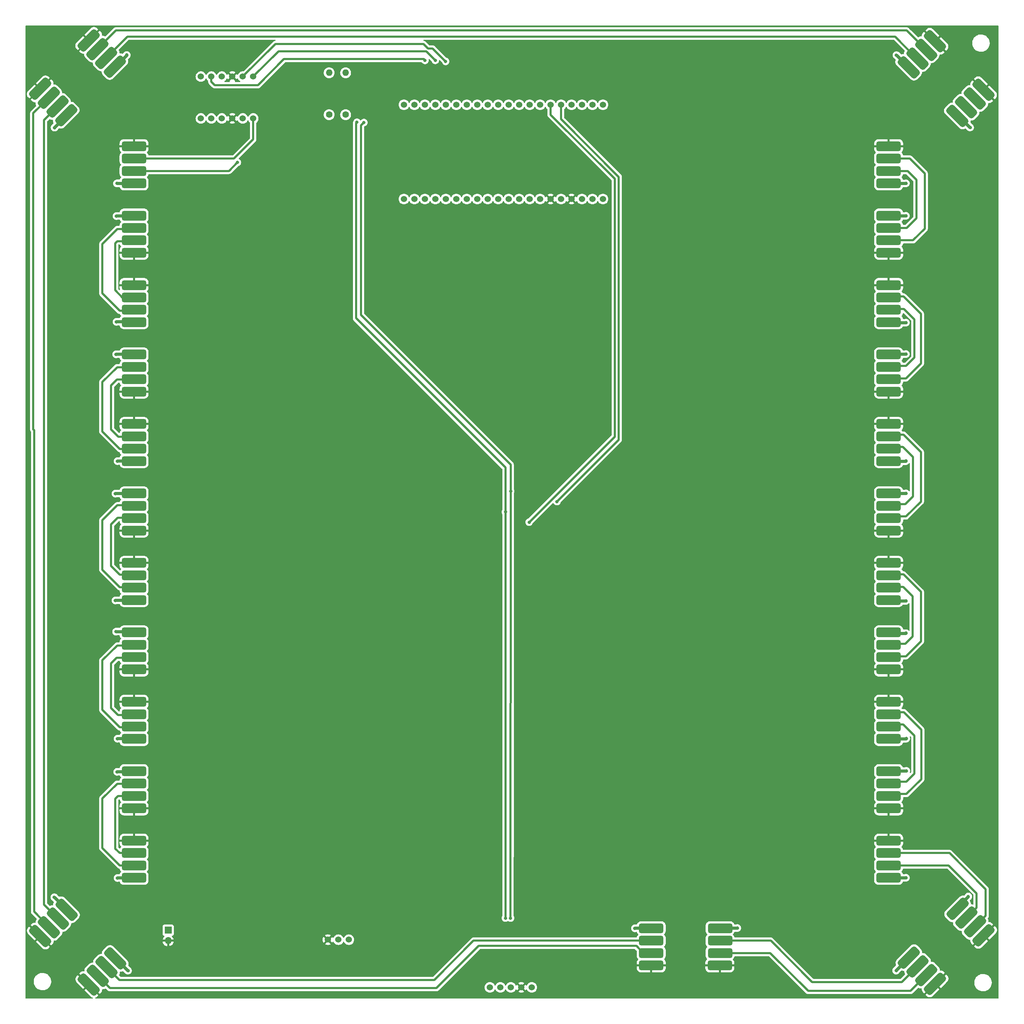
<source format=gbr>
%TF.GenerationSoftware,KiCad,Pcbnew,(6.0.1)*%
%TF.CreationDate,2022-02-23T09:05:59+01:00*%
%TF.ProjectId,ZigerWordClock,5a696765-7257-46f7-9264-436c6f636b2e,1.0*%
%TF.SameCoordinates,Original*%
%TF.FileFunction,Copper,L1,Top*%
%TF.FilePolarity,Positive*%
%FSLAX46Y46*%
G04 Gerber Fmt 4.6, Leading zero omitted, Abs format (unit mm)*
G04 Created by KiCad (PCBNEW (6.0.1)) date 2022-02-23 09:05:59*
%MOMM*%
%LPD*%
G01*
G04 APERTURE LIST*
G04 Aperture macros list*
%AMRoundRect*
0 Rectangle with rounded corners*
0 $1 Rounding radius*
0 $2 $3 $4 $5 $6 $7 $8 $9 X,Y pos of 4 corners*
0 Add a 4 corners polygon primitive as box body*
4,1,4,$2,$3,$4,$5,$6,$7,$8,$9,$2,$3,0*
0 Add four circle primitives for the rounded corners*
1,1,$1+$1,$2,$3*
1,1,$1+$1,$4,$5*
1,1,$1+$1,$6,$7*
1,1,$1+$1,$8,$9*
0 Add four rect primitives between the rounded corners*
20,1,$1+$1,$2,$3,$4,$5,0*
20,1,$1+$1,$4,$5,$6,$7,0*
20,1,$1+$1,$6,$7,$8,$9,0*
20,1,$1+$1,$8,$9,$2,$3,0*%
G04 Aperture macros list end*
%TA.AperFunction,ComponentPad*%
%ADD10C,1.600000*%
%TD*%
%TA.AperFunction,ComponentPad*%
%ADD11O,1.600000X1.600000*%
%TD*%
%TA.AperFunction,SMDPad,CuDef*%
%ADD12RoundRect,0.600000X2.400000X0.600000X-2.400000X0.600000X-2.400000X-0.600000X2.400000X-0.600000X0*%
%TD*%
%TA.AperFunction,SMDPad,CuDef*%
%ADD13RoundRect,0.600000X2.121320X-1.272792X-1.272792X2.121320X-2.121320X1.272792X1.272792X-2.121320X0*%
%TD*%
%TA.AperFunction,SMDPad,CuDef*%
%ADD14RoundRect,0.600000X-2.121320X1.272792X1.272792X-2.121320X2.121320X-1.272792X-1.272792X2.121320X0*%
%TD*%
%TA.AperFunction,ComponentPad*%
%ADD15C,1.524000*%
%TD*%
%TA.AperFunction,SMDPad,CuDef*%
%ADD16RoundRect,0.600000X-2.400000X-0.600000X2.400000X-0.600000X2.400000X0.600000X-2.400000X0.600000X0*%
%TD*%
%TA.AperFunction,SMDPad,CuDef*%
%ADD17RoundRect,0.600000X-1.272792X-2.121320X2.121320X1.272792X1.272792X2.121320X-2.121320X-1.272792X0*%
%TD*%
%TA.AperFunction,SMDPad,CuDef*%
%ADD18RoundRect,0.600000X1.272792X2.121320X-2.121320X-1.272792X-1.272792X-2.121320X2.121320X1.272792X0*%
%TD*%
%TA.AperFunction,ComponentPad*%
%ADD19R,1.700000X1.700000*%
%TD*%
%TA.AperFunction,ComponentPad*%
%ADD20O,1.700000X1.700000*%
%TD*%
%TA.AperFunction,ViaPad*%
%ADD21C,0.800000*%
%TD*%
%TA.AperFunction,Conductor*%
%ADD22C,0.500000*%
%TD*%
%TA.AperFunction,Conductor*%
%ADD23C,0.800000*%
%TD*%
G04 APERTURE END LIST*
D10*
%TO.P,R1,1*%
%TO.N,+3V3*%
X120000000Y-53160000D03*
D11*
%TO.P,R1,2*%
%TO.N,SCL*%
X120000000Y-43000000D03*
%TD*%
D12*
%TO.P,U11,5V_1,5V*%
%TO.N,+5V*%
X251688600Y-178706780D03*
%TO.P,U11,5V_2,5V*%
X68688600Y-178706780D03*
%TO.P,U11,CI,CI*%
%TO.N,Net-(U11-PadCI)*%
X251688600Y-184706780D03*
%TO.P,U11,CO,CO*%
%TO.N,Net-(U11-PadCO)*%
X68688600Y-184706780D03*
%TO.P,U11,DI,DI*%
%TO.N,Net-(U11-PadDI)*%
X251688600Y-181706780D03*
%TO.P,U11,DO,DO*%
%TO.N,Net-(U11-PadDO)*%
X68688600Y-181706780D03*
%TO.P,U11,GND_1,GND*%
%TO.N,GND*%
X251688600Y-187706780D03*
%TO.P,U11,GND_2,GND*%
X68688600Y-187706780D03*
%TD*%
D13*
%TO.P,U6,5V_1,5V*%
%TO.N,+5V*%
X64125350Y-257786389D03*
%TO.P,U6,5V_2,5V*%
X52316666Y-245977705D03*
%TO.P,U6,CI,CI*%
%TO.N,Net-(U6-PadCI)*%
X59882709Y-262029029D03*
%TO.P,U6,CO,CO*%
%TO.N,Net-(U5-PadCI)*%
X48074026Y-250220346D03*
%TO.P,U6,DI,DI*%
%TO.N,Net-(U6-PadDI)*%
X62004029Y-259907709D03*
%TO.P,U6,DO,DO*%
%TO.N,Net-(U5-PadDI)*%
X50195346Y-248099026D03*
%TO.P,U6,GND_1,GND*%
%TO.N,GND*%
X57716134Y-264105095D03*
%TO.P,U6,GND_2,GND*%
X45952705Y-252341666D03*
%TD*%
D14*
%TO.P,U3,5V_1,5V*%
%TO.N,+5V*%
X256531584Y-41675506D03*
%TO.P,U3,5V_2,5V*%
X268340268Y-53484190D03*
%TO.P,U3,CI,CI*%
%TO.N,Net-(U3-PadCI)*%
X260774225Y-37432866D03*
%TO.P,U3,CO,CO*%
%TO.N,unconnected-(U3-PadCO)*%
X272582908Y-49241549D03*
%TO.P,U3,DI,DI*%
%TO.N,Net-(U3-PadDI)*%
X258652905Y-39554186D03*
%TO.P,U3,DO,DO*%
%TO.N,unconnected-(U3-PadDO)*%
X270461588Y-51362869D03*
%TO.P,U3,GND_1,GND*%
%TO.N,GND*%
X262940800Y-35356800D03*
%TO.P,U3,GND_2,GND*%
X274704229Y-47120229D03*
%TD*%
D15*
%TO.P,U20,1,GND*%
%TO.N,GND*%
X115697000Y-253238000D03*
%TO.P,U20,2,5V*%
%TO.N,+5V*%
X118237000Y-253238000D03*
%TO.P,U20,3,Sig*%
%TO.N,IR_SIG*%
X120777000Y-253238000D03*
%TD*%
D12*
%TO.P,U10,5V_1,5V*%
%TO.N,+5V*%
X251688600Y-145021300D03*
%TO.P,U10,5V_2,5V*%
X68688600Y-145021300D03*
%TO.P,U10,CI,CI*%
%TO.N,Net-(U10-PadCI)*%
X251688600Y-151021300D03*
%TO.P,U10,CO,CO*%
%TO.N,Net-(U10-PadCO)*%
X68688600Y-151021300D03*
%TO.P,U10,DI,DI*%
%TO.N,Net-(U10-PadDI)*%
X251688600Y-148021300D03*
%TO.P,U10,DO,DO*%
%TO.N,Net-(U10-PadDO)*%
X68688600Y-148021300D03*
%TO.P,U10,GND_1,GND*%
%TO.N,GND*%
X251688600Y-154021300D03*
%TO.P,U10,GND_2,GND*%
X68688600Y-154021300D03*
%TD*%
%TO.P,U7,5V_1,5V*%
%TO.N,+5V*%
X210807800Y-250469400D03*
%TO.P,U7,5V_2,5V*%
X194107800Y-250469400D03*
%TO.P,U7,CI,CI*%
%TO.N,Net-(U19-PadCO)*%
X210807800Y-256469400D03*
%TO.P,U7,CO,CO*%
%TO.N,Net-(U6-PadCI)*%
X194107800Y-256469400D03*
%TO.P,U7,DI,DI*%
%TO.N,Net-(U19-PadDO)*%
X210807800Y-253469400D03*
%TO.P,U7,DO,DO*%
%TO.N,Net-(U6-PadDI)*%
X194107800Y-253469400D03*
%TO.P,U7,GND_1,GND*%
%TO.N,GND*%
X210743800Y-259469400D03*
%TO.P,U7,GND_2,GND*%
X194107800Y-259469400D03*
%TD*%
D10*
%TO.P,R2,1*%
%TO.N,+3V3*%
X116000000Y-53160000D03*
D11*
%TO.P,R2,2*%
%TO.N,SDA*%
X116000000Y-43000000D03*
%TD*%
D16*
%TO.P,U13,5V_1,5V*%
%TO.N,+5V*%
X68688600Y-69807600D03*
%TO.P,U13,5V_2,5V*%
X251688600Y-69807600D03*
%TO.P,U13,CI,CI*%
%TO.N,LED_CI*%
X68688600Y-63807600D03*
%TO.P,U13,CO,CO*%
%TO.N,Net-(U13-PadCO)*%
X251688600Y-63807600D03*
%TO.P,U13,DI,DI*%
%TO.N,LED_DI*%
X68688600Y-66807600D03*
%TO.P,U13,DO,DO*%
%TO.N,Net-(U13-PadDO)*%
X251688600Y-66807600D03*
%TO.P,U13,GND_1,GND*%
%TO.N,GND*%
X68688600Y-60807600D03*
%TO.P,U13,GND_2,GND*%
X251688600Y-60807600D03*
%TD*%
D17*
%TO.P,U5,5V_1,5V*%
%TO.N,+5V*%
X52250116Y-53312284D03*
%TO.P,U5,5V_2,5V*%
X64058800Y-41503600D03*
%TO.P,U5,CI,CI*%
%TO.N,Net-(U5-PadCI)*%
X48007476Y-49069643D03*
%TO.P,U5,CO,CO*%
%TO.N,Net-(U3-PadCI)*%
X59816159Y-37260960D03*
%TO.P,U5,DI,DI*%
%TO.N,Net-(U5-PadDI)*%
X50128796Y-51190963D03*
%TO.P,U5,DO,DO*%
%TO.N,Net-(U3-PadDI)*%
X61937479Y-39382280D03*
%TO.P,U5,GND_1,GND*%
%TO.N,GND*%
X45931410Y-46903068D03*
%TO.P,U5,GND_2,GND*%
X57694839Y-35139639D03*
%TD*%
D15*
%TO.P,U1,ADDR,ADDR*%
%TO.N,Net-(JP1-Pad2)*%
X154978654Y-264801230D03*
%TO.P,U1,GND,GND*%
%TO.N,GND*%
X162598654Y-264801230D03*
%TO.P,U1,SCL,SCL*%
%TO.N,SCL*%
X160058654Y-264801230D03*
%TO.P,U1,SDA,SDA*%
%TO.N,SDA*%
X157518654Y-264801230D03*
%TO.P,U1,VCC,VCC*%
%TO.N,+3V3*%
X165138654Y-264801230D03*
%TD*%
D16*
%TO.P,U15,5V_1,5V*%
%TO.N,+5V*%
X68688600Y-137178560D03*
%TO.P,U15,5V_2,5V*%
X251688600Y-137178560D03*
%TO.P,U15,CI,CI*%
%TO.N,Net-(U15-PadCI)*%
X68688600Y-131178560D03*
%TO.P,U15,CO,CO*%
%TO.N,Net-(U10-PadCI)*%
X251688600Y-131178560D03*
%TO.P,U15,DI,DI*%
%TO.N,Net-(U15-PadDI)*%
X68688600Y-134178560D03*
%TO.P,U15,DO,DO*%
%TO.N,Net-(U10-PadDI)*%
X251688600Y-134178560D03*
%TO.P,U15,GND_1,GND*%
%TO.N,GND*%
X68688600Y-128178560D03*
%TO.P,U15,GND_2,GND*%
X251688600Y-128178560D03*
%TD*%
%TO.P,U14,5V_1,5V*%
%TO.N,+5V*%
X68688600Y-103493080D03*
%TO.P,U14,5V_2,5V*%
X251688600Y-103493080D03*
%TO.P,U14,CI,CI*%
%TO.N,Net-(U14-PadCI)*%
X68688600Y-97493080D03*
%TO.P,U14,CO,CO*%
%TO.N,Net-(U14-PadCO)*%
X251688600Y-97493080D03*
%TO.P,U14,DI,DI*%
%TO.N,Net-(U14-PadDI)*%
X68688600Y-100493080D03*
%TO.P,U14,DO,DO*%
%TO.N,Net-(U14-PadDO)*%
X251688600Y-100493080D03*
%TO.P,U14,GND_1,GND*%
%TO.N,GND*%
X68688600Y-94493080D03*
%TO.P,U14,GND_2,GND*%
X251688600Y-94493080D03*
%TD*%
%TO.P,U17,5V_1,5V*%
%TO.N,+5V*%
X68688600Y-204549520D03*
%TO.P,U17,5V_2,5V*%
X251688600Y-204549520D03*
%TO.P,U17,CI,CI*%
%TO.N,Net-(U11-PadCO)*%
X68688600Y-198549520D03*
%TO.P,U17,CO,CO*%
%TO.N,Net-(U12-PadCI)*%
X251688600Y-198549520D03*
%TO.P,U17,DI,DI*%
%TO.N,Net-(U11-PadDO)*%
X68688600Y-201549520D03*
%TO.P,U17,DO,DO*%
%TO.N,Net-(U12-PadDI)*%
X251688600Y-201549520D03*
%TO.P,U17,GND_1,GND*%
%TO.N,GND*%
X68688600Y-195549520D03*
%TO.P,U17,GND_2,GND*%
X251688600Y-195549520D03*
%TD*%
D12*
%TO.P,U8,5V_1,5V*%
%TO.N,+5V*%
X251688600Y-77650340D03*
%TO.P,U8,5V_2,5V*%
X68688600Y-77650340D03*
%TO.P,U8,CI,CI*%
%TO.N,Net-(U13-PadCO)*%
X251688600Y-83650340D03*
%TO.P,U8,CO,CO*%
%TO.N,Net-(U14-PadCI)*%
X68688600Y-83650340D03*
%TO.P,U8,DI,DI*%
%TO.N,Net-(U13-PadDO)*%
X251688600Y-80650340D03*
%TO.P,U8,DO,DO*%
%TO.N,Net-(U14-PadDI)*%
X68688600Y-80650340D03*
%TO.P,U8,GND_1,GND*%
%TO.N,GND*%
X251688600Y-86650340D03*
%TO.P,U8,GND_2,GND*%
X68688600Y-86650340D03*
%TD*%
%TO.P,U12,5V_1,5V*%
%TO.N,+5V*%
X251688600Y-212392260D03*
%TO.P,U12,5V_2,5V*%
X68688600Y-212392260D03*
%TO.P,U12,CI,CI*%
%TO.N,Net-(U12-PadCI)*%
X251688600Y-218392260D03*
%TO.P,U12,CO,CO*%
%TO.N,Net-(U12-PadCO)*%
X68688600Y-218392260D03*
%TO.P,U12,DI,DI*%
%TO.N,Net-(U12-PadDI)*%
X251688600Y-215392260D03*
%TO.P,U12,DO,DO*%
%TO.N,Net-(U12-PadDO)*%
X68688600Y-215392260D03*
%TO.P,U12,GND_1,GND*%
%TO.N,GND*%
X251688600Y-221392260D03*
%TO.P,U12,GND_2,GND*%
X68688600Y-221392260D03*
%TD*%
%TO.P,U9,5V_1,5V*%
%TO.N,+5V*%
X251688600Y-111335820D03*
%TO.P,U9,5V_2,5V*%
X68688600Y-111335820D03*
%TO.P,U9,CI,CI*%
%TO.N,Net-(U14-PadCO)*%
X251688600Y-117335820D03*
%TO.P,U9,CO,CO*%
%TO.N,Net-(U15-PadCI)*%
X68688600Y-117335820D03*
%TO.P,U9,DI,DI*%
%TO.N,Net-(U14-PadDO)*%
X251688600Y-114335820D03*
%TO.P,U9,DO,DO*%
%TO.N,Net-(U15-PadDI)*%
X68688600Y-114335820D03*
%TO.P,U9,GND_1,GND*%
%TO.N,GND*%
X251688600Y-120335820D03*
%TO.P,U9,GND_2,GND*%
X68688600Y-120335820D03*
%TD*%
D16*
%TO.P,U18,5V_1,5V*%
%TO.N,+5V*%
X68688600Y-238235000D03*
%TO.P,U18,5V_2,5V*%
X251688600Y-238235000D03*
%TO.P,U18,CI,CI*%
%TO.N,Net-(U12-PadCO)*%
X68688600Y-232235000D03*
%TO.P,U18,CO,CO*%
%TO.N,Net-(U18-PadCO)*%
X251688600Y-232235000D03*
%TO.P,U18,DI,DI*%
%TO.N,Net-(U12-PadDO)*%
X68688600Y-235235000D03*
%TO.P,U18,DO,DO*%
%TO.N,Net-(U18-PadDO)*%
X251688600Y-235235000D03*
%TO.P,U18,GND_1,GND*%
%TO.N,GND*%
X68688600Y-229235000D03*
%TO.P,U18,GND_2,GND*%
X251688600Y-229235000D03*
%TD*%
%TO.P,U16,5V_1,5V*%
%TO.N,+5V*%
X68688600Y-170864040D03*
%TO.P,U16,5V_2,5V*%
X251688600Y-170864040D03*
%TO.P,U16,CI,CI*%
%TO.N,Net-(U10-PadCO)*%
X68688600Y-164864040D03*
%TO.P,U16,CO,CO*%
%TO.N,Net-(U11-PadCI)*%
X251688600Y-164864040D03*
%TO.P,U16,DI,DI*%
%TO.N,Net-(U10-PadDO)*%
X68688600Y-167864040D03*
%TO.P,U16,DO,DO*%
%TO.N,Net-(U11-PadDI)*%
X251688600Y-167864040D03*
%TO.P,U16,GND_1,GND*%
%TO.N,GND*%
X68688600Y-161864040D03*
%TO.P,U16,GND_2,GND*%
X251688600Y-161864040D03*
%TD*%
D18*
%TO.P,U19,5V_1,5V*%
%TO.N,+5V*%
X268401800Y-245770400D03*
%TO.P,U19,5V_2,5V*%
X256593116Y-257579084D03*
%TO.P,U19,CI,CI*%
%TO.N,Net-(U18-PadCO)*%
X272644440Y-250013041D03*
%TO.P,U19,CO,CO*%
%TO.N,Net-(U19-PadCO)*%
X260835757Y-261821724D03*
%TO.P,U19,DI,DI*%
%TO.N,Net-(U18-PadDO)*%
X270523120Y-247891721D03*
%TO.P,U19,DO,DO*%
%TO.N,Net-(U19-PadDO)*%
X258714437Y-259700404D03*
%TO.P,U19,GND_1,GND*%
%TO.N,GND*%
X274720506Y-252179616D03*
%TO.P,U19,GND_2,GND*%
X262957077Y-263943045D03*
%TD*%
D15*
%TO.P,U4,1,TX0*%
%TO.N,unconnected-(U4-Pad1)*%
X84900000Y-54080000D03*
%TO.P,U4,2,Rx1*%
%TO.N,IR_SIG*%
X87440000Y-54080000D03*
%TO.P,U4,3,HV*%
%TO.N,+5V*%
X89980000Y-54080000D03*
%TO.P,U4,4,GND*%
%TO.N,GND*%
X92520000Y-54080000D03*
%TO.P,U4,5,Rx1*%
%TO.N,LED_DI*%
X95060000Y-54080000D03*
%TO.P,U4,6,TX0*%
%TO.N,LED_CI*%
X97600000Y-54080000D03*
%TO.P,U4,7,TX1*%
%TO.N,CI*%
X97600000Y-43920000D03*
%TO.P,U4,8,Rx0*%
%TO.N,DI*%
X95060000Y-43920000D03*
%TO.P,U4,9,GND*%
%TO.N,GND*%
X92520000Y-43920000D03*
%TO.P,U4,10,LV*%
%TO.N,+3V3*%
X89980000Y-43920000D03*
%TO.P,U4,11,Rx0*%
%TO.N,SIG*%
X87440000Y-43920000D03*
%TO.P,U4,12,TX1*%
%TO.N,unconnected-(U4-Pad12)*%
X84900000Y-43920000D03*
%TD*%
%TO.P,U2,1,IO00*%
%TO.N,SCL*%
X134141500Y-50760000D03*
%TO.P,U2,2,IO01*%
%TO.N,SDA*%
X136681500Y-50760000D03*
%TO.P,U2,3,IO02*%
%TO.N,SIG*%
X139221500Y-50760000D03*
%TO.P,U2,4,IO03*%
%TO.N,CI*%
X141761500Y-50760000D03*
%TO.P,U2,5,IO04*%
%TO.N,DI*%
X144301500Y-50760000D03*
%TO.P,U2,6,IO05*%
%TO.N,Net-(JP12-Pad1)*%
X146841500Y-50760000D03*
%TO.P,U2,7,IO06*%
%TO.N,Net-(JP13-Pad1)*%
X149381500Y-50760000D03*
%TO.P,U2,8,IO07*%
%TO.N,Net-(JP14-Pad1)*%
X151921500Y-50760000D03*
%TO.P,U2,9,IO08*%
%TO.N,Net-(JP15-Pad1)*%
X154461500Y-50760000D03*
%TO.P,U2,10,IO16*%
%TO.N,Net-(JP16-Pad1)*%
X157001500Y-50760000D03*
%TO.P,U2,11,IO15*%
%TO.N,Net-(JP17-Pad1)*%
X159541500Y-50760000D03*
%TO.P,U2,12,IO11*%
%TO.N,Net-(JP18-Pad1)*%
X162081500Y-50760000D03*
%TO.P,U2,13,IO12*%
%TO.N,Net-(JP19-Pad1)*%
X164621500Y-50760000D03*
%TO.P,U2,14,IO13*%
%TO.N,Net-(JP20-Pad1)*%
X167161500Y-50760000D03*
%TO.P,U2,15,IO17*%
%TO.N,GPIO1*%
X169701500Y-50760000D03*
%TO.P,U2,16,IO18*%
%TO.N,GPIO2*%
X172241500Y-50760000D03*
%TO.P,U2,17,IO20*%
%TO.N,Net-(JP23-Pad1)*%
X174781500Y-50760000D03*
%TO.P,U2,18,IO19*%
%TO.N,Net-(JP24-Pad1)*%
X177321500Y-50760000D03*
%TO.P,U2,19,VBat*%
%TO.N,unconnected-(U2-Pad19)*%
X179861500Y-50760000D03*
%TO.P,U2,20,5V*%
%TO.N,unconnected-(U2-Pad20)*%
X182401500Y-50760000D03*
%TO.P,U2,21,VBus*%
%TO.N,+5V*%
X182401500Y-73620000D03*
%TO.P,U2,22,VBus*%
%TO.N,unconnected-(U2-Pad22)*%
X179861500Y-73620000D03*
%TO.P,U2,23,GND*%
%TO.N,unconnected-(U2-Pad23)*%
X177321500Y-73620000D03*
%TO.P,U2,24,GND*%
%TO.N,GND*%
X174781500Y-73620000D03*
%TO.P,U2,25,V3V*%
%TO.N,+3V3*%
X172241500Y-73620000D03*
%TO.P,U2,26,GND*%
%TO.N,GND*%
X169701500Y-73620000D03*
%TO.P,U2,27,VDD3V3*%
%TO.N,unconnected-(U2-Pad27)*%
X167161500Y-73620000D03*
%TO.P,U2,28,VDD3V3*%
%TO.N,unconnected-(U2-Pad28)*%
X164621500Y-73620000D03*
%TO.P,U2,29,IO33*%
%TO.N,unconnected-(U2-Pad29)*%
X162081500Y-73620000D03*
%TO.P,U2,30,IO34*%
%TO.N,unconnected-(U2-Pad30)*%
X159541500Y-73620000D03*
%TO.P,U2,31,IO35*%
%TO.N,unconnected-(U2-Pad31)*%
X157001500Y-73620000D03*
%TO.P,U2,32,IO36*%
%TO.N,unconnected-(U2-Pad32)*%
X154461500Y-73620000D03*
%TO.P,U2,33,IO37*%
%TO.N,unconnected-(U2-Pad33)*%
X151921500Y-73620000D03*
%TO.P,U2,34,IO38*%
%TO.N,unconnected-(U2-Pad34)*%
X149381500Y-73620000D03*
%TO.P,U2,35,IO39*%
%TO.N,unconnected-(U2-Pad35)*%
X146841500Y-73620000D03*
%TO.P,U2,36,IO40*%
%TO.N,unconnected-(U2-Pad36)*%
X144301500Y-73620000D03*
%TO.P,U2,37,IO41*%
%TO.N,unconnected-(U2-Pad37)*%
X141761500Y-73620000D03*
%TO.P,U2,38,IO42*%
%TO.N,unconnected-(U2-Pad38)*%
X139221500Y-73620000D03*
%TO.P,U2,39,IO45*%
%TO.N,unconnected-(U2-Pad39)*%
X136681500Y-73620000D03*
%TO.P,U2,40,IO46*%
%TO.N,unconnected-(U2-Pad40)*%
X134141500Y-73620000D03*
%TD*%
D19*
%TO.P,J2,1*%
%TO.N,+5V*%
X76962000Y-250947000D03*
D20*
%TO.P,J2,2*%
%TO.N,GND*%
X76962000Y-253487000D03*
%TD*%
D21*
%TO.N,SCL*%
X124426000Y-55074000D03*
X160000000Y-248000000D03*
X160020000Y-144480000D03*
%TO.N,SDA*%
X158750000Y-248000000D03*
X122750000Y-55000000D03*
X158750000Y-149500000D03*
%TO.N,SIG*%
X139250000Y-40000000D03*
%TO.N,CI*%
X141750000Y-40000000D03*
%TO.N,GPIO1*%
X164500000Y-152000000D03*
%TO.N,GPIO2*%
X171250000Y-147000000D03*
%TO.N,DI*%
X144250000Y-40250000D03*
%TO.N,GND*%
X156250000Y-259000000D03*
X157500000Y-144250000D03*
%TO.N,LED_DI*%
X93750000Y-64750000D03*
%TO.N,+5V*%
X64661400Y-204512400D03*
X66928492Y-38675545D03*
X64516000Y-69850000D03*
X49403508Y-56320455D03*
X64153400Y-145076400D03*
X253500000Y-260750000D03*
X255886600Y-111209600D03*
X255872600Y-137157600D03*
X255886600Y-103589600D03*
X255886600Y-144991600D03*
X271458455Y-56260492D03*
X255886600Y-69807600D03*
X64327400Y-178542400D03*
X255972600Y-204457600D03*
X255886600Y-178891600D03*
X64153400Y-170984400D03*
X255872600Y-171057600D03*
X253559545Y-38735508D03*
X255886600Y-77681600D03*
X190137400Y-250486400D03*
X49343545Y-242951508D03*
X64577400Y-212542400D03*
X64407400Y-103420400D03*
X64661400Y-137202400D03*
X64327400Y-111292400D03*
X255986600Y-212291600D03*
X271000000Y-242750000D03*
X67242455Y-260730492D03*
X64661400Y-238294400D03*
X214992600Y-250401600D03*
X64407400Y-77766400D03*
X255886600Y-238209600D03*
%TD*%
D22*
%TO.N,SCL*%
X160020000Y-138020000D02*
X123750000Y-101750000D01*
X123750000Y-101750000D02*
X123750000Y-55750000D01*
X160058654Y-144518654D02*
X160020000Y-144480000D01*
X160000000Y-248000000D02*
X160058654Y-144518654D01*
X123750000Y-55750000D02*
X124426000Y-55074000D01*
X160020000Y-144480000D02*
X160020000Y-138020000D01*
%TO.N,SDA*%
X122500000Y-55250000D02*
X122500000Y-102500000D01*
X158750000Y-248000000D02*
X158750000Y-149500000D01*
X122500000Y-102500000D02*
X158750000Y-138750000D01*
X122750000Y-55000000D02*
X122500000Y-55250000D01*
X158750000Y-138750000D02*
X158750000Y-149500000D01*
%TO.N,SIG*%
X87440000Y-45190000D02*
X87440000Y-43920000D01*
X138950200Y-39700200D02*
X105049800Y-39700200D01*
X88250000Y-46000000D02*
X87440000Y-45190000D01*
X98750000Y-46000000D02*
X88250000Y-46000000D01*
X139250000Y-40000000D02*
X138950200Y-39700200D01*
X105049800Y-39700200D02*
X98750000Y-46000000D01*
%TO.N,CI*%
X139550480Y-37800480D02*
X103719520Y-37800480D01*
X103719520Y-37800480D02*
X97600000Y-43920000D01*
X141750000Y-40000000D02*
X139550480Y-37800480D01*
%TO.N,GPIO1*%
X169701500Y-53201500D02*
X185250000Y-68750000D01*
X169701500Y-50760000D02*
X169701500Y-53201500D01*
X185250000Y-131250000D02*
X164500000Y-152000000D01*
X185250000Y-68750000D02*
X185250000Y-131250000D01*
%TO.N,GPIO2*%
X172241500Y-54241500D02*
X172241500Y-50760000D01*
X186250000Y-132000000D02*
X186250000Y-68250000D01*
X186250000Y-68250000D02*
X172241500Y-54241500D01*
X171250000Y-147000000D02*
X186250000Y-132000000D01*
%TO.N,Net-(U3-PadCI)*%
X61827119Y-35172881D02*
X64250000Y-32750000D01*
X61827119Y-35250000D02*
X61827119Y-35172881D01*
X59816159Y-37260960D02*
X61827119Y-35250000D01*
X64250000Y-32750000D02*
X256091359Y-32750000D01*
X256091359Y-32750000D02*
X260774225Y-37432866D01*
%TO.N,Net-(U3-PadDI)*%
X67069759Y-34250000D02*
X61937479Y-39382280D01*
X253250000Y-34250000D02*
X67069759Y-34250000D01*
X258554186Y-39554186D02*
X253250000Y-34250000D01*
X258652905Y-39554186D02*
X258554186Y-39554186D01*
%TO.N,DI*%
X102962800Y-36017200D02*
X95060000Y-43920000D01*
X144250000Y-40250000D02*
X141100960Y-37100960D01*
X139981652Y-37100960D02*
X138897892Y-36017200D01*
X138897892Y-36017200D02*
X102962800Y-36017200D01*
X141100960Y-37100960D02*
X139981652Y-37100960D01*
%TO.N,Net-(U5-PadCI)*%
X44250000Y-52827119D02*
X48007476Y-49069643D01*
X44250000Y-129500000D02*
X44250000Y-52827119D01*
X48074026Y-250220346D02*
X48074026Y-250074026D01*
X44438489Y-129688489D02*
X44250000Y-129500000D01*
X48074026Y-250074026D02*
X44438489Y-246438489D01*
X44438489Y-246438489D02*
X44438489Y-129688489D01*
%TO.N,Net-(U5-PadDI)*%
X50195346Y-248099026D02*
X46861511Y-244765191D01*
X46861511Y-244765191D02*
X46861511Y-54458248D01*
X46861511Y-54458248D02*
X50128796Y-51190963D01*
%TO.N,Net-(U6-PadCI)*%
X62853680Y-265000000D02*
X142000000Y-265000000D01*
X59882709Y-262029029D02*
X62853680Y-265000000D01*
X152250000Y-254750000D02*
X190500000Y-254750000D01*
X190500000Y-254750000D02*
X192250000Y-256500000D01*
X194077200Y-256500000D02*
X194107800Y-256469400D01*
X192250000Y-256500000D02*
X194077200Y-256500000D01*
X142000000Y-265000000D02*
X152250000Y-254750000D01*
%TO.N,Net-(U6-PadDI)*%
X65096320Y-263000000D02*
X62004029Y-259907709D01*
X141500000Y-263000000D02*
X65096320Y-263000000D01*
X151030600Y-253469400D02*
X141500000Y-263000000D01*
X194107800Y-253469400D02*
X151030600Y-253469400D01*
%TO.N,Net-(U19-PadCO)*%
X222969400Y-256469400D02*
X210807800Y-256469400D01*
X232158600Y-265658600D02*
X222969400Y-256469400D01*
X256998881Y-265658600D02*
X232158600Y-265658600D01*
X260835757Y-261821724D02*
X256998881Y-265658600D01*
%TO.N,Net-(U19-PadDO)*%
X223091000Y-253469400D02*
X233121600Y-263500000D01*
X254914841Y-263500000D02*
X258714437Y-259700404D01*
X210807800Y-253469400D02*
X223091000Y-253469400D01*
X233121600Y-263500000D02*
X254914841Y-263500000D01*
%TO.N,Net-(U18-PadCO)*%
X275209000Y-240995200D02*
X275209000Y-247448481D01*
X251688600Y-232235000D02*
X266448800Y-232235000D01*
X275209000Y-247448481D02*
X272644440Y-250013041D01*
X266448800Y-232235000D02*
X275209000Y-240995200D01*
%TO.N,Net-(U18-PadDO)*%
X270608279Y-247891721D02*
X273000000Y-245500000D01*
X273000000Y-242000000D02*
X266235000Y-235235000D01*
X270523120Y-247891721D02*
X270608279Y-247891721D01*
X266235000Y-235235000D02*
X251688600Y-235235000D01*
X273000000Y-245500000D02*
X273000000Y-242000000D01*
%TO.N,LED_DI*%
X91692400Y-66807600D02*
X68688600Y-66807600D01*
X93750000Y-64750000D02*
X91692400Y-66807600D01*
D23*
%TO.N,+5V*%
X210820000Y-250444000D02*
X214950200Y-250444000D01*
X256540000Y-41656000D02*
X253619508Y-38735508D01*
X68580000Y-77724000D02*
X64449800Y-77724000D01*
X64008000Y-41656000D02*
X66928492Y-38735508D01*
X68834000Y-238252000D02*
X64703800Y-238252000D01*
X251714000Y-145034000D02*
X255844200Y-145034000D01*
X64369800Y-178500000D02*
X64327400Y-178542400D01*
X68750000Y-212500000D02*
X64619800Y-212500000D01*
X251700000Y-137200000D02*
X255830200Y-137200000D01*
X49403508Y-56260492D02*
X49403508Y-56320455D01*
X64703800Y-204470000D02*
X64661400Y-204512400D01*
X64703800Y-238252000D02*
X64661400Y-238294400D01*
X66928492Y-38735508D02*
X66928492Y-38675545D01*
X255944200Y-212334000D02*
X255986600Y-212291600D01*
X68326000Y-145034000D02*
X64195800Y-145034000D01*
X271000000Y-242809963D02*
X271000000Y-242750000D01*
X251714000Y-69850000D02*
X255844200Y-69850000D01*
X255844199Y-77724000D02*
X255886600Y-77681600D01*
X251714000Y-77724000D02*
X255844199Y-77724000D01*
X253619508Y-38735508D02*
X253559545Y-38735508D01*
X64449800Y-77724000D02*
X64407400Y-77766400D01*
X64619800Y-212500000D02*
X64577400Y-212542400D01*
X194310000Y-250444000D02*
X190179800Y-250444000D01*
X255930200Y-204500000D02*
X255972600Y-204457600D01*
X251714000Y-238252000D02*
X255844200Y-238252000D01*
X68500000Y-111250000D02*
X64369800Y-111250000D01*
X68688600Y-69807600D02*
X64558400Y-69807600D01*
X255830200Y-137200000D02*
X255872600Y-137157600D01*
X251714000Y-103632000D02*
X255844200Y-103632000D01*
X268079508Y-245730455D02*
X271000000Y-242809963D01*
X251714000Y-111252000D02*
X255844200Y-111252000D01*
X251714000Y-178934000D02*
X255844200Y-178934000D01*
X255844200Y-111252000D02*
X255886600Y-111209600D01*
X256420492Y-257769545D02*
X253500000Y-260690037D01*
X271398492Y-56260492D02*
X271458455Y-56260492D01*
X255844200Y-145034000D02*
X255886600Y-144991600D01*
X190179800Y-250444000D02*
X190137400Y-250486400D01*
X68834000Y-137160000D02*
X64703800Y-137160000D01*
X214950200Y-250444000D02*
X214992600Y-250401600D01*
X64449800Y-103378000D02*
X64407400Y-103420400D01*
X64262000Y-257810000D02*
X67182492Y-260730492D01*
X268478000Y-53340000D02*
X271398492Y-56260492D01*
X52324000Y-245872000D02*
X49403508Y-242951508D01*
X67182492Y-260730492D02*
X67242455Y-260730492D01*
X255830200Y-171100000D02*
X255872600Y-171057600D01*
X251814000Y-212334000D02*
X255944200Y-212334000D01*
X255844200Y-178934000D02*
X255886600Y-178891600D01*
X255844200Y-69850000D02*
X255886600Y-69807600D01*
X49403508Y-242951508D02*
X49343545Y-242951508D01*
X64195800Y-145034000D02*
X64153400Y-145076400D01*
X52324000Y-53340000D02*
X49403508Y-56260492D01*
X68326000Y-170942000D02*
X64195800Y-170942000D01*
X68580000Y-103378000D02*
X64449800Y-103378000D01*
X64195800Y-170942000D02*
X64153400Y-170984400D01*
X68500000Y-178500000D02*
X64369800Y-178500000D01*
X251700000Y-171100000D02*
X255830200Y-171100000D01*
X255844200Y-238252000D02*
X255886600Y-238209600D01*
X68834000Y-204470000D02*
X64703800Y-204470000D01*
X64558400Y-69807600D02*
X64516000Y-69850000D01*
X253500000Y-260690037D02*
X253500000Y-260750000D01*
X255844200Y-103632000D02*
X255886600Y-103589600D01*
X64703800Y-137160000D02*
X64661400Y-137202400D01*
X64369800Y-111250000D02*
X64327400Y-111292400D01*
X251800000Y-204500000D02*
X255930200Y-204500000D01*
D22*
%TO.N,LED_CI*%
X92942400Y-63807600D02*
X97600000Y-59150000D01*
X68688600Y-63807600D02*
X92942400Y-63807600D01*
X97600000Y-59150000D02*
X97600000Y-54080000D01*
%TO.N,Net-(U13-PadCO)*%
X260426200Y-67437000D02*
X260426200Y-80822800D01*
X260426200Y-80822800D02*
X257598660Y-83650340D01*
X251688600Y-63807600D02*
X256796800Y-63807600D01*
X256796800Y-63807600D02*
X260426200Y-67437000D01*
X257598660Y-83650340D02*
X251688600Y-83650340D01*
%TO.N,Net-(U14-PadCI)*%
X64084200Y-84404200D02*
X64592989Y-83895411D01*
X64592989Y-83895411D02*
X68836920Y-83895411D01*
X66064351Y-97738151D02*
X64084200Y-95758000D01*
X64084200Y-95758000D02*
X64084200Y-84404200D01*
X68836919Y-97738151D02*
X66064351Y-97738151D01*
%TO.N,Net-(U13-PadDO)*%
X256291600Y-66807600D02*
X258419600Y-68935600D01*
X256052060Y-80650340D02*
X251688600Y-80650340D01*
X251688600Y-66807600D02*
X256291600Y-66807600D01*
X258419600Y-68935600D02*
X258419600Y-78282800D01*
X258419600Y-78282800D02*
X256052060Y-80650340D01*
%TO.N,Net-(U14-PadDI)*%
X64604589Y-80895411D02*
X68836919Y-80895411D01*
X61000000Y-84500000D02*
X64604589Y-80895411D01*
X61000000Y-96509502D02*
X61000000Y-84500000D01*
X65228649Y-100738151D02*
X61000000Y-96509502D01*
X68836919Y-100738151D02*
X65228649Y-100738151D01*
%TO.N,Net-(U14-PadCO)*%
X259500000Y-101490498D02*
X259500000Y-113500000D01*
X251663081Y-97261849D02*
X255271351Y-97261849D01*
X259500000Y-113500000D02*
X255895411Y-117104589D01*
X255895411Y-117104589D02*
X251663081Y-117104589D01*
X255271351Y-97261849D02*
X259500000Y-101490498D01*
%TO.N,Net-(U15-PadCI)*%
X64570189Y-117395411D02*
X68836920Y-117395411D01*
X63144400Y-129540000D02*
X63144400Y-118821200D01*
X64842551Y-131238151D02*
X63144400Y-129540000D01*
X63144400Y-118821200D02*
X64570189Y-117395411D01*
X68836919Y-131238151D02*
X64842551Y-131238151D01*
%TO.N,Net-(U14-PadDO)*%
X255922611Y-114104589D02*
X251663081Y-114104589D01*
X257962400Y-102844600D02*
X257962400Y-112064800D01*
X257962400Y-112064800D02*
X255922611Y-114104589D01*
X255379649Y-100261849D02*
X257962400Y-102844600D01*
X251663081Y-100261849D02*
X255379649Y-100261849D01*
%TO.N,Net-(U15-PadDI)*%
X65228649Y-134238151D02*
X61000000Y-130009502D01*
X61000000Y-118000000D02*
X64604589Y-114395411D01*
X68836919Y-134238151D02*
X65228649Y-134238151D01*
X64604589Y-114395411D02*
X68836919Y-114395411D01*
X61000000Y-130009502D02*
X61000000Y-118000000D01*
%TO.N,Net-(U10-PadCI)*%
X259500000Y-147000000D02*
X255895411Y-150604589D01*
X255271351Y-130761849D02*
X259500000Y-134990498D01*
X251663081Y-130761849D02*
X255271351Y-130761849D01*
X259500000Y-134990498D02*
X259500000Y-147000000D01*
X255895411Y-150604589D02*
X251663081Y-150604589D01*
%TO.N,Net-(U10-PadCO)*%
X65195551Y-164738151D02*
X63093600Y-162636200D01*
X68836919Y-164738151D02*
X65195551Y-164738151D01*
X64750589Y-150895411D02*
X68836920Y-150895411D01*
X63093600Y-162636200D02*
X63093600Y-152552400D01*
X63093600Y-152552400D02*
X64750589Y-150895411D01*
%TO.N,Net-(U10-PadDI)*%
X251663081Y-133761849D02*
X255148449Y-133761849D01*
X255747411Y-147604589D02*
X251663081Y-147604589D01*
X255148449Y-133761849D02*
X257581400Y-136194800D01*
X257581400Y-136194800D02*
X257581400Y-145770600D01*
X257581400Y-145770600D02*
X255747411Y-147604589D01*
%TO.N,Net-(U10-PadDO)*%
X68836919Y-167738151D02*
X65228649Y-167738151D01*
X61000000Y-151500000D02*
X64604589Y-147895411D01*
X64604589Y-147895411D02*
X68836919Y-147895411D01*
X65228649Y-167738151D02*
X61000000Y-163509502D01*
X61000000Y-163509502D02*
X61000000Y-151500000D01*
%TO.N,Net-(U11-PadCI)*%
X255895411Y-184504589D02*
X251663081Y-184504589D01*
X259500000Y-180900000D02*
X255895411Y-184504589D01*
X255271351Y-164661849D02*
X259500000Y-168890498D01*
X251663081Y-164661849D02*
X255271351Y-164661849D01*
X259500000Y-168890498D02*
X259500000Y-180900000D01*
%TO.N,Net-(U11-PadCO)*%
X68836919Y-198738151D02*
X64778551Y-198738151D01*
X64778551Y-198738151D02*
X63144400Y-197104000D01*
X63144400Y-186232800D02*
X64481789Y-184895411D01*
X64481789Y-184895411D02*
X68836920Y-184895411D01*
X63144400Y-197104000D02*
X63144400Y-186232800D01*
%TO.N,Net-(U11-PadDI)*%
X255731011Y-181504589D02*
X251663081Y-181504589D01*
X257530600Y-179705000D02*
X255731011Y-181504589D01*
X257530600Y-170002200D02*
X257530600Y-179705000D01*
X251663081Y-167661849D02*
X255190249Y-167661849D01*
X255190249Y-167661849D02*
X257530600Y-170002200D01*
%TO.N,Net-(U11-PadDO)*%
X68836919Y-201738151D02*
X65228649Y-201738151D01*
X61000000Y-185500000D02*
X64604589Y-181895411D01*
X61000000Y-197509502D02*
X61000000Y-185500000D01*
X65228649Y-201738151D02*
X61000000Y-197509502D01*
X64604589Y-181895411D02*
X68836919Y-181895411D01*
%TO.N,Net-(U12-PadCI)*%
X259600000Y-214300000D02*
X255995411Y-217904589D01*
X259600000Y-202290498D02*
X259600000Y-214300000D01*
X255371351Y-198061849D02*
X259600000Y-202290498D01*
X255995411Y-217904589D02*
X251763081Y-217904589D01*
X251763081Y-198061849D02*
X255371351Y-198061849D01*
%TO.N,Net-(U12-PadCO)*%
X64135000Y-231165400D02*
X65207751Y-232238151D01*
X64135000Y-219049600D02*
X64135000Y-231165400D01*
X64789189Y-218395411D02*
X64135000Y-219049600D01*
X65207751Y-232238151D02*
X68836919Y-232238151D01*
X68836920Y-218395411D02*
X64789189Y-218395411D01*
%TO.N,Net-(U12-PadDI)*%
X257911600Y-212953600D02*
X255960611Y-214904589D01*
X251763081Y-201061849D02*
X255214649Y-201061849D01*
X255960611Y-214904589D02*
X251763081Y-214904589D01*
X257911600Y-203758800D02*
X257911600Y-212953600D01*
X255214649Y-201061849D02*
X257911600Y-203758800D01*
%TO.N,Net-(U12-PadDO)*%
X61000000Y-219000000D02*
X64604589Y-215395411D01*
X65228649Y-235238151D02*
X61000000Y-231009502D01*
X68836919Y-235238151D02*
X65228649Y-235238151D01*
X61000000Y-231009502D02*
X61000000Y-219000000D01*
X64604589Y-215395411D02*
X68836919Y-215395411D01*
%TD*%
%TA.AperFunction,Conductor*%
%TO.N,GND*%
G36*
X278271126Y-31560293D02*
G01*
X278317619Y-31613949D01*
X278329005Y-31666291D01*
X278329005Y-267398276D01*
X278309003Y-267466397D01*
X278255347Y-267512890D01*
X278203005Y-267524276D01*
X59382104Y-267524276D01*
X59313983Y-267504274D01*
X59267490Y-267450618D01*
X59257386Y-267380344D01*
X59286880Y-267315764D01*
X59335210Y-267281328D01*
X59493854Y-267217714D01*
X59504463Y-267212239D01*
X59673149Y-267103736D01*
X59680879Y-267097874D01*
X59711021Y-267071113D01*
X59713734Y-267068556D01*
X60004251Y-266778038D01*
X60011862Y-266764100D01*
X60011730Y-266762264D01*
X60007481Y-266755652D01*
X59856141Y-266604312D01*
X260661350Y-266604312D01*
X260661481Y-266606145D01*
X260665732Y-266612759D01*
X260959422Y-266906449D01*
X260962249Y-266909107D01*
X260993862Y-266937042D01*
X261001587Y-266942875D01*
X261170472Y-267051089D01*
X261181080Y-267056540D01*
X261366325Y-267130446D01*
X261377775Y-267133795D01*
X261573651Y-267171337D01*
X261585534Y-267172460D01*
X261784967Y-267172286D01*
X261796854Y-267171142D01*
X261992653Y-267133259D01*
X262004112Y-267129887D01*
X262189213Y-267055664D01*
X262199822Y-267050189D01*
X262368505Y-266941688D01*
X262376239Y-266935823D01*
X262406368Y-266909073D01*
X262409113Y-266906486D01*
X263972398Y-265343200D01*
X263980012Y-265329256D01*
X263979881Y-265327422D01*
X263975632Y-265320810D01*
X262969889Y-264315067D01*
X262955945Y-264307453D01*
X262954112Y-264307584D01*
X262947497Y-264311835D01*
X260668964Y-266590368D01*
X260661350Y-266604312D01*
X59856141Y-266604312D01*
X57728946Y-264477117D01*
X57715002Y-264469503D01*
X57713169Y-264469634D01*
X57706554Y-264473885D01*
X56700813Y-265479626D01*
X56693199Y-265493570D01*
X56693330Y-265495403D01*
X56697581Y-265502018D01*
X58264043Y-267068479D01*
X58266903Y-267071168D01*
X58298503Y-267099092D01*
X58306228Y-267104925D01*
X58475105Y-267213133D01*
X58485732Y-267218595D01*
X58642768Y-267281246D01*
X58698628Y-267325067D01*
X58721928Y-267392131D01*
X58705272Y-267461146D01*
X58653948Y-267510201D01*
X58596078Y-267524276D01*
X42471005Y-267524276D01*
X42402884Y-267504274D01*
X42356391Y-267450618D01*
X42345005Y-267398276D01*
X42345005Y-263530703D01*
X44372743Y-263530703D01*
X44373302Y-263534947D01*
X44373302Y-263534951D01*
X44381824Y-263599678D01*
X44410268Y-263815734D01*
X44411401Y-263819874D01*
X44411401Y-263819876D01*
X44413665Y-263828150D01*
X44486129Y-264093036D01*
X44487813Y-264096984D01*
X44586129Y-264327480D01*
X44598923Y-264357476D01*
X44610693Y-264377142D01*
X44735241Y-264585246D01*
X44746561Y-264604161D01*
X44926313Y-264828528D01*
X45001734Y-264900100D01*
X45125147Y-265017214D01*
X45134851Y-265026423D01*
X45368317Y-265194186D01*
X45372112Y-265196195D01*
X45372113Y-265196196D01*
X45393869Y-265207715D01*
X45622392Y-265328712D01*
X45892373Y-265427511D01*
X46173264Y-265488755D01*
X46201841Y-265491004D01*
X46396282Y-265506307D01*
X46396291Y-265506307D01*
X46398739Y-265506500D01*
X46554271Y-265506500D01*
X46556407Y-265506354D01*
X46556418Y-265506354D01*
X46764548Y-265492165D01*
X46764554Y-265492164D01*
X46768825Y-265491873D01*
X46773020Y-265491004D01*
X46773022Y-265491004D01*
X46923942Y-265459750D01*
X47050342Y-265433574D01*
X47321343Y-265337607D01*
X47576812Y-265205750D01*
X47580313Y-265203289D01*
X47580317Y-265203287D01*
X47733794Y-265095421D01*
X47812023Y-265040441D01*
X47976406Y-264887687D01*
X48019479Y-264847661D01*
X48019481Y-264847658D01*
X48022622Y-264844740D01*
X48204713Y-264622268D01*
X48354927Y-264377142D01*
X48369960Y-264342897D01*
X48468757Y-264117830D01*
X48470483Y-264113898D01*
X48475803Y-264095224D01*
X48548068Y-263841534D01*
X48549244Y-263837406D01*
X48588003Y-263565064D01*
X48589146Y-263557036D01*
X48589146Y-263557034D01*
X48589751Y-263552784D01*
X48589781Y-263547171D01*
X48591235Y-263269583D01*
X48591235Y-263269576D01*
X48591257Y-263265297D01*
X48586627Y-263230124D01*
X48568842Y-263095035D01*
X48553732Y-262980266D01*
X48540575Y-262932170D01*
X48508342Y-262814348D01*
X48486239Y-262733552D01*
X54486719Y-262733552D01*
X54486893Y-262932985D01*
X54488037Y-262944872D01*
X54525920Y-263140671D01*
X54529292Y-263152130D01*
X54603515Y-263337231D01*
X54608990Y-263347840D01*
X54717491Y-263516523D01*
X54723356Y-263524257D01*
X54750106Y-263554386D01*
X54752693Y-263557131D01*
X56315979Y-265120416D01*
X56329923Y-265128030D01*
X56331757Y-265127899D01*
X56338369Y-265123650D01*
X57344112Y-264117907D01*
X57351726Y-264103963D01*
X57351595Y-264102130D01*
X57347344Y-264095515D01*
X55068811Y-261816982D01*
X55054867Y-261809368D01*
X55053034Y-261809499D01*
X55046420Y-261813750D01*
X54752730Y-262107440D01*
X54750072Y-262110267D01*
X54722137Y-262141880D01*
X54716304Y-262149605D01*
X54608090Y-262318490D01*
X54602639Y-262329098D01*
X54528733Y-262514343D01*
X54525384Y-262525793D01*
X54487842Y-262721669D01*
X54486719Y-262733552D01*
X48486239Y-262733552D01*
X48477871Y-262702964D01*
X48420974Y-262569571D01*
X48366763Y-262442476D01*
X48366761Y-262442472D01*
X48365077Y-262438524D01*
X48247161Y-262241500D01*
X48219643Y-262195521D01*
X48219640Y-262195517D01*
X48217439Y-262191839D01*
X48037687Y-261967472D01*
X47905767Y-261842285D01*
X47832258Y-261772527D01*
X47832255Y-261772525D01*
X47829149Y-261769577D01*
X47595683Y-261601814D01*
X47590909Y-261599286D01*
X47519949Y-261561715D01*
X47341608Y-261467288D01*
X47283682Y-261446090D01*
X55420406Y-261446090D01*
X55420538Y-261447926D01*
X55424787Y-261454538D01*
X60363457Y-266393208D01*
X60377401Y-266400822D01*
X60379234Y-266400691D01*
X60385848Y-266396440D01*
X60679538Y-266102750D01*
X60682196Y-266099923D01*
X60710131Y-266068310D01*
X60715964Y-266060585D01*
X60824178Y-265891700D01*
X60829629Y-265881092D01*
X60903535Y-265695847D01*
X60906884Y-265684397D01*
X60944426Y-265488521D01*
X60945549Y-265476638D01*
X60945469Y-265385041D01*
X60965412Y-265316903D01*
X61019027Y-265270363D01*
X61071359Y-265258931D01*
X61262229Y-265258765D01*
X61268114Y-265257626D01*
X61268118Y-265257626D01*
X61464016Y-265219724D01*
X61464020Y-265219723D01*
X61469901Y-265218585D01*
X61666227Y-265139863D01*
X61735758Y-265095138D01*
X61803868Y-265075110D01*
X61871997Y-265095085D01*
X61893014Y-265112015D01*
X62269910Y-265488911D01*
X62282296Y-265503323D01*
X62290829Y-265514918D01*
X62290834Y-265514923D01*
X62295172Y-265520818D01*
X62300750Y-265525557D01*
X62300753Y-265525560D01*
X62335448Y-265555035D01*
X62342964Y-265561965D01*
X62348659Y-265567660D01*
X62351541Y-265569940D01*
X62370931Y-265585281D01*
X62374335Y-265588072D01*
X62407797Y-265616500D01*
X62429965Y-265635333D01*
X62436481Y-265638661D01*
X62441518Y-265642020D01*
X62446657Y-265645194D01*
X62452396Y-265649734D01*
X62459029Y-265652834D01*
X62518517Y-265680636D01*
X62522471Y-265682569D01*
X62587488Y-265715769D01*
X62594604Y-265717510D01*
X62600234Y-265719604D01*
X62606001Y-265721523D01*
X62612630Y-265724621D01*
X62619790Y-265726110D01*
X62619792Y-265726111D01*
X62684076Y-265739482D01*
X62688360Y-265740452D01*
X62759290Y-265757808D01*
X62764892Y-265758156D01*
X62764895Y-265758156D01*
X62770444Y-265758500D01*
X62770442Y-265758536D01*
X62774432Y-265758775D01*
X62778630Y-265759150D01*
X62785795Y-265760640D01*
X62863200Y-265758546D01*
X62866608Y-265758500D01*
X141932930Y-265758500D01*
X141951880Y-265759933D01*
X141966115Y-265762099D01*
X141966119Y-265762099D01*
X141973349Y-265763199D01*
X141980641Y-265762606D01*
X141980644Y-265762606D01*
X142026018Y-265758915D01*
X142036233Y-265758500D01*
X142044293Y-265758500D01*
X142061680Y-265756473D01*
X142072507Y-265755211D01*
X142076882Y-265754778D01*
X142142339Y-265749454D01*
X142142342Y-265749453D01*
X142149637Y-265748860D01*
X142156601Y-265746604D01*
X142162560Y-265745413D01*
X142168415Y-265744029D01*
X142175681Y-265743182D01*
X142244327Y-265718265D01*
X142248455Y-265716848D01*
X142310936Y-265696607D01*
X142310938Y-265696606D01*
X142317899Y-265694351D01*
X142324154Y-265690555D01*
X142329628Y-265688049D01*
X142335058Y-265685330D01*
X142341937Y-265682833D01*
X142402976Y-265642814D01*
X142406680Y-265640477D01*
X142469107Y-265602595D01*
X142477484Y-265595197D01*
X142477508Y-265595224D01*
X142480500Y-265592571D01*
X142483733Y-265589868D01*
X142489852Y-265585856D01*
X142543128Y-265529617D01*
X142545506Y-265527175D01*
X143271451Y-264801230D01*
X153703301Y-264801230D01*
X153722676Y-265022693D01*
X153738709Y-265082528D01*
X153775166Y-265218585D01*
X153780214Y-265237426D01*
X153782536Y-265242407D01*
X153782537Y-265242408D01*
X153871840Y-265433919D01*
X153871843Y-265433924D01*
X153874166Y-265438906D01*
X153877322Y-265443413D01*
X153877323Y-265443415D01*
X153990820Y-265605505D01*
X154001677Y-265621011D01*
X154158873Y-265778207D01*
X154163381Y-265781364D01*
X154163384Y-265781366D01*
X154239149Y-265834417D01*
X154340977Y-265905718D01*
X154345959Y-265908041D01*
X154345964Y-265908044D01*
X154536464Y-265996875D01*
X154542458Y-265999670D01*
X154547766Y-266001092D01*
X154547768Y-266001093D01*
X154613603Y-266018733D01*
X154757191Y-266057208D01*
X154978654Y-266076583D01*
X155200117Y-266057208D01*
X155343705Y-266018733D01*
X155409540Y-266001093D01*
X155409542Y-266001092D01*
X155414850Y-265999670D01*
X155420844Y-265996875D01*
X155611344Y-265908044D01*
X155611349Y-265908041D01*
X155616331Y-265905718D01*
X155718159Y-265834417D01*
X155793924Y-265781366D01*
X155793927Y-265781364D01*
X155798435Y-265778207D01*
X155955631Y-265621011D01*
X155966489Y-265605505D01*
X156079985Y-265443415D01*
X156079986Y-265443413D01*
X156083142Y-265438906D01*
X156085465Y-265433924D01*
X156085468Y-265433919D01*
X156134459Y-265328857D01*
X156181377Y-265275572D01*
X156249654Y-265256111D01*
X156317614Y-265276653D01*
X156362849Y-265328857D01*
X156411840Y-265433919D01*
X156411843Y-265433924D01*
X156414166Y-265438906D01*
X156417322Y-265443413D01*
X156417323Y-265443415D01*
X156530820Y-265605505D01*
X156541677Y-265621011D01*
X156698873Y-265778207D01*
X156703381Y-265781364D01*
X156703384Y-265781366D01*
X156779149Y-265834417D01*
X156880977Y-265905718D01*
X156885959Y-265908041D01*
X156885964Y-265908044D01*
X157076464Y-265996875D01*
X157082458Y-265999670D01*
X157087766Y-266001092D01*
X157087768Y-266001093D01*
X157153603Y-266018733D01*
X157297191Y-266057208D01*
X157518654Y-266076583D01*
X157740117Y-266057208D01*
X157883705Y-266018733D01*
X157949540Y-266001093D01*
X157949542Y-266001092D01*
X157954850Y-265999670D01*
X157960844Y-265996875D01*
X158151344Y-265908044D01*
X158151349Y-265908041D01*
X158156331Y-265905718D01*
X158258159Y-265834417D01*
X158333924Y-265781366D01*
X158333927Y-265781364D01*
X158338435Y-265778207D01*
X158495631Y-265621011D01*
X158506489Y-265605505D01*
X158619985Y-265443415D01*
X158619986Y-265443413D01*
X158623142Y-265438906D01*
X158625465Y-265433924D01*
X158625468Y-265433919D01*
X158674459Y-265328857D01*
X158721377Y-265275572D01*
X158789654Y-265256111D01*
X158857614Y-265276653D01*
X158902849Y-265328857D01*
X158951840Y-265433919D01*
X158951843Y-265433924D01*
X158954166Y-265438906D01*
X158957322Y-265443413D01*
X158957323Y-265443415D01*
X159070820Y-265605505D01*
X159081677Y-265621011D01*
X159238873Y-265778207D01*
X159243381Y-265781364D01*
X159243384Y-265781366D01*
X159319149Y-265834417D01*
X159420977Y-265905718D01*
X159425959Y-265908041D01*
X159425964Y-265908044D01*
X159616464Y-265996875D01*
X159622458Y-265999670D01*
X159627766Y-266001092D01*
X159627768Y-266001093D01*
X159693603Y-266018733D01*
X159837191Y-266057208D01*
X160058654Y-266076583D01*
X160280117Y-266057208D01*
X160423705Y-266018733D01*
X160489540Y-266001093D01*
X160489542Y-266001092D01*
X160494850Y-265999670D01*
X160500844Y-265996875D01*
X160691344Y-265908044D01*
X160691349Y-265908041D01*
X160696331Y-265905718D01*
X160761613Y-265860007D01*
X161904431Y-265860007D01*
X161913728Y-265872023D01*
X161956723Y-265902128D01*
X161966209Y-265907606D01*
X162157647Y-265996875D01*
X162167939Y-266000621D01*
X162371963Y-266055289D01*
X162382758Y-266057192D01*
X162593179Y-266075602D01*
X162604129Y-266075602D01*
X162814550Y-266057192D01*
X162825345Y-266055289D01*
X163029369Y-266000621D01*
X163039661Y-265996875D01*
X163231099Y-265907606D01*
X163240585Y-265902128D01*
X163284418Y-265871437D01*
X163292793Y-265860959D01*
X163285725Y-265847511D01*
X162611466Y-265173252D01*
X162597522Y-265165638D01*
X162595689Y-265165769D01*
X162589074Y-265170020D01*
X161910861Y-265848233D01*
X161904431Y-265860007D01*
X160761613Y-265860007D01*
X160798159Y-265834417D01*
X160873924Y-265781366D01*
X160873927Y-265781364D01*
X160878435Y-265778207D01*
X161035631Y-265621011D01*
X161046489Y-265605505D01*
X161159985Y-265443415D01*
X161159986Y-265443413D01*
X161163142Y-265438906D01*
X161165465Y-265433924D01*
X161165468Y-265433919D01*
X161214735Y-265328265D01*
X161261653Y-265274980D01*
X161329930Y-265255519D01*
X161397890Y-265276061D01*
X161443125Y-265328265D01*
X161492277Y-265433671D01*
X161497757Y-265443162D01*
X161528448Y-265486995D01*
X161538925Y-265495370D01*
X161552372Y-265488302D01*
X162226632Y-264814042D01*
X162233010Y-264802362D01*
X162963062Y-264802362D01*
X162963193Y-264804195D01*
X162967444Y-264810810D01*
X163645657Y-265489023D01*
X163657431Y-265495453D01*
X163669447Y-265486156D01*
X163699551Y-265443162D01*
X163705031Y-265433671D01*
X163754183Y-265328265D01*
X163801101Y-265274980D01*
X163869378Y-265255519D01*
X163937338Y-265276061D01*
X163982573Y-265328265D01*
X164031840Y-265433919D01*
X164031843Y-265433924D01*
X164034166Y-265438906D01*
X164037322Y-265443413D01*
X164037323Y-265443415D01*
X164150820Y-265605505D01*
X164161677Y-265621011D01*
X164318873Y-265778207D01*
X164323381Y-265781364D01*
X164323384Y-265781366D01*
X164399149Y-265834417D01*
X164500977Y-265905718D01*
X164505959Y-265908041D01*
X164505964Y-265908044D01*
X164696464Y-265996875D01*
X164702458Y-265999670D01*
X164707766Y-266001092D01*
X164707768Y-266001093D01*
X164773603Y-266018733D01*
X164917191Y-266057208D01*
X165138654Y-266076583D01*
X165360117Y-266057208D01*
X165503705Y-266018733D01*
X165569540Y-266001093D01*
X165569542Y-266001092D01*
X165574850Y-265999670D01*
X165580844Y-265996875D01*
X165771344Y-265908044D01*
X165771349Y-265908041D01*
X165776331Y-265905718D01*
X165878159Y-265834417D01*
X165953924Y-265781366D01*
X165953927Y-265781364D01*
X165958435Y-265778207D01*
X166115631Y-265621011D01*
X166126489Y-265605505D01*
X166239985Y-265443415D01*
X166239986Y-265443413D01*
X166243142Y-265438906D01*
X166245465Y-265433924D01*
X166245468Y-265433919D01*
X166334771Y-265242408D01*
X166334772Y-265242407D01*
X166337094Y-265237426D01*
X166342143Y-265218585D01*
X166378599Y-265082528D01*
X166394632Y-265022693D01*
X166414007Y-264801230D01*
X166394632Y-264579767D01*
X166341318Y-264380799D01*
X166338517Y-264370344D01*
X166338516Y-264370342D01*
X166337094Y-264365034D01*
X166331727Y-264353524D01*
X166245468Y-264168541D01*
X166245465Y-264168536D01*
X166243142Y-264163554D01*
X166228620Y-264142814D01*
X166118790Y-263985960D01*
X166118788Y-263985957D01*
X166115631Y-263981449D01*
X165958435Y-263824253D01*
X165953927Y-263821096D01*
X165953924Y-263821094D01*
X165859469Y-263754956D01*
X165776331Y-263696742D01*
X165771349Y-263694419D01*
X165771344Y-263694416D01*
X165579832Y-263605113D01*
X165579831Y-263605112D01*
X165574850Y-263602790D01*
X165569542Y-263601368D01*
X165569540Y-263601367D01*
X165443744Y-263567660D01*
X165360117Y-263545252D01*
X165138654Y-263525877D01*
X164917191Y-263545252D01*
X164833564Y-263567660D01*
X164707768Y-263601367D01*
X164707766Y-263601368D01*
X164702458Y-263602790D01*
X164697477Y-263605112D01*
X164697476Y-263605113D01*
X164505965Y-263694416D01*
X164505960Y-263694419D01*
X164500978Y-263696742D01*
X164496471Y-263699898D01*
X164496469Y-263699899D01*
X164323384Y-263821094D01*
X164323381Y-263821096D01*
X164318873Y-263824253D01*
X164161677Y-263981449D01*
X164158520Y-263985957D01*
X164158518Y-263985960D01*
X164048688Y-264142814D01*
X164034166Y-264163554D01*
X164031843Y-264168536D01*
X164031840Y-264168541D01*
X163982573Y-264274195D01*
X163935655Y-264327480D01*
X163867378Y-264346941D01*
X163799418Y-264326399D01*
X163754183Y-264274195D01*
X163705031Y-264168789D01*
X163699551Y-264159298D01*
X163668860Y-264115465D01*
X163658383Y-264107090D01*
X163644936Y-264114158D01*
X162970676Y-264788418D01*
X162963062Y-264802362D01*
X162233010Y-264802362D01*
X162234246Y-264800098D01*
X162234115Y-264798265D01*
X162229864Y-264791650D01*
X161551651Y-264113437D01*
X161539877Y-264107007D01*
X161527861Y-264116304D01*
X161497757Y-264159298D01*
X161492277Y-264168789D01*
X161443125Y-264274195D01*
X161396207Y-264327480D01*
X161327930Y-264346941D01*
X161259970Y-264326399D01*
X161214735Y-264274195D01*
X161165468Y-264168541D01*
X161165465Y-264168536D01*
X161163142Y-264163554D01*
X161148620Y-264142814D01*
X161038790Y-263985960D01*
X161038788Y-263985957D01*
X161035631Y-263981449D01*
X160878435Y-263824253D01*
X160873927Y-263821096D01*
X160873924Y-263821094D01*
X160779469Y-263754956D01*
X160760253Y-263741501D01*
X161904514Y-263741501D01*
X161911582Y-263754948D01*
X162585842Y-264429208D01*
X162599786Y-264436822D01*
X162601619Y-264436691D01*
X162608234Y-264432440D01*
X163286447Y-263754227D01*
X163292877Y-263742453D01*
X163283580Y-263730437D01*
X163240585Y-263700332D01*
X163231099Y-263694854D01*
X163039661Y-263605585D01*
X163029369Y-263601839D01*
X162825345Y-263547171D01*
X162814550Y-263545268D01*
X162604129Y-263526858D01*
X162593179Y-263526858D01*
X162382758Y-263545268D01*
X162371963Y-263547171D01*
X162167939Y-263601839D01*
X162157647Y-263605585D01*
X161966213Y-263694853D01*
X161956722Y-263700333D01*
X161912889Y-263731024D01*
X161904514Y-263741501D01*
X160760253Y-263741501D01*
X160696331Y-263696742D01*
X160691349Y-263694419D01*
X160691344Y-263694416D01*
X160499832Y-263605113D01*
X160499831Y-263605112D01*
X160494850Y-263602790D01*
X160489542Y-263601368D01*
X160489540Y-263601367D01*
X160363744Y-263567660D01*
X160280117Y-263545252D01*
X160058654Y-263525877D01*
X159837191Y-263545252D01*
X159753564Y-263567660D01*
X159627768Y-263601367D01*
X159627766Y-263601368D01*
X159622458Y-263602790D01*
X159617477Y-263605112D01*
X159617476Y-263605113D01*
X159425965Y-263694416D01*
X159425960Y-263694419D01*
X159420978Y-263696742D01*
X159416471Y-263699898D01*
X159416469Y-263699899D01*
X159243384Y-263821094D01*
X159243381Y-263821096D01*
X159238873Y-263824253D01*
X159081677Y-263981449D01*
X159078520Y-263985957D01*
X159078518Y-263985960D01*
X158968688Y-264142814D01*
X158954166Y-264163554D01*
X158951843Y-264168536D01*
X158951840Y-264168541D01*
X158902849Y-264273603D01*
X158855931Y-264326888D01*
X158787654Y-264346349D01*
X158719694Y-264325807D01*
X158674459Y-264273603D01*
X158625468Y-264168541D01*
X158625465Y-264168536D01*
X158623142Y-264163554D01*
X158608620Y-264142814D01*
X158498790Y-263985960D01*
X158498788Y-263985957D01*
X158495631Y-263981449D01*
X158338435Y-263824253D01*
X158333927Y-263821096D01*
X158333924Y-263821094D01*
X158239469Y-263754956D01*
X158156331Y-263696742D01*
X158151349Y-263694419D01*
X158151344Y-263694416D01*
X157959832Y-263605113D01*
X157959831Y-263605112D01*
X157954850Y-263602790D01*
X157949542Y-263601368D01*
X157949540Y-263601367D01*
X157823744Y-263567660D01*
X157740117Y-263545252D01*
X157518654Y-263525877D01*
X157297191Y-263545252D01*
X157213564Y-263567660D01*
X157087768Y-263601367D01*
X157087766Y-263601368D01*
X157082458Y-263602790D01*
X157077477Y-263605112D01*
X157077476Y-263605113D01*
X156885965Y-263694416D01*
X156885960Y-263694419D01*
X156880978Y-263696742D01*
X156876471Y-263699898D01*
X156876469Y-263699899D01*
X156703384Y-263821094D01*
X156703381Y-263821096D01*
X156698873Y-263824253D01*
X156541677Y-263981449D01*
X156538520Y-263985957D01*
X156538518Y-263985960D01*
X156428688Y-264142814D01*
X156414166Y-264163554D01*
X156411843Y-264168536D01*
X156411840Y-264168541D01*
X156362849Y-264273603D01*
X156315931Y-264326888D01*
X156247654Y-264346349D01*
X156179694Y-264325807D01*
X156134459Y-264273603D01*
X156085468Y-264168541D01*
X156085465Y-264168536D01*
X156083142Y-264163554D01*
X156068620Y-264142814D01*
X155958790Y-263985960D01*
X155958788Y-263985957D01*
X155955631Y-263981449D01*
X155798435Y-263824253D01*
X155793927Y-263821096D01*
X155793924Y-263821094D01*
X155699469Y-263754956D01*
X155616331Y-263696742D01*
X155611349Y-263694419D01*
X155611344Y-263694416D01*
X155419832Y-263605113D01*
X155419831Y-263605112D01*
X155414850Y-263602790D01*
X155409542Y-263601368D01*
X155409540Y-263601367D01*
X155283744Y-263567660D01*
X155200117Y-263545252D01*
X154978654Y-263525877D01*
X154757191Y-263545252D01*
X154673564Y-263567660D01*
X154547768Y-263601367D01*
X154547766Y-263601368D01*
X154542458Y-263602790D01*
X154537477Y-263605112D01*
X154537476Y-263605113D01*
X154345965Y-263694416D01*
X154345960Y-263694419D01*
X154340978Y-263696742D01*
X154336471Y-263699898D01*
X154336469Y-263699899D01*
X154163384Y-263821094D01*
X154163381Y-263821096D01*
X154158873Y-263824253D01*
X154001677Y-263981449D01*
X153998520Y-263985957D01*
X153998518Y-263985960D01*
X153888688Y-264142814D01*
X153874166Y-264163554D01*
X153871843Y-264168536D01*
X153871840Y-264168541D01*
X153785581Y-264353524D01*
X153780214Y-264365034D01*
X153778792Y-264370342D01*
X153778791Y-264370344D01*
X153775990Y-264380799D01*
X153722676Y-264579767D01*
X153703301Y-264801230D01*
X143271451Y-264801230D01*
X147920402Y-260152279D01*
X190599801Y-260152279D01*
X190599921Y-260156177D01*
X190602522Y-260198280D01*
X190603857Y-260207851D01*
X190646759Y-260403792D01*
X190650409Y-260415160D01*
X190729135Y-260598401D01*
X190734866Y-260608868D01*
X190846824Y-260773919D01*
X190854430Y-260783112D01*
X190995576Y-260924013D01*
X191004789Y-260931608D01*
X191170024Y-261043269D01*
X191180514Y-261048989D01*
X191363887Y-261127393D01*
X191375258Y-261131022D01*
X191571249Y-261173576D01*
X191580877Y-261174899D01*
X191621115Y-261177290D01*
X191624827Y-261177400D01*
X193835685Y-261177400D01*
X193850924Y-261172925D01*
X193852129Y-261171535D01*
X193853800Y-261163852D01*
X193853800Y-261159284D01*
X194361800Y-261159284D01*
X194366275Y-261174523D01*
X194367665Y-261175728D01*
X194375348Y-261177399D01*
X196590679Y-261177399D01*
X196594577Y-261177279D01*
X196636680Y-261174678D01*
X196646251Y-261173343D01*
X196842192Y-261130441D01*
X196853560Y-261126791D01*
X197036801Y-261048065D01*
X197047268Y-261042334D01*
X197212319Y-260930376D01*
X197221512Y-260922770D01*
X197362413Y-260781624D01*
X197370008Y-260772411D01*
X197481669Y-260607176D01*
X197487389Y-260596686D01*
X197565793Y-260413313D01*
X197569422Y-260401942D01*
X197611976Y-260205951D01*
X197613299Y-260196323D01*
X197615690Y-260156085D01*
X197615800Y-260152373D01*
X197615800Y-260152279D01*
X207235801Y-260152279D01*
X207235921Y-260156177D01*
X207238522Y-260198280D01*
X207239857Y-260207851D01*
X207282759Y-260403792D01*
X207286409Y-260415160D01*
X207365135Y-260598401D01*
X207370866Y-260608868D01*
X207482824Y-260773919D01*
X207490430Y-260783112D01*
X207631576Y-260924013D01*
X207640789Y-260931608D01*
X207806024Y-261043269D01*
X207816514Y-261048989D01*
X207999887Y-261127393D01*
X208011258Y-261131022D01*
X208207249Y-261173576D01*
X208216877Y-261174899D01*
X208257115Y-261177290D01*
X208260827Y-261177400D01*
X210471685Y-261177400D01*
X210486924Y-261172925D01*
X210488129Y-261171535D01*
X210489800Y-261163852D01*
X210489800Y-261159284D01*
X210997800Y-261159284D01*
X211002275Y-261174523D01*
X211003665Y-261175728D01*
X211011348Y-261177399D01*
X213226679Y-261177399D01*
X213230577Y-261177279D01*
X213272680Y-261174678D01*
X213282251Y-261173343D01*
X213478192Y-261130441D01*
X213489560Y-261126791D01*
X213672801Y-261048065D01*
X213683268Y-261042334D01*
X213848319Y-260930376D01*
X213857512Y-260922770D01*
X213998413Y-260781624D01*
X214006008Y-260772411D01*
X214117669Y-260607176D01*
X214123389Y-260596686D01*
X214201793Y-260413313D01*
X214205422Y-260401942D01*
X214247976Y-260205951D01*
X214249299Y-260196323D01*
X214251690Y-260156085D01*
X214251800Y-260152373D01*
X214251800Y-259741515D01*
X214247325Y-259726276D01*
X214245935Y-259725071D01*
X214238252Y-259723400D01*
X211015915Y-259723400D01*
X211000676Y-259727875D01*
X210999471Y-259729265D01*
X210997800Y-259736948D01*
X210997800Y-261159284D01*
X210489800Y-261159284D01*
X210489800Y-259741515D01*
X210485325Y-259726276D01*
X210483935Y-259725071D01*
X210476252Y-259723400D01*
X207253916Y-259723400D01*
X207238677Y-259727875D01*
X207237472Y-259729265D01*
X207235801Y-259736948D01*
X207235801Y-260152279D01*
X197615800Y-260152279D01*
X197615800Y-259741515D01*
X197611325Y-259726276D01*
X197609935Y-259725071D01*
X197602252Y-259723400D01*
X194379915Y-259723400D01*
X194364676Y-259727875D01*
X194363471Y-259729265D01*
X194361800Y-259736948D01*
X194361800Y-261159284D01*
X193853800Y-261159284D01*
X193853800Y-259741515D01*
X193849325Y-259726276D01*
X193847935Y-259725071D01*
X193840252Y-259723400D01*
X190617916Y-259723400D01*
X190602677Y-259727875D01*
X190601472Y-259729265D01*
X190599801Y-259736948D01*
X190599801Y-260152279D01*
X147920402Y-260152279D01*
X152527276Y-255545405D01*
X152589588Y-255511379D01*
X152616371Y-255508500D01*
X190133629Y-255508500D01*
X190201750Y-255528502D01*
X190222724Y-255545405D01*
X190562395Y-255885076D01*
X190596421Y-255947388D01*
X190599300Y-255974171D01*
X190599301Y-256586458D01*
X190599301Y-257154268D01*
X190602323Y-257203177D01*
X190603359Y-257207910D01*
X190603360Y-257207915D01*
X190612115Y-257247902D01*
X190647564Y-257409805D01*
X190731061Y-257604149D01*
X190734425Y-257609109D01*
X190734426Y-257609110D01*
X190845414Y-257772730D01*
X190849801Y-257779198D01*
X190919257Y-257848533D01*
X190951313Y-257880533D01*
X190985392Y-257942815D01*
X190980389Y-258013635D01*
X190951468Y-258058724D01*
X190853187Y-258157176D01*
X190845592Y-258166389D01*
X190733931Y-258331624D01*
X190728211Y-258342114D01*
X190649807Y-258525487D01*
X190646178Y-258536858D01*
X190603624Y-258732849D01*
X190602301Y-258742477D01*
X190599910Y-258782715D01*
X190599800Y-258786427D01*
X190599800Y-259197285D01*
X190604275Y-259212524D01*
X190605665Y-259213729D01*
X190613348Y-259215400D01*
X197597684Y-259215400D01*
X197612923Y-259210925D01*
X197614128Y-259209535D01*
X197615799Y-259201852D01*
X197615799Y-259197285D01*
X207235800Y-259197285D01*
X207240275Y-259212524D01*
X207241665Y-259213729D01*
X207249348Y-259215400D01*
X214233684Y-259215400D01*
X214248923Y-259210925D01*
X214250128Y-259209535D01*
X214251799Y-259201852D01*
X214251799Y-258786521D01*
X214251679Y-258782623D01*
X214249078Y-258740520D01*
X214247743Y-258730949D01*
X214204841Y-258535008D01*
X214201191Y-258523640D01*
X214122465Y-258340399D01*
X214116734Y-258329932D01*
X214004776Y-258164881D01*
X213997170Y-258155688D01*
X213932344Y-258090974D01*
X213898265Y-258028691D01*
X213903268Y-257957871D01*
X213932189Y-257912783D01*
X214062800Y-257781943D01*
X214067036Y-257777700D01*
X214070395Y-257772730D01*
X214182111Y-257607416D01*
X214182114Y-257607411D01*
X214185471Y-257602443D01*
X214268629Y-257407954D01*
X214286170Y-257327165D01*
X214320170Y-257264840D01*
X214382469Y-257230790D01*
X214409301Y-257227900D01*
X222603029Y-257227900D01*
X222671150Y-257247902D01*
X222692124Y-257264805D01*
X231574830Y-266147511D01*
X231587216Y-266161923D01*
X231595749Y-266173518D01*
X231595754Y-266173523D01*
X231600092Y-266179418D01*
X231605670Y-266184157D01*
X231605673Y-266184160D01*
X231640368Y-266213635D01*
X231647884Y-266220565D01*
X231653579Y-266226260D01*
X231656461Y-266228540D01*
X231675851Y-266243881D01*
X231679255Y-266246672D01*
X231729303Y-266289191D01*
X231734885Y-266293933D01*
X231741401Y-266297261D01*
X231746450Y-266300628D01*
X231751579Y-266303795D01*
X231757316Y-266308334D01*
X231823475Y-266339255D01*
X231827369Y-266341158D01*
X231892408Y-266374369D01*
X231899516Y-266376108D01*
X231905159Y-266378207D01*
X231910922Y-266380124D01*
X231917550Y-266383222D01*
X231924712Y-266384712D01*
X231924713Y-266384712D01*
X231989012Y-266398086D01*
X231993296Y-266399056D01*
X232064210Y-266416408D01*
X232069812Y-266416756D01*
X232069815Y-266416756D01*
X232075364Y-266417100D01*
X232075362Y-266417136D01*
X232079355Y-266417375D01*
X232083547Y-266417749D01*
X232090715Y-266419240D01*
X232168120Y-266417146D01*
X232171528Y-266417100D01*
X256931811Y-266417100D01*
X256950761Y-266418533D01*
X256964996Y-266420699D01*
X256965000Y-266420699D01*
X256972230Y-266421799D01*
X256979522Y-266421206D01*
X256979525Y-266421206D01*
X257024899Y-266417515D01*
X257035114Y-266417100D01*
X257043174Y-266417100D01*
X257060561Y-266415073D01*
X257071388Y-266413811D01*
X257075763Y-266413378D01*
X257141220Y-266408054D01*
X257141223Y-266408053D01*
X257148518Y-266407460D01*
X257155482Y-266405204D01*
X257161441Y-266404013D01*
X257167296Y-266402629D01*
X257174562Y-266401782D01*
X257243208Y-266376865D01*
X257247336Y-266375448D01*
X257309817Y-266355207D01*
X257309819Y-266355206D01*
X257316780Y-266352951D01*
X257323035Y-266349155D01*
X257328509Y-266346649D01*
X257333939Y-266343930D01*
X257340818Y-266341433D01*
X257346939Y-266337420D01*
X257401857Y-266301414D01*
X257405561Y-266299077D01*
X257467988Y-266261195D01*
X257476365Y-266253797D01*
X257476389Y-266253824D01*
X257479381Y-266251171D01*
X257482614Y-266248468D01*
X257488733Y-266244456D01*
X257542009Y-266188217D01*
X257544387Y-266185775D01*
X258825480Y-264904682D01*
X258887792Y-264870656D01*
X258958607Y-264875721D01*
X258982549Y-264887685D01*
X259053967Y-264933447D01*
X259250431Y-265011828D01*
X259297534Y-265020856D01*
X259452284Y-265050516D01*
X259452287Y-265050516D01*
X259458171Y-265051644D01*
X259464165Y-265051639D01*
X259464167Y-265051639D01*
X259530884Y-265051581D01*
X259601606Y-265051519D01*
X259669743Y-265071462D01*
X259716283Y-265125077D01*
X259727715Y-265177410D01*
X259727836Y-265316519D01*
X259728980Y-265328406D01*
X259766863Y-265524206D01*
X259770235Y-265535665D01*
X259844458Y-265720765D01*
X259849933Y-265731374D01*
X259958436Y-265900060D01*
X259964298Y-265907790D01*
X259991059Y-265937932D01*
X259993616Y-265940645D01*
X260284134Y-266231162D01*
X260298072Y-266238773D01*
X260299908Y-266238641D01*
X260306520Y-266234392D01*
X262596735Y-263944177D01*
X263321485Y-263944177D01*
X263321616Y-263946010D01*
X263325867Y-263952625D01*
X264331608Y-264958366D01*
X264345552Y-264965980D01*
X264347385Y-264965849D01*
X264354000Y-264961598D01*
X265530894Y-263784703D01*
X272464743Y-263784703D01*
X272465302Y-263788947D01*
X272465302Y-263788951D01*
X272471122Y-263833159D01*
X272502268Y-264069734D01*
X272503401Y-264073874D01*
X272503401Y-264073876D01*
X272515447Y-264117907D01*
X272578129Y-264347036D01*
X272579813Y-264350984D01*
X272675132Y-264574454D01*
X272690923Y-264611476D01*
X272702693Y-264631142D01*
X272830529Y-264844740D01*
X272838561Y-264858161D01*
X273018313Y-265082528D01*
X273113916Y-265173252D01*
X273200608Y-265255519D01*
X273226851Y-265280423D01*
X273314214Y-265343200D01*
X273447403Y-265438906D01*
X273460317Y-265448186D01*
X273464112Y-265450195D01*
X273464113Y-265450196D01*
X273485869Y-265461715D01*
X273714392Y-265582712D01*
X273984373Y-265681511D01*
X274265264Y-265742755D01*
X274270690Y-265743182D01*
X274488282Y-265760307D01*
X274488291Y-265760307D01*
X274490739Y-265760500D01*
X274646271Y-265760500D01*
X274648407Y-265760354D01*
X274648418Y-265760354D01*
X274856548Y-265746165D01*
X274856554Y-265746164D01*
X274860825Y-265745873D01*
X274865020Y-265745004D01*
X274865022Y-265745004D01*
X275006193Y-265715769D01*
X275142342Y-265687574D01*
X275413343Y-265591607D01*
X275611965Y-265489091D01*
X275665005Y-265461715D01*
X275665006Y-265461715D01*
X275668812Y-265459750D01*
X275672313Y-265457289D01*
X275672317Y-265457287D01*
X275845401Y-265335641D01*
X275904023Y-265294441D01*
X276069412Y-265140752D01*
X276111479Y-265101661D01*
X276111481Y-265101658D01*
X276114622Y-265098740D01*
X276296713Y-264876268D01*
X276446927Y-264631142D01*
X276450823Y-264622268D01*
X276560757Y-264371830D01*
X276562483Y-264367898D01*
X276568622Y-264346349D01*
X276623745Y-264152836D01*
X276641244Y-264091406D01*
X276671515Y-263878704D01*
X276681146Y-263811036D01*
X276681146Y-263811034D01*
X276681751Y-263806784D01*
X276681845Y-263788951D01*
X276683235Y-263523583D01*
X276683235Y-263523576D01*
X276683257Y-263519297D01*
X276682681Y-263514918D01*
X276660684Y-263347840D01*
X276645732Y-263234266D01*
X276569871Y-262956964D01*
X276552526Y-262916299D01*
X276458763Y-262696476D01*
X276458761Y-262696472D01*
X276457077Y-262692524D01*
X276309439Y-262445839D01*
X276129687Y-262221472D01*
X275921149Y-262023577D01*
X275687683Y-261855814D01*
X275665843Y-261844250D01*
X275599962Y-261809368D01*
X275433608Y-261721288D01*
X275252271Y-261654928D01*
X275167658Y-261623964D01*
X275167656Y-261623963D01*
X275163627Y-261622489D01*
X274882736Y-261561245D01*
X274851685Y-261558801D01*
X274659718Y-261543693D01*
X274659709Y-261543693D01*
X274657261Y-261543500D01*
X274501729Y-261543500D01*
X274499593Y-261543646D01*
X274499582Y-261543646D01*
X274291452Y-261557835D01*
X274291446Y-261557836D01*
X274287175Y-261558127D01*
X274282980Y-261558996D01*
X274282978Y-261558996D01*
X274179989Y-261580324D01*
X274005658Y-261616426D01*
X273734657Y-261712393D01*
X273479188Y-261844250D01*
X273475687Y-261846711D01*
X273475683Y-261846713D01*
X273465594Y-261853804D01*
X273243977Y-262009559D01*
X273228892Y-262023577D01*
X273047821Y-262191839D01*
X273033378Y-262205260D01*
X272851287Y-262427732D01*
X272701073Y-262672858D01*
X272699347Y-262676791D01*
X272699346Y-262676792D01*
X272588134Y-262930140D01*
X272585517Y-262936102D01*
X272584342Y-262940229D01*
X272584341Y-262940230D01*
X272562033Y-263018543D01*
X272506756Y-263212594D01*
X272466249Y-263497216D01*
X272466227Y-263501505D01*
X272466226Y-263501512D01*
X272464796Y-263774547D01*
X272464743Y-263784703D01*
X265530894Y-263784703D01*
X265920461Y-263395136D01*
X265923150Y-263392276D01*
X265951074Y-263360676D01*
X265956907Y-263352951D01*
X266065115Y-263184074D01*
X266070577Y-263173447D01*
X266144475Y-262988219D01*
X266147828Y-262976755D01*
X266185369Y-262780886D01*
X266186492Y-262769003D01*
X266186318Y-262569571D01*
X266185174Y-262557684D01*
X266147291Y-262361884D01*
X266143919Y-262350425D01*
X266069696Y-262165325D01*
X266064221Y-262154716D01*
X265955718Y-261986030D01*
X265949856Y-261978300D01*
X265923095Y-261948158D01*
X265920538Y-261945445D01*
X265630020Y-261654928D01*
X265616082Y-261647317D01*
X265614246Y-261647449D01*
X265607634Y-261651698D01*
X263329099Y-263930233D01*
X263321485Y-263944177D01*
X262596735Y-263944177D01*
X265245190Y-261295722D01*
X265252804Y-261281778D01*
X265252673Y-261279945D01*
X265248422Y-261273331D01*
X264954732Y-260979641D01*
X264951905Y-260976983D01*
X264920292Y-260949048D01*
X264912567Y-260943215D01*
X264743682Y-260835001D01*
X264733074Y-260829550D01*
X264547829Y-260755644D01*
X264536379Y-260752295D01*
X264340503Y-260714753D01*
X264328620Y-260713630D01*
X264191729Y-260713749D01*
X264123591Y-260693806D01*
X264077052Y-260640191D01*
X264065620Y-260587859D01*
X264065498Y-260448202D01*
X264065493Y-260442204D01*
X264064111Y-260435058D01*
X264026452Y-260240417D01*
X264026451Y-260240413D01*
X264025313Y-260234532D01*
X263958049Y-260066781D01*
X263948821Y-260043767D01*
X263948820Y-260043765D01*
X263946591Y-260038206D01*
X263914395Y-259988152D01*
X263834796Y-259864402D01*
X263834792Y-259864397D01*
X263832162Y-259860308D01*
X263800917Y-259825115D01*
X262832366Y-258856566D01*
X262795645Y-258824119D01*
X262617547Y-258710001D01*
X262421083Y-258631620D01*
X262373980Y-258622592D01*
X262219230Y-258592932D01*
X262219227Y-258592932D01*
X262213343Y-258591804D01*
X262207349Y-258591809D01*
X262207347Y-258591809D01*
X262070408Y-258591928D01*
X262002270Y-258571985D01*
X261955731Y-258518370D01*
X261944299Y-258466037D01*
X261944186Y-258335365D01*
X261944173Y-258320884D01*
X261913971Y-258164781D01*
X261905132Y-258119097D01*
X261905131Y-258119093D01*
X261903993Y-258113212D01*
X261837675Y-257947821D01*
X261827501Y-257922447D01*
X261827500Y-257922445D01*
X261825271Y-257916886D01*
X261801888Y-257880533D01*
X261713476Y-257743082D01*
X261713472Y-257743077D01*
X261710842Y-257738988D01*
X261679597Y-257703795D01*
X260711046Y-256735246D01*
X260674325Y-256702799D01*
X260496227Y-256588681D01*
X260299763Y-256510300D01*
X260252660Y-256501272D01*
X260097910Y-256471612D01*
X260097907Y-256471612D01*
X260092023Y-256470484D01*
X260086029Y-256470489D01*
X260086027Y-256470489D01*
X259949087Y-256470608D01*
X259880949Y-256450665D01*
X259834410Y-256397050D01*
X259822978Y-256344717D01*
X259822857Y-256205562D01*
X259822852Y-256199564D01*
X259784154Y-255999549D01*
X259783811Y-255997777D01*
X259783810Y-255997773D01*
X259782672Y-255991892D01*
X259738909Y-255882750D01*
X259706180Y-255801127D01*
X259706179Y-255801125D01*
X259703950Y-255795566D01*
X259649712Y-255711244D01*
X259592155Y-255621762D01*
X259592151Y-255621757D01*
X259589521Y-255617668D01*
X259558276Y-255582475D01*
X259316108Y-255340307D01*
X258816683Y-254840883D01*
X272424779Y-254840883D01*
X272424910Y-254842716D01*
X272429161Y-254849330D01*
X272722851Y-255143020D01*
X272725678Y-255145678D01*
X272757291Y-255173613D01*
X272765016Y-255179446D01*
X272933901Y-255287660D01*
X272944509Y-255293111D01*
X273129754Y-255367017D01*
X273141204Y-255370366D01*
X273337080Y-255407908D01*
X273348963Y-255409031D01*
X273548396Y-255408857D01*
X273560283Y-255407713D01*
X273756082Y-255369830D01*
X273767541Y-255366458D01*
X273952642Y-255292235D01*
X273963251Y-255286760D01*
X274131934Y-255178259D01*
X274139668Y-255172394D01*
X274169797Y-255145644D01*
X274172542Y-255143057D01*
X275735827Y-253579771D01*
X275743441Y-253565827D01*
X275743310Y-253563993D01*
X275739061Y-253557381D01*
X274733318Y-252551638D01*
X274719374Y-252544024D01*
X274717541Y-252544155D01*
X274710926Y-252548406D01*
X272432393Y-254826939D01*
X272424779Y-254840883D01*
X258816683Y-254840883D01*
X258591094Y-254615295D01*
X258589725Y-254613926D01*
X258553004Y-254581479D01*
X258374906Y-254467361D01*
X258178442Y-254388980D01*
X258099303Y-254373812D01*
X257976589Y-254350292D01*
X257976586Y-254350292D01*
X257970702Y-254349164D01*
X257964708Y-254349169D01*
X257964706Y-254349169D01*
X257865342Y-254349256D01*
X257759180Y-254349348D01*
X257753294Y-254350487D01*
X257753292Y-254350487D01*
X257557394Y-254388389D01*
X257557390Y-254388390D01*
X257551509Y-254389528D01*
X257453346Y-254428889D01*
X257430966Y-254437863D01*
X257355183Y-254468250D01*
X257344154Y-254475344D01*
X257181375Y-254580047D01*
X257181370Y-254580051D01*
X257177284Y-254582679D01*
X257142092Y-254613924D01*
X253627958Y-258128060D01*
X253626684Y-258129502D01*
X253626681Y-258129505D01*
X253602231Y-258157176D01*
X253595511Y-258164781D01*
X253592896Y-258168861D01*
X253592896Y-258168862D01*
X253587105Y-258177900D01*
X253481393Y-258342879D01*
X253403012Y-258539342D01*
X253401883Y-258545233D01*
X253364454Y-258740520D01*
X253363196Y-258747082D01*
X253363380Y-258958604D01*
X253364519Y-258964489D01*
X253364519Y-258964493D01*
X253402421Y-259160391D01*
X253403560Y-259166276D01*
X253405792Y-259171842D01*
X253405793Y-259171846D01*
X253468602Y-259328486D01*
X253475390Y-259399157D01*
X253440749Y-259464475D01*
X252915168Y-259990056D01*
X252900135Y-260002897D01*
X252888747Y-260011171D01*
X252874162Y-260027369D01*
X252842984Y-260061996D01*
X252838443Y-260066781D01*
X252823928Y-260081296D01*
X252821852Y-260083860D01*
X252811006Y-260097253D01*
X252806722Y-260102268D01*
X252765381Y-260148182D01*
X252765377Y-260148187D01*
X252760960Y-260153093D01*
X252757660Y-260158809D01*
X252757657Y-260158813D01*
X252753927Y-260165274D01*
X252742727Y-260181570D01*
X252733871Y-260192507D01*
X252709460Y-260240417D01*
X252702815Y-260253458D01*
X252699669Y-260259252D01*
X252665473Y-260318481D01*
X252663432Y-260324763D01*
X252663431Y-260324765D01*
X252661125Y-260331863D01*
X252653560Y-260350129D01*
X252647171Y-260362667D01*
X252633106Y-260415160D01*
X252629469Y-260428732D01*
X252627600Y-260435040D01*
X252606458Y-260500109D01*
X252605768Y-260506674D01*
X252605766Y-260506683D01*
X252604985Y-260514112D01*
X252601383Y-260533546D01*
X252601186Y-260534283D01*
X252597743Y-260547134D01*
X252597398Y-260553725D01*
X252597397Y-260553729D01*
X252594164Y-260615421D01*
X252593647Y-260621995D01*
X252592958Y-260628551D01*
X252591500Y-260642427D01*
X252591500Y-260662963D01*
X252591327Y-260669557D01*
X252587896Y-260735023D01*
X252587379Y-260741597D01*
X252586496Y-260750000D01*
X252592679Y-260808820D01*
X252594482Y-260825978D01*
X252594482Y-260825979D01*
X252605584Y-260931608D01*
X252606458Y-260939928D01*
X252665473Y-261121556D01*
X252668776Y-261127278D01*
X252668777Y-261127279D01*
X252684336Y-261154228D01*
X252760960Y-261286944D01*
X252765378Y-261291851D01*
X252765379Y-261291852D01*
X252810303Y-261341745D01*
X252888747Y-261428866D01*
X252969813Y-261487764D01*
X253026809Y-261529174D01*
X253043248Y-261541118D01*
X253049276Y-261543802D01*
X253049278Y-261543803D01*
X253211681Y-261616109D01*
X253217712Y-261618794D01*
X253302635Y-261636845D01*
X253398056Y-261657128D01*
X253398061Y-261657128D01*
X253404513Y-261658500D01*
X253595487Y-261658500D01*
X253601939Y-261657128D01*
X253601944Y-261657128D01*
X253697365Y-261636845D01*
X253782288Y-261618794D01*
X253788319Y-261616109D01*
X253950722Y-261543803D01*
X253950724Y-261543802D01*
X253956752Y-261541118D01*
X253973192Y-261529174D01*
X254030187Y-261487764D01*
X254111253Y-261428866D01*
X254189697Y-261341745D01*
X254234621Y-261291852D01*
X254234622Y-261291851D01*
X254239040Y-261286944D01*
X254300598Y-261180323D01*
X254320622Y-261154228D01*
X254733132Y-260741718D01*
X254795444Y-260707692D01*
X254868916Y-260713783D01*
X255007790Y-260769188D01*
X255013682Y-260770317D01*
X255013681Y-260770317D01*
X255209643Y-260807876D01*
X255209646Y-260807876D01*
X255215530Y-260809004D01*
X255221524Y-260808999D01*
X255221526Y-260808999D01*
X255358466Y-260808880D01*
X255426604Y-260828823D01*
X255473143Y-260882438D01*
X255484575Y-260934770D01*
X255484701Y-261079924D01*
X255485840Y-261085809D01*
X255485840Y-261085813D01*
X255523742Y-261281711D01*
X255524881Y-261287596D01*
X255603603Y-261483922D01*
X255648328Y-261553453D01*
X255668356Y-261621563D01*
X255648381Y-261689692D01*
X255631451Y-261710709D01*
X254637565Y-262704595D01*
X254575253Y-262738621D01*
X254548470Y-262741500D01*
X233487971Y-262741500D01*
X233419850Y-262721498D01*
X233398876Y-262704595D01*
X223674770Y-252980489D01*
X223662384Y-252966077D01*
X223653851Y-252954482D01*
X223653846Y-252954477D01*
X223649508Y-252948582D01*
X223643930Y-252943843D01*
X223643927Y-252943840D01*
X223609232Y-252914365D01*
X223601716Y-252907435D01*
X223596021Y-252901740D01*
X223579736Y-252888856D01*
X223573749Y-252884119D01*
X223570345Y-252881328D01*
X223520297Y-252838809D01*
X223520295Y-252838808D01*
X223514715Y-252834067D01*
X223508199Y-252830739D01*
X223503150Y-252827372D01*
X223498021Y-252824205D01*
X223492284Y-252819666D01*
X223426125Y-252788745D01*
X223422225Y-252786839D01*
X223357192Y-252753631D01*
X223350084Y-252751892D01*
X223344441Y-252749793D01*
X223338678Y-252747876D01*
X223332050Y-252744778D01*
X223260583Y-252729913D01*
X223256299Y-252728943D01*
X223185390Y-252711592D01*
X223179788Y-252711244D01*
X223179785Y-252711244D01*
X223174236Y-252710900D01*
X223174238Y-252710864D01*
X223170245Y-252710625D01*
X223166053Y-252710251D01*
X223158885Y-252708760D01*
X223099260Y-252710373D01*
X223081479Y-252710854D01*
X223078072Y-252710900D01*
X214409261Y-252710900D01*
X214341140Y-252690898D01*
X214294647Y-252637242D01*
X214286177Y-252611849D01*
X214271355Y-252544155D01*
X214268036Y-252528995D01*
X214184539Y-252334651D01*
X214137239Y-252264920D01*
X214069163Y-252164561D01*
X214069162Y-252164560D01*
X214065799Y-252159602D01*
X213964641Y-252058620D01*
X213930562Y-251996337D01*
X213935565Y-251925517D01*
X213964486Y-251880429D01*
X213996328Y-251848531D01*
X214067036Y-251777700D01*
X214078438Y-251760828D01*
X214182111Y-251607416D01*
X214182114Y-251607411D01*
X214185471Y-251602443D01*
X214188932Y-251594348D01*
X214259646Y-251428964D01*
X214304819Y-251374192D01*
X214375500Y-251352500D01*
X214868783Y-251352500D01*
X214888492Y-251354051D01*
X214902390Y-251356252D01*
X214908977Y-251355907D01*
X214908982Y-251355907D01*
X214970680Y-251352673D01*
X214977274Y-251352500D01*
X214997810Y-251352500D01*
X215001082Y-251352156D01*
X215001084Y-251352156D01*
X215018242Y-251350353D01*
X215024816Y-251349836D01*
X215086508Y-251346603D01*
X215086512Y-251346602D01*
X215093103Y-251346257D01*
X215099484Y-251344547D01*
X215099486Y-251344547D01*
X215106691Y-251342617D01*
X215126125Y-251339015D01*
X215133554Y-251338234D01*
X215133563Y-251338232D01*
X215140128Y-251337542D01*
X215205197Y-251316400D01*
X215211499Y-251314533D01*
X215255641Y-251302705D01*
X215271196Y-251298537D01*
X215271197Y-251298537D01*
X215277570Y-251296829D01*
X215290108Y-251290440D01*
X215308374Y-251282875D01*
X215315472Y-251280569D01*
X215315474Y-251280568D01*
X215321756Y-251278527D01*
X215380985Y-251244331D01*
X215386779Y-251241185D01*
X215398182Y-251235375D01*
X215447730Y-251210129D01*
X215458667Y-251201273D01*
X215474963Y-251190073D01*
X215481424Y-251186343D01*
X215481428Y-251186340D01*
X215487144Y-251183040D01*
X215492050Y-251178623D01*
X215492055Y-251178619D01*
X215537969Y-251137278D01*
X215542984Y-251132994D01*
X215556377Y-251122148D01*
X215558941Y-251120072D01*
X215573448Y-251105565D01*
X215578230Y-251101026D01*
X215582013Y-251097620D01*
X215584500Y-251095380D01*
X215594748Y-251087081D01*
X215603853Y-251080466D01*
X215608271Y-251075560D01*
X215611385Y-251072102D01*
X215620702Y-251062785D01*
X215624160Y-251059671D01*
X215624162Y-251059668D01*
X215629066Y-251055253D01*
X215635681Y-251046148D01*
X215643981Y-251035899D01*
X215649626Y-251029630D01*
X215654165Y-251024848D01*
X215668672Y-251010341D01*
X215674712Y-251002882D01*
X215681594Y-250994384D01*
X215685878Y-250989369D01*
X215727219Y-250943455D01*
X215727223Y-250943450D01*
X215731640Y-250938544D01*
X215734940Y-250932828D01*
X215734943Y-250932824D01*
X215738673Y-250926363D01*
X215749873Y-250910066D01*
X215754575Y-250904260D01*
X215754576Y-250904258D01*
X215758729Y-250899130D01*
X215763725Y-250889326D01*
X215789788Y-250838174D01*
X215792936Y-250832377D01*
X215823824Y-250778877D01*
X215827127Y-250773156D01*
X215831475Y-250759774D01*
X215839038Y-250741515D01*
X215845430Y-250728970D01*
X215848824Y-250716306D01*
X215857853Y-250682607D01*
X215863137Y-250662888D01*
X215865009Y-250656569D01*
X215884101Y-250597810D01*
X215884101Y-250597809D01*
X215886142Y-250591528D01*
X215887614Y-250577525D01*
X215891215Y-250558096D01*
X215894857Y-250544503D01*
X215895203Y-250537904D01*
X215898436Y-250476216D01*
X215898953Y-250469641D01*
X215905414Y-250408166D01*
X215905414Y-250408165D01*
X215906104Y-250401600D01*
X215905414Y-250395032D01*
X215904633Y-250387599D01*
X215904116Y-250367841D01*
X215904507Y-250360382D01*
X215904507Y-250360378D01*
X215904852Y-250353790D01*
X215894150Y-250286215D01*
X215893291Y-250279692D01*
X215886832Y-250218234D01*
X215886831Y-250218231D01*
X215886142Y-250211672D01*
X215884104Y-250205401D01*
X215884102Y-250205390D01*
X215881796Y-250198294D01*
X215877180Y-250179071D01*
X215876010Y-250171685D01*
X215874978Y-250165167D01*
X215872613Y-250159006D01*
X215872612Y-250159002D01*
X215850463Y-250101303D01*
X215848261Y-250095086D01*
X215829168Y-250036325D01*
X215829168Y-250036324D01*
X215827127Y-250030044D01*
X215820093Y-250017860D01*
X215811584Y-250000020D01*
X215808908Y-249993048D01*
X215808903Y-249993039D01*
X215806538Y-249986877D01*
X215769278Y-249929501D01*
X215765835Y-249923882D01*
X215734942Y-249870373D01*
X215734936Y-249870365D01*
X215731640Y-249864656D01*
X215727228Y-249859756D01*
X215727225Y-249859752D01*
X215722228Y-249854203D01*
X215710192Y-249838517D01*
X215706124Y-249832253D01*
X215706122Y-249832251D01*
X215702526Y-249826713D01*
X215654157Y-249778344D01*
X215649616Y-249773559D01*
X215608273Y-249727643D01*
X215603853Y-249722734D01*
X215592465Y-249714460D01*
X215577432Y-249701619D01*
X215567487Y-249691674D01*
X215561947Y-249688076D01*
X215510122Y-249654420D01*
X215504687Y-249650685D01*
X215454692Y-249614362D01*
X215449352Y-249610482D01*
X215436494Y-249604757D01*
X215419129Y-249595329D01*
X215419015Y-249595255D01*
X215407323Y-249587662D01*
X215401157Y-249585295D01*
X215401155Y-249585294D01*
X215343463Y-249563148D01*
X215337368Y-249560624D01*
X215312985Y-249549768D01*
X215274888Y-249532806D01*
X215261123Y-249529880D01*
X215242173Y-249524266D01*
X215235199Y-249521589D01*
X215235200Y-249521589D01*
X215229033Y-249519222D01*
X215222517Y-249518190D01*
X215222513Y-249518189D01*
X215161454Y-249508519D01*
X215155000Y-249507323D01*
X215088087Y-249493100D01*
X215074017Y-249493100D01*
X215054307Y-249491549D01*
X215046927Y-249490380D01*
X215046926Y-249490380D01*
X215040410Y-249489348D01*
X215033823Y-249489693D01*
X215033818Y-249489693D01*
X214972120Y-249492927D01*
X214965526Y-249493100D01*
X214897113Y-249493100D01*
X214883348Y-249496026D01*
X214863743Y-249498607D01*
X214849697Y-249499343D01*
X214843324Y-249501051D01*
X214843322Y-249501051D01*
X214783627Y-249517046D01*
X214777213Y-249518586D01*
X214763085Y-249521589D01*
X214710588Y-249532747D01*
X214684394Y-249535500D01*
X214353834Y-249535500D01*
X214285713Y-249515498D01*
X214238066Y-249459238D01*
X214186905Y-249340158D01*
X214184539Y-249334651D01*
X214145521Y-249277130D01*
X214069163Y-249164561D01*
X214069162Y-249164560D01*
X214065799Y-249159602D01*
X213916100Y-249010164D01*
X213911133Y-249006807D01*
X213911130Y-249006805D01*
X213745816Y-248895089D01*
X213745811Y-248895086D01*
X213740843Y-248891729D01*
X213546354Y-248808571D01*
X213339648Y-248763691D01*
X213332101Y-248763243D01*
X213294527Y-248761010D01*
X213294514Y-248761010D01*
X213292669Y-248760900D01*
X210867228Y-248760900D01*
X208322932Y-248760901D01*
X208320995Y-248761021D01*
X208320985Y-248761021D01*
X208290618Y-248762898D01*
X208274023Y-248763923D01*
X208269290Y-248764959D01*
X208269285Y-248764960D01*
X208075913Y-248807299D01*
X208067395Y-248809164D01*
X207873051Y-248892661D01*
X207868091Y-248896025D01*
X207868090Y-248896026D01*
X207704778Y-249006805D01*
X207698002Y-249011401D01*
X207548564Y-249161100D01*
X207545207Y-249166067D01*
X207545205Y-249166070D01*
X207433489Y-249331384D01*
X207433486Y-249331389D01*
X207430129Y-249336357D01*
X207427770Y-249341873D01*
X207427770Y-249341874D01*
X207413329Y-249375648D01*
X207346971Y-249530846D01*
X207302091Y-249737552D01*
X207301802Y-249742417D01*
X207299416Y-249782585D01*
X207299300Y-249784531D01*
X207299301Y-251154268D01*
X207299421Y-251156205D01*
X207299421Y-251156215D01*
X207300492Y-251173540D01*
X207302323Y-251203177D01*
X207303359Y-251207910D01*
X207303360Y-251207915D01*
X207345078Y-251398450D01*
X207347564Y-251409805D01*
X207431061Y-251604149D01*
X207434425Y-251609109D01*
X207434426Y-251609110D01*
X207545414Y-251772730D01*
X207549801Y-251779198D01*
X207581905Y-251811246D01*
X207650959Y-251880180D01*
X207685038Y-251942463D01*
X207680035Y-252013283D01*
X207651114Y-252058371D01*
X207548564Y-252161100D01*
X207545207Y-252166067D01*
X207545205Y-252166070D01*
X207433489Y-252331384D01*
X207433486Y-252331389D01*
X207430129Y-252336357D01*
X207346971Y-252530846D01*
X207302091Y-252737552D01*
X207301802Y-252742417D01*
X207299416Y-252782585D01*
X207299300Y-252784531D01*
X207299301Y-254154268D01*
X207302323Y-254203177D01*
X207303359Y-254207910D01*
X207303360Y-254207915D01*
X207332134Y-254339331D01*
X207347564Y-254409805D01*
X207431061Y-254604149D01*
X207434425Y-254609109D01*
X207434426Y-254609110D01*
X207545414Y-254772730D01*
X207549801Y-254779198D01*
X207611594Y-254840883D01*
X207650959Y-254880180D01*
X207685038Y-254942463D01*
X207680035Y-255013283D01*
X207651114Y-255058371D01*
X207548564Y-255161100D01*
X207545207Y-255166067D01*
X207545205Y-255166070D01*
X207433489Y-255331384D01*
X207433486Y-255331389D01*
X207430129Y-255336357D01*
X207346971Y-255530846D01*
X207302091Y-255737552D01*
X207301802Y-255742417D01*
X207299416Y-255782585D01*
X207299300Y-255784531D01*
X207299301Y-257154268D01*
X207302323Y-257203177D01*
X207303359Y-257207910D01*
X207303360Y-257207915D01*
X207312115Y-257247902D01*
X207347564Y-257409805D01*
X207431061Y-257604149D01*
X207434425Y-257609109D01*
X207434426Y-257609110D01*
X207545414Y-257772730D01*
X207549801Y-257779198D01*
X207610279Y-257839571D01*
X207619257Y-257848533D01*
X207653336Y-257910815D01*
X207648333Y-257981636D01*
X207619412Y-258026724D01*
X207489187Y-258157176D01*
X207481592Y-258166389D01*
X207369931Y-258331624D01*
X207364211Y-258342114D01*
X207285807Y-258525487D01*
X207282178Y-258536858D01*
X207239624Y-258732849D01*
X207238301Y-258742477D01*
X207235910Y-258782715D01*
X207235800Y-258786427D01*
X207235800Y-259197285D01*
X197615799Y-259197285D01*
X197615799Y-258786521D01*
X197615679Y-258782623D01*
X197613078Y-258740520D01*
X197611743Y-258730949D01*
X197568841Y-258535008D01*
X197565191Y-258523640D01*
X197486465Y-258340399D01*
X197480734Y-258329932D01*
X197368776Y-258164881D01*
X197361170Y-258155688D01*
X197264288Y-258058974D01*
X197230209Y-257996691D01*
X197235212Y-257925871D01*
X197264133Y-257880783D01*
X197362800Y-257781943D01*
X197367036Y-257777700D01*
X197370395Y-257772730D01*
X197482111Y-257607416D01*
X197482114Y-257607411D01*
X197485471Y-257602443D01*
X197568629Y-257407954D01*
X197613509Y-257201248D01*
X197613957Y-257193701D01*
X197616190Y-257156127D01*
X197616190Y-257156114D01*
X197616300Y-257154269D01*
X197616299Y-255784532D01*
X197613277Y-255735623D01*
X197611815Y-255728943D01*
X197569318Y-255534850D01*
X197569318Y-255534849D01*
X197568036Y-255528995D01*
X197484539Y-255334651D01*
X197464460Y-255305050D01*
X197369163Y-255164561D01*
X197369162Y-255164560D01*
X197365799Y-255159602D01*
X197264641Y-255058620D01*
X197230562Y-254996337D01*
X197235565Y-254925517D01*
X197264486Y-254880429D01*
X197323583Y-254821229D01*
X197367036Y-254777700D01*
X197380896Y-254757191D01*
X197482111Y-254607416D01*
X197482114Y-254607411D01*
X197485471Y-254602443D01*
X197568629Y-254407954D01*
X197613509Y-254201248D01*
X197615098Y-254174503D01*
X197616190Y-254156127D01*
X197616190Y-254156114D01*
X197616300Y-254154269D01*
X197616299Y-252784532D01*
X197616143Y-252781999D01*
X197613576Y-252740464D01*
X197613277Y-252735623D01*
X197611815Y-252728943D01*
X197569318Y-252534850D01*
X197569318Y-252534849D01*
X197568036Y-252528995D01*
X197484539Y-252334651D01*
X197437239Y-252264920D01*
X197369163Y-252164561D01*
X197369162Y-252164560D01*
X197365799Y-252159602D01*
X197264641Y-252058620D01*
X197230562Y-251996337D01*
X197235565Y-251925517D01*
X197264486Y-251880429D01*
X197296328Y-251848531D01*
X197367036Y-251777700D01*
X197378438Y-251760828D01*
X197482111Y-251607416D01*
X197482114Y-251607411D01*
X197485471Y-251602443D01*
X197489964Y-251591936D01*
X197559732Y-251428762D01*
X197568629Y-251407954D01*
X197613509Y-251201248D01*
X197614392Y-251186381D01*
X197616190Y-251156127D01*
X197616190Y-251156114D01*
X197616300Y-251154269D01*
X197616299Y-249784532D01*
X197616170Y-249782435D01*
X197613576Y-249740464D01*
X197613277Y-249735623D01*
X197611687Y-249728358D01*
X197569318Y-249534850D01*
X197569318Y-249534849D01*
X197568036Y-249528995D01*
X197484539Y-249334651D01*
X197445521Y-249277130D01*
X197369163Y-249164561D01*
X197369162Y-249164560D01*
X197365799Y-249159602D01*
X197216100Y-249010164D01*
X197211133Y-249006807D01*
X197211130Y-249006805D01*
X197045816Y-248895089D01*
X197045811Y-248895086D01*
X197040843Y-248891729D01*
X196846354Y-248808571D01*
X196639648Y-248763691D01*
X196632101Y-248763243D01*
X196594527Y-248761010D01*
X196594514Y-248761010D01*
X196592669Y-248760900D01*
X194167228Y-248760900D01*
X191622932Y-248760901D01*
X191620995Y-248761021D01*
X191620985Y-248761021D01*
X191590618Y-248762898D01*
X191574023Y-248763923D01*
X191569290Y-248764959D01*
X191569285Y-248764960D01*
X191375913Y-248807299D01*
X191367395Y-248809164D01*
X191173051Y-248892661D01*
X191168091Y-248896025D01*
X191168090Y-248896026D01*
X191004778Y-249006805D01*
X190998002Y-249011401D01*
X190848564Y-249161100D01*
X190845207Y-249166067D01*
X190845205Y-249166070D01*
X190733489Y-249331384D01*
X190733486Y-249331389D01*
X190730129Y-249336357D01*
X190727770Y-249341873D01*
X190727770Y-249341874D01*
X190677675Y-249459036D01*
X190632503Y-249513808D01*
X190561821Y-249535500D01*
X190261217Y-249535500D01*
X190241507Y-249533949D01*
X190234127Y-249532780D01*
X190234126Y-249532780D01*
X190227610Y-249531748D01*
X190221023Y-249532093D01*
X190221018Y-249532093D01*
X190159320Y-249535327D01*
X190152726Y-249535500D01*
X190132190Y-249535500D01*
X190128918Y-249535844D01*
X190128916Y-249535844D01*
X190111758Y-249537647D01*
X190105184Y-249538164D01*
X190043496Y-249541397D01*
X190043494Y-249541397D01*
X190036897Y-249541743D01*
X190023304Y-249545385D01*
X190003875Y-249548986D01*
X189989872Y-249550458D01*
X189924825Y-249571593D01*
X189918512Y-249573463D01*
X189897874Y-249578993D01*
X189858803Y-249589462D01*
X189858800Y-249589463D01*
X189852430Y-249591170D01*
X189839885Y-249597562D01*
X189821626Y-249605125D01*
X189808244Y-249609473D01*
X189802523Y-249612776D01*
X189749023Y-249643664D01*
X189743226Y-249646812D01*
X189688151Y-249674874D01*
X189688148Y-249674876D01*
X189682270Y-249677871D01*
X189677142Y-249682024D01*
X189677140Y-249682025D01*
X189671334Y-249686727D01*
X189655037Y-249697927D01*
X189648576Y-249701657D01*
X189648572Y-249701660D01*
X189642856Y-249704960D01*
X189637950Y-249709377D01*
X189637945Y-249709381D01*
X189592031Y-249750722D01*
X189587016Y-249755006D01*
X189578518Y-249761888D01*
X189571059Y-249767928D01*
X189556552Y-249782435D01*
X189551770Y-249786974D01*
X189545501Y-249792619D01*
X189535252Y-249800919D01*
X189526147Y-249807534D01*
X189521732Y-249812438D01*
X189521729Y-249812440D01*
X189518615Y-249815898D01*
X189509298Y-249825215D01*
X189505840Y-249828329D01*
X189505838Y-249828332D01*
X189500934Y-249832747D01*
X189494323Y-249841847D01*
X189486019Y-249852101D01*
X189480374Y-249858370D01*
X189475835Y-249863152D01*
X189461328Y-249877659D01*
X189459252Y-249880223D01*
X189448406Y-249893616D01*
X189444122Y-249898631D01*
X189402781Y-249944545D01*
X189402777Y-249944550D01*
X189398360Y-249949456D01*
X189395060Y-249955172D01*
X189395057Y-249955176D01*
X189391327Y-249961637D01*
X189380127Y-249977933D01*
X189371271Y-249988870D01*
X189342432Y-250045469D01*
X189340215Y-250049821D01*
X189337069Y-250055615D01*
X189302873Y-250114844D01*
X189300832Y-250121126D01*
X189300831Y-250121128D01*
X189298525Y-250128226D01*
X189290960Y-250146492D01*
X189284571Y-250159030D01*
X189282863Y-250165403D01*
X189282863Y-250165404D01*
X189266869Y-250225095D01*
X189265000Y-250231403D01*
X189243858Y-250296472D01*
X189243168Y-250303037D01*
X189243166Y-250303046D01*
X189242385Y-250310475D01*
X189238783Y-250329909D01*
X189236853Y-250337114D01*
X189235143Y-250343497D01*
X189234798Y-250350088D01*
X189234797Y-250350092D01*
X189231564Y-250411784D01*
X189231047Y-250418359D01*
X189223896Y-250486400D01*
X189224586Y-250492966D01*
X189224586Y-250492968D01*
X189225367Y-250500401D01*
X189225884Y-250520159D01*
X189225148Y-250534210D01*
X189235850Y-250601783D01*
X189236706Y-250608287D01*
X189243858Y-250676328D01*
X189245898Y-250682605D01*
X189245898Y-250682607D01*
X189248206Y-250689711D01*
X189252821Y-250708934D01*
X189253989Y-250716306D01*
X189255023Y-250722832D01*
X189257388Y-250728993D01*
X189279534Y-250786684D01*
X189281735Y-250792901D01*
X189302873Y-250857956D01*
X189309751Y-250869869D01*
X189309907Y-250870139D01*
X189318419Y-250887986D01*
X189321093Y-250894952D01*
X189321096Y-250894957D01*
X189323462Y-250901122D01*
X189327059Y-250906661D01*
X189360721Y-250958496D01*
X189364166Y-250964119D01*
X189398360Y-251023344D01*
X189402778Y-251028251D01*
X189402779Y-251028252D01*
X189407772Y-251033797D01*
X189419808Y-251049483D01*
X189427474Y-251061287D01*
X189475843Y-251109656D01*
X189480384Y-251114441D01*
X189526147Y-251165266D01*
X189531486Y-251169145D01*
X189531487Y-251169146D01*
X189537535Y-251173540D01*
X189552568Y-251186381D01*
X189562513Y-251196326D01*
X189568051Y-251199923D01*
X189568053Y-251199924D01*
X189619875Y-251233578D01*
X189625310Y-251237313D01*
X189639205Y-251247408D01*
X189680648Y-251277518D01*
X189686678Y-251280203D01*
X189686682Y-251280205D01*
X189693506Y-251283243D01*
X189710878Y-251292675D01*
X189722678Y-251300338D01*
X189728839Y-251302703D01*
X189728843Y-251302705D01*
X189786533Y-251324850D01*
X189792606Y-251327365D01*
X189855112Y-251355194D01*
X189861566Y-251356566D01*
X189861570Y-251356567D01*
X189868873Y-251358119D01*
X189887832Y-251363734D01*
X189900968Y-251368777D01*
X189968533Y-251379478D01*
X189974986Y-251380674D01*
X190041913Y-251394900D01*
X190055983Y-251394900D01*
X190075692Y-251396451D01*
X190089590Y-251398652D01*
X190096177Y-251398307D01*
X190096182Y-251398307D01*
X190157880Y-251395073D01*
X190164474Y-251394900D01*
X190232887Y-251394900D01*
X190246653Y-251391974D01*
X190266257Y-251389393D01*
X190273709Y-251389003D01*
X190273713Y-251389002D01*
X190280303Y-251388657D01*
X190286674Y-251386950D01*
X190286680Y-251386949D01*
X190346378Y-251370953D01*
X190352790Y-251369414D01*
X190405927Y-251358119D01*
X190419406Y-251355254D01*
X190445603Y-251352500D01*
X190539941Y-251352500D01*
X190608062Y-251372502D01*
X190655708Y-251428761D01*
X190731061Y-251604149D01*
X190734425Y-251609109D01*
X190734426Y-251609110D01*
X190845414Y-251772730D01*
X190849801Y-251779198D01*
X190881905Y-251811246D01*
X190950959Y-251880180D01*
X190985038Y-251942463D01*
X190980035Y-252013283D01*
X190951114Y-252058371D01*
X190848564Y-252161100D01*
X190845207Y-252166067D01*
X190845205Y-252166070D01*
X190733489Y-252331384D01*
X190733486Y-252331389D01*
X190730129Y-252336357D01*
X190646971Y-252530846D01*
X190642145Y-252553074D01*
X190629430Y-252611635D01*
X190595430Y-252673960D01*
X190533131Y-252708010D01*
X190506299Y-252710900D01*
X151097670Y-252710900D01*
X151078720Y-252709467D01*
X151064485Y-252707301D01*
X151064481Y-252707301D01*
X151057251Y-252706201D01*
X151049959Y-252706794D01*
X151049956Y-252706794D01*
X151004582Y-252710485D01*
X150994367Y-252710900D01*
X150986307Y-252710900D01*
X150982673Y-252711324D01*
X150982667Y-252711324D01*
X150969642Y-252712843D01*
X150958080Y-252714191D01*
X150953732Y-252714621D01*
X150880964Y-252720540D01*
X150874003Y-252722795D01*
X150868063Y-252723982D01*
X150862188Y-252725371D01*
X150854919Y-252726218D01*
X150786270Y-252751136D01*
X150782142Y-252752553D01*
X150719664Y-252772793D01*
X150719662Y-252772794D01*
X150712701Y-252775049D01*
X150706446Y-252778845D01*
X150700972Y-252781351D01*
X150695542Y-252784070D01*
X150688663Y-252786567D01*
X150682543Y-252790580D01*
X150682542Y-252790580D01*
X150627624Y-252826586D01*
X150623920Y-252828923D01*
X150561493Y-252866805D01*
X150553116Y-252874203D01*
X150553092Y-252874176D01*
X150550100Y-252876829D01*
X150546867Y-252879532D01*
X150540748Y-252883544D01*
X150511551Y-252914365D01*
X150487472Y-252939783D01*
X150485094Y-252942225D01*
X141222724Y-262204595D01*
X141160412Y-262238621D01*
X141133629Y-262241500D01*
X65462691Y-262241500D01*
X65394570Y-262221498D01*
X65373596Y-262204595D01*
X65086987Y-261917986D01*
X65052961Y-261855674D01*
X65058026Y-261784859D01*
X65069990Y-261760917D01*
X65115752Y-261689499D01*
X65194133Y-261493035D01*
X65214359Y-261387508D01*
X65232821Y-261291182D01*
X65232821Y-261291179D01*
X65233949Y-261285295D01*
X65233938Y-261272349D01*
X65233825Y-261142360D01*
X65253768Y-261074222D01*
X65307383Y-261027683D01*
X65359715Y-261016251D01*
X65504870Y-261016125D01*
X65510755Y-261014986D01*
X65510759Y-261014986D01*
X65706657Y-260977084D01*
X65706661Y-260977083D01*
X65712542Y-260975945D01*
X65908868Y-260897223D01*
X65918088Y-260891292D01*
X65986197Y-260871259D01*
X66054327Y-260891229D01*
X66075351Y-260908164D01*
X66482511Y-261315324D01*
X66495352Y-261330357D01*
X66503626Y-261341745D01*
X66544653Y-261378686D01*
X66554451Y-261387508D01*
X66559236Y-261392049D01*
X66573751Y-261406564D01*
X66589712Y-261419489D01*
X66594713Y-261423761D01*
X66640637Y-261465111D01*
X66640642Y-261465115D01*
X66645548Y-261469532D01*
X66657729Y-261476565D01*
X66674018Y-261487759D01*
X66684961Y-261496621D01*
X66690841Y-261499617D01*
X66690844Y-261499619D01*
X66745918Y-261527680D01*
X66751715Y-261530828D01*
X66798999Y-261558127D01*
X66810936Y-261565019D01*
X66817218Y-261567060D01*
X66817220Y-261567061D01*
X66824318Y-261569367D01*
X66842584Y-261576932D01*
X66855122Y-261583321D01*
X66861498Y-261585030D01*
X66861502Y-261585031D01*
X66921177Y-261601021D01*
X66927502Y-261602894D01*
X66992564Y-261624034D01*
X66999132Y-261624724D01*
X66999136Y-261624725D01*
X67006553Y-261625504D01*
X67026000Y-261629108D01*
X67039588Y-261632749D01*
X67046187Y-261633095D01*
X67046188Y-261633095D01*
X67107877Y-261636328D01*
X67114452Y-261636845D01*
X67128714Y-261638344D01*
X67134882Y-261638992D01*
X67155417Y-261638992D01*
X67162011Y-261639165D01*
X67223709Y-261642399D01*
X67223714Y-261642399D01*
X67230301Y-261642744D01*
X67244199Y-261640543D01*
X67263908Y-261638992D01*
X67337942Y-261638992D01*
X67378319Y-261630410D01*
X67391327Y-261628349D01*
X67411765Y-261626201D01*
X67425820Y-261624724D01*
X67425822Y-261624724D01*
X67432383Y-261624034D01*
X67438657Y-261621995D01*
X67438664Y-261621994D01*
X67471638Y-261611280D01*
X67484375Y-261607867D01*
X67518286Y-261600659D01*
X67518290Y-261600658D01*
X67524743Y-261599286D01*
X67562461Y-261582493D01*
X67574759Y-261577773D01*
X67607727Y-261567061D01*
X67607728Y-261567060D01*
X67614011Y-261565019D01*
X67649747Y-261544387D01*
X67661496Y-261538400D01*
X67693179Y-261524294D01*
X67693180Y-261524293D01*
X67699207Y-261521610D01*
X67704546Y-261517731D01*
X67704551Y-261517728D01*
X67732604Y-261497346D01*
X67743657Y-261490167D01*
X67779399Y-261469532D01*
X67784309Y-261465111D01*
X67784312Y-261465109D01*
X67810069Y-261441917D01*
X67820312Y-261433621D01*
X67853708Y-261409358D01*
X67858124Y-261404454D01*
X67881326Y-261378686D01*
X67890649Y-261369363D01*
X67916417Y-261346161D01*
X67916419Y-261346159D01*
X67921321Y-261341745D01*
X67945584Y-261308349D01*
X67953880Y-261298106D01*
X67977072Y-261272349D01*
X67977075Y-261272345D01*
X67981495Y-261267436D01*
X68002130Y-261231694D01*
X68009309Y-261220641D01*
X68029691Y-261192588D01*
X68029694Y-261192583D01*
X68033573Y-261187244D01*
X68036655Y-261180323D01*
X68050363Y-261149533D01*
X68056351Y-261137782D01*
X68073679Y-261107769D01*
X68076982Y-261102048D01*
X68089737Y-261062794D01*
X68094456Y-261050498D01*
X68111249Y-261012780D01*
X68113491Y-261002236D01*
X68119830Y-260972412D01*
X68123243Y-260959675D01*
X68133957Y-260926701D01*
X68133958Y-260926694D01*
X68135997Y-260920420D01*
X68140312Y-260879364D01*
X68142373Y-260866356D01*
X68150955Y-260825979D01*
X68150955Y-260784708D01*
X68151645Y-260771537D01*
X68155269Y-260737057D01*
X68155959Y-260730492D01*
X68151645Y-260689447D01*
X68150955Y-260676276D01*
X68150955Y-260635005D01*
X68142373Y-260594628D01*
X68140311Y-260581614D01*
X68136687Y-260547127D01*
X68136687Y-260547125D01*
X68135997Y-260540564D01*
X68133958Y-260534290D01*
X68133957Y-260534283D01*
X68123243Y-260501309D01*
X68119830Y-260488572D01*
X68112622Y-260454661D01*
X68112621Y-260454657D01*
X68111249Y-260448204D01*
X68094456Y-260410486D01*
X68089736Y-260398188D01*
X68079024Y-260365220D01*
X68079023Y-260365219D01*
X68076982Y-260358936D01*
X68056350Y-260323200D01*
X68050363Y-260311451D01*
X68036257Y-260279768D01*
X68036256Y-260279767D01*
X68033573Y-260273740D01*
X68029694Y-260268401D01*
X68029691Y-260268396D01*
X68009309Y-260240343D01*
X68002130Y-260229290D01*
X67981495Y-260193548D01*
X67977075Y-260188639D01*
X67977072Y-260188635D01*
X67953880Y-260162878D01*
X67945584Y-260152635D01*
X67921321Y-260119239D01*
X67899750Y-260099816D01*
X67890649Y-260091621D01*
X67881326Y-260082298D01*
X67858124Y-260056530D01*
X67858122Y-260056528D01*
X67853708Y-260051626D01*
X67820312Y-260027363D01*
X67810069Y-260019067D01*
X67784312Y-259995875D01*
X67784308Y-259995872D01*
X67779399Y-259991452D01*
X67743657Y-259970817D01*
X67732604Y-259963638D01*
X67704558Y-259943260D01*
X67704546Y-259943253D01*
X67699207Y-259939374D01*
X67679046Y-259930398D01*
X67641199Y-259904386D01*
X67315134Y-259578321D01*
X67281108Y-259516009D01*
X67287199Y-259442537D01*
X67315454Y-259371715D01*
X67345965Y-259212524D01*
X67354142Y-259169862D01*
X67354142Y-259169859D01*
X67355270Y-259163975D01*
X67355086Y-258952453D01*
X67348458Y-258918195D01*
X67316045Y-258750667D01*
X67316044Y-258750663D01*
X67314906Y-258744782D01*
X67236184Y-258548456D01*
X67183170Y-258466037D01*
X67124387Y-258374648D01*
X67124383Y-258374643D01*
X67121755Y-258370557D01*
X67090510Y-258335365D01*
X63576374Y-254821231D01*
X63574256Y-254819359D01*
X63543286Y-254791994D01*
X63543285Y-254791993D01*
X63539653Y-254788784D01*
X63361555Y-254674666D01*
X63165092Y-254596285D01*
X63087842Y-254581479D01*
X62963239Y-254557597D01*
X62963236Y-254557597D01*
X62957352Y-254556469D01*
X62951358Y-254556474D01*
X62951356Y-254556474D01*
X62851992Y-254556561D01*
X62745830Y-254556653D01*
X62739945Y-254557792D01*
X62739941Y-254557792D01*
X62544043Y-254595694D01*
X62544039Y-254595695D01*
X62538158Y-254596833D01*
X62447933Y-254633011D01*
X62381276Y-254659739D01*
X62341832Y-254675555D01*
X62336792Y-254678797D01*
X62168028Y-254787350D01*
X62168023Y-254787354D01*
X62163934Y-254789984D01*
X62128741Y-254821229D01*
X61160192Y-255789780D01*
X61127745Y-255826501D01*
X61125130Y-255830581D01*
X61125130Y-255830582D01*
X61096093Y-255875899D01*
X61013627Y-256004599D01*
X60935246Y-256201063D01*
X60934117Y-256206954D01*
X60897683Y-256397050D01*
X60895430Y-256408803D01*
X60895435Y-256414797D01*
X60895435Y-256414799D01*
X60895554Y-256551738D01*
X60875611Y-256619876D01*
X60821996Y-256666415D01*
X60769664Y-256677847D01*
X60624509Y-256677973D01*
X60618624Y-256679112D01*
X60618620Y-256679112D01*
X60422722Y-256717014D01*
X60422718Y-256717015D01*
X60416837Y-256718153D01*
X60220511Y-256796875D01*
X60215471Y-256800117D01*
X60046707Y-256908670D01*
X60046702Y-256908674D01*
X60042613Y-256911304D01*
X60007420Y-256942549D01*
X59038871Y-257911100D01*
X59006424Y-257947821D01*
X58892306Y-258125919D01*
X58813925Y-258322383D01*
X58804897Y-258369486D01*
X58775352Y-258523640D01*
X58774109Y-258530123D01*
X58774114Y-258536117D01*
X58774114Y-258536119D01*
X58774233Y-258673058D01*
X58754290Y-258741196D01*
X58700675Y-258787735D01*
X58648343Y-258799167D01*
X58503189Y-258799293D01*
X58497304Y-258800432D01*
X58497300Y-258800432D01*
X58301402Y-258838334D01*
X58301398Y-258838335D01*
X58295517Y-258839473D01*
X58099191Y-258918195D01*
X58094151Y-258921437D01*
X57925387Y-259029990D01*
X57925382Y-259029994D01*
X57921293Y-259032624D01*
X57886100Y-259063869D01*
X56917551Y-260032420D01*
X56907525Y-260043767D01*
X56889253Y-260064446D01*
X56885104Y-260069141D01*
X56882489Y-260073221D01*
X56882489Y-260073222D01*
X56875673Y-260083860D01*
X56770986Y-260247239D01*
X56692605Y-260443703D01*
X56691476Y-260449594D01*
X56654675Y-260641605D01*
X56652789Y-260651443D01*
X56652794Y-260657437D01*
X56652794Y-260657439D01*
X56652874Y-260749584D01*
X56632931Y-260817722D01*
X56579316Y-260864261D01*
X56526984Y-260875693D01*
X56342660Y-260875854D01*
X56330773Y-260876998D01*
X56134973Y-260914881D01*
X56123514Y-260918253D01*
X55938414Y-260992476D01*
X55927805Y-260997951D01*
X55759119Y-261106454D01*
X55751389Y-261112316D01*
X55721247Y-261139077D01*
X55718534Y-261141634D01*
X55428017Y-261432152D01*
X55420406Y-261446090D01*
X47283682Y-261446090D01*
X47099492Y-261378686D01*
X47075658Y-261369964D01*
X47075656Y-261369963D01*
X47071627Y-261368489D01*
X46790736Y-261307245D01*
X46759685Y-261304801D01*
X46567718Y-261289693D01*
X46567709Y-261289693D01*
X46565261Y-261289500D01*
X46409729Y-261289500D01*
X46407593Y-261289646D01*
X46407582Y-261289646D01*
X46199452Y-261303835D01*
X46199446Y-261303836D01*
X46195175Y-261304127D01*
X46190980Y-261304996D01*
X46190978Y-261304996D01*
X46141106Y-261315324D01*
X45913658Y-261362426D01*
X45642657Y-261458393D01*
X45638848Y-261460359D01*
X45508416Y-261527680D01*
X45387188Y-261590250D01*
X45383687Y-261592711D01*
X45383683Y-261592713D01*
X45305990Y-261647317D01*
X45151977Y-261755559D01*
X45094072Y-261809368D01*
X44947636Y-261945445D01*
X44941378Y-261951260D01*
X44759287Y-262173732D01*
X44609073Y-262418858D01*
X44607347Y-262422791D01*
X44607346Y-262422792D01*
X44603574Y-262431386D01*
X44493517Y-262682102D01*
X44414756Y-262958594D01*
X44389284Y-263137571D01*
X44379195Y-263208466D01*
X44374249Y-263243216D01*
X44374227Y-263247505D01*
X44374226Y-263247512D01*
X44372765Y-263526417D01*
X44372743Y-263530703D01*
X42345005Y-263530703D01*
X42345005Y-253730141D01*
X44929770Y-253730141D01*
X44929901Y-253731974D01*
X44934152Y-253738589D01*
X46500614Y-255305050D01*
X46503474Y-255307739D01*
X46535074Y-255335663D01*
X46542799Y-255341496D01*
X46711676Y-255449704D01*
X46722303Y-255455166D01*
X46907531Y-255529064D01*
X46918995Y-255532417D01*
X47114864Y-255569958D01*
X47126747Y-255571081D01*
X47326179Y-255570907D01*
X47338066Y-255569763D01*
X47533866Y-255531880D01*
X47545325Y-255528508D01*
X47730425Y-255454285D01*
X47741034Y-255448810D01*
X47909720Y-255340307D01*
X47917450Y-255334445D01*
X47947592Y-255307684D01*
X47950305Y-255305127D01*
X48240822Y-255014609D01*
X48248433Y-255000671D01*
X48248301Y-254998835D01*
X48244052Y-254992223D01*
X45965517Y-252713688D01*
X45951573Y-252706074D01*
X45949740Y-252706205D01*
X45943125Y-252710456D01*
X44937384Y-253716197D01*
X44929770Y-253730141D01*
X42345005Y-253730141D01*
X42345005Y-250970123D01*
X42723290Y-250970123D01*
X42723464Y-251169556D01*
X42724608Y-251181443D01*
X42762491Y-251377242D01*
X42765863Y-251388701D01*
X42840086Y-251573802D01*
X42845561Y-251584411D01*
X42954062Y-251753094D01*
X42959927Y-251760828D01*
X42986677Y-251790957D01*
X42989264Y-251793702D01*
X44552550Y-253356987D01*
X44566494Y-253364601D01*
X44568328Y-253364470D01*
X44574940Y-253360221D01*
X45580683Y-252354478D01*
X45588297Y-252340534D01*
X45588166Y-252338701D01*
X45583915Y-252332086D01*
X43305382Y-250053553D01*
X43291438Y-250045939D01*
X43289605Y-250046070D01*
X43282991Y-250050321D01*
X42989301Y-250344011D01*
X42986643Y-250346838D01*
X42958708Y-250378451D01*
X42952875Y-250386176D01*
X42844661Y-250555061D01*
X42839210Y-250565669D01*
X42765304Y-250750914D01*
X42761955Y-250762364D01*
X42724413Y-250958240D01*
X42723290Y-250970123D01*
X42345005Y-250970123D01*
X42345005Y-129473349D01*
X43486801Y-129473349D01*
X43487394Y-129480641D01*
X43487394Y-129480644D01*
X43491085Y-129526018D01*
X43491500Y-129536233D01*
X43491500Y-129544293D01*
X43491925Y-129547937D01*
X43494789Y-129572507D01*
X43495222Y-129576882D01*
X43499895Y-129634325D01*
X43501140Y-129649637D01*
X43503396Y-129656601D01*
X43504587Y-129662560D01*
X43505971Y-129668415D01*
X43506818Y-129675681D01*
X43531735Y-129744327D01*
X43533152Y-129748455D01*
X43555649Y-129817899D01*
X43559445Y-129824154D01*
X43561951Y-129829628D01*
X43564670Y-129835058D01*
X43567167Y-129841937D01*
X43571180Y-129848057D01*
X43571180Y-129848058D01*
X43607186Y-129902976D01*
X43609523Y-129906680D01*
X43647405Y-129969107D01*
X43651122Y-129973316D01*
X43654446Y-129977833D01*
X43652607Y-129979186D01*
X43678533Y-130034575D01*
X43679989Y-130053676D01*
X43679989Y-246371419D01*
X43678556Y-246390369D01*
X43675290Y-246411838D01*
X43675883Y-246419130D01*
X43675883Y-246419133D01*
X43679574Y-246464507D01*
X43679989Y-246474722D01*
X43679989Y-246482782D01*
X43680414Y-246486426D01*
X43683278Y-246510996D01*
X43683711Y-246515371D01*
X43687494Y-246561873D01*
X43689629Y-246588126D01*
X43691885Y-246595090D01*
X43693076Y-246601049D01*
X43694460Y-246606904D01*
X43695307Y-246614170D01*
X43720224Y-246682816D01*
X43721641Y-246686944D01*
X43740557Y-246745333D01*
X43744138Y-246756388D01*
X43747934Y-246762643D01*
X43750440Y-246768117D01*
X43753159Y-246773547D01*
X43755656Y-246780426D01*
X43759669Y-246786546D01*
X43759669Y-246786547D01*
X43795675Y-246841465D01*
X43798012Y-246845169D01*
X43835894Y-246907596D01*
X43839610Y-246911804D01*
X43839611Y-246911805D01*
X43843292Y-246915973D01*
X43843265Y-246915997D01*
X43845918Y-246918989D01*
X43848621Y-246922222D01*
X43852633Y-246928341D01*
X43863249Y-246938398D01*
X43908872Y-246981617D01*
X43911314Y-246983995D01*
X45048209Y-248120890D01*
X45082235Y-248183202D01*
X45077170Y-248254017D01*
X45065204Y-248277963D01*
X45009261Y-248365271D01*
X44962303Y-248438556D01*
X44883922Y-248635020D01*
X44882793Y-248640911D01*
X44847627Y-248824391D01*
X44844106Y-248842760D01*
X44844111Y-248848754D01*
X44844111Y-248848756D01*
X44844152Y-248896026D01*
X44844218Y-248970877D01*
X44844231Y-248986194D01*
X44824288Y-249054332D01*
X44770673Y-249100872D01*
X44718340Y-249112304D01*
X44579231Y-249112425D01*
X44567344Y-249113569D01*
X44371544Y-249151452D01*
X44360085Y-249154824D01*
X44174985Y-249229047D01*
X44164376Y-249234522D01*
X43995690Y-249343025D01*
X43987960Y-249348887D01*
X43957818Y-249375648D01*
X43955105Y-249378205D01*
X43664588Y-249668723D01*
X43656977Y-249682661D01*
X43657109Y-249684497D01*
X43661358Y-249691109D01*
X48600028Y-254629779D01*
X48613972Y-254637393D01*
X48615805Y-254637262D01*
X48622419Y-254633011D01*
X48916109Y-254339321D01*
X48918767Y-254336494D01*
X48946702Y-254304881D01*
X48952535Y-254297156D01*
X49060749Y-254128271D01*
X49066200Y-254117663D01*
X49140106Y-253932418D01*
X49143455Y-253920968D01*
X49175271Y-253754966D01*
X75630257Y-253754966D01*
X75660565Y-253889446D01*
X75663645Y-253899275D01*
X75743770Y-254096603D01*
X75748413Y-254105794D01*
X75859694Y-254287388D01*
X75865777Y-254295699D01*
X76005213Y-254456667D01*
X76012580Y-254463883D01*
X76176434Y-254599916D01*
X76184881Y-254605831D01*
X76368756Y-254713279D01*
X76378042Y-254717729D01*
X76577001Y-254793703D01*
X76586899Y-254796579D01*
X76690250Y-254817606D01*
X76704299Y-254816410D01*
X76708000Y-254806065D01*
X76708000Y-254805517D01*
X77216000Y-254805517D01*
X77220064Y-254819359D01*
X77233478Y-254821393D01*
X77240184Y-254820534D01*
X77250262Y-254818392D01*
X77454255Y-254757191D01*
X77463842Y-254753433D01*
X77655095Y-254659739D01*
X77663945Y-254654464D01*
X77837328Y-254530792D01*
X77845200Y-254524139D01*
X77996052Y-254373812D01*
X78002730Y-254365965D01*
X78052446Y-254296777D01*
X115002777Y-254296777D01*
X115012074Y-254308793D01*
X115055069Y-254338898D01*
X115064555Y-254344376D01*
X115255993Y-254433645D01*
X115266285Y-254437391D01*
X115470309Y-254492059D01*
X115481104Y-254493962D01*
X115691525Y-254512372D01*
X115702475Y-254512372D01*
X115912896Y-254493962D01*
X115923691Y-254492059D01*
X116127715Y-254437391D01*
X116138007Y-254433645D01*
X116329445Y-254344376D01*
X116338931Y-254338898D01*
X116382764Y-254308207D01*
X116391139Y-254297729D01*
X116384071Y-254284281D01*
X115709812Y-253610022D01*
X115695868Y-253602408D01*
X115694035Y-253602539D01*
X115687420Y-253606790D01*
X115009207Y-254285003D01*
X115002777Y-254296777D01*
X78052446Y-254296777D01*
X78127003Y-254193020D01*
X78132313Y-254184183D01*
X78226670Y-253993267D01*
X78230469Y-253983672D01*
X78292377Y-253779910D01*
X78294555Y-253769837D01*
X78295986Y-253758962D01*
X78293775Y-253744778D01*
X78280617Y-253741000D01*
X77234115Y-253741000D01*
X77218876Y-253745475D01*
X77217671Y-253746865D01*
X77216000Y-253754548D01*
X77216000Y-254805517D01*
X76708000Y-254805517D01*
X76708000Y-253759115D01*
X76703525Y-253743876D01*
X76702135Y-253742671D01*
X76694452Y-253741000D01*
X75645225Y-253741000D01*
X75631694Y-253744973D01*
X75630257Y-253754966D01*
X49175271Y-253754966D01*
X49180997Y-253725092D01*
X49182120Y-253713209D01*
X49182001Y-253576318D01*
X49201944Y-253508180D01*
X49255559Y-253461641D01*
X49307891Y-253450209D01*
X49388471Y-253450139D01*
X49453546Y-253450082D01*
X49459431Y-253448943D01*
X49459435Y-253448943D01*
X49655333Y-253411041D01*
X49655337Y-253411040D01*
X49661218Y-253409902D01*
X49857544Y-253331180D01*
X49907282Y-253299187D01*
X49993896Y-253243475D01*
X114422628Y-253243475D01*
X114441038Y-253453896D01*
X114442941Y-253464691D01*
X114497609Y-253668715D01*
X114501355Y-253679007D01*
X114590623Y-253870441D01*
X114596103Y-253879932D01*
X114626794Y-253923765D01*
X114637271Y-253932140D01*
X114650718Y-253925072D01*
X115324978Y-253250812D01*
X115331356Y-253239132D01*
X116061408Y-253239132D01*
X116061539Y-253240965D01*
X116065790Y-253247580D01*
X116744003Y-253925793D01*
X116755777Y-253932223D01*
X116767793Y-253922926D01*
X116797897Y-253879932D01*
X116803377Y-253870441D01*
X116852529Y-253765035D01*
X116899447Y-253711750D01*
X116967724Y-253692289D01*
X117035684Y-253712831D01*
X117080919Y-253765035D01*
X117130186Y-253870689D01*
X117130189Y-253870694D01*
X117132512Y-253875676D01*
X117135668Y-253880183D01*
X117135669Y-253880185D01*
X117172107Y-253932223D01*
X117260023Y-254057781D01*
X117417219Y-254214977D01*
X117421727Y-254218134D01*
X117421730Y-254218136D01*
X117497495Y-254271187D01*
X117599323Y-254342488D01*
X117604305Y-254344811D01*
X117604310Y-254344814D01*
X117751536Y-254413466D01*
X117800804Y-254436440D01*
X117806112Y-254437862D01*
X117806114Y-254437863D01*
X117871949Y-254455503D01*
X118015537Y-254493978D01*
X118237000Y-254513353D01*
X118458463Y-254493978D01*
X118602051Y-254455503D01*
X118667886Y-254437863D01*
X118667888Y-254437862D01*
X118673196Y-254436440D01*
X118722464Y-254413466D01*
X118869690Y-254344814D01*
X118869695Y-254344811D01*
X118874677Y-254342488D01*
X118976505Y-254271187D01*
X119052270Y-254218136D01*
X119052273Y-254218134D01*
X119056781Y-254214977D01*
X119213977Y-254057781D01*
X119301894Y-253932223D01*
X119338331Y-253880185D01*
X119338332Y-253880183D01*
X119341488Y-253875676D01*
X119343811Y-253870694D01*
X119343814Y-253870689D01*
X119392805Y-253765627D01*
X119439723Y-253712342D01*
X119508000Y-253692881D01*
X119575960Y-253713423D01*
X119621195Y-253765627D01*
X119670186Y-253870689D01*
X119670189Y-253870694D01*
X119672512Y-253875676D01*
X119675668Y-253880183D01*
X119675669Y-253880185D01*
X119712107Y-253932223D01*
X119800023Y-254057781D01*
X119957219Y-254214977D01*
X119961727Y-254218134D01*
X119961730Y-254218136D01*
X120037495Y-254271187D01*
X120139323Y-254342488D01*
X120144305Y-254344811D01*
X120144310Y-254344814D01*
X120291536Y-254413466D01*
X120340804Y-254436440D01*
X120346112Y-254437862D01*
X120346114Y-254437863D01*
X120411949Y-254455503D01*
X120555537Y-254493978D01*
X120777000Y-254513353D01*
X120998463Y-254493978D01*
X121142051Y-254455503D01*
X121207886Y-254437863D01*
X121207888Y-254437862D01*
X121213196Y-254436440D01*
X121262464Y-254413466D01*
X121409690Y-254344814D01*
X121409695Y-254344811D01*
X121414677Y-254342488D01*
X121516505Y-254271187D01*
X121592270Y-254218136D01*
X121592273Y-254218134D01*
X121596781Y-254214977D01*
X121753977Y-254057781D01*
X121841894Y-253932223D01*
X121878331Y-253880185D01*
X121878332Y-253880183D01*
X121881488Y-253875676D01*
X121883811Y-253870694D01*
X121883814Y-253870689D01*
X121973117Y-253679178D01*
X121973118Y-253679177D01*
X121975440Y-253674196D01*
X122032978Y-253459463D01*
X122052353Y-253238000D01*
X122032978Y-253016537D01*
X121992077Y-252863895D01*
X121976863Y-252807114D01*
X121976862Y-252807112D01*
X121975440Y-252801804D01*
X121968294Y-252786480D01*
X121883814Y-252605311D01*
X121883811Y-252605306D01*
X121881488Y-252600324D01*
X121878331Y-252595815D01*
X121757136Y-252422730D01*
X121757134Y-252422727D01*
X121753977Y-252418219D01*
X121596781Y-252261023D01*
X121592273Y-252257866D01*
X121592270Y-252257864D01*
X121516505Y-252204813D01*
X121414677Y-252133512D01*
X121409695Y-252131189D01*
X121409690Y-252131186D01*
X121218178Y-252041883D01*
X121218177Y-252041882D01*
X121213196Y-252039560D01*
X121207888Y-252038138D01*
X121207886Y-252038137D01*
X121142051Y-252020497D01*
X120998463Y-251982022D01*
X120777000Y-251962647D01*
X120555537Y-251982022D01*
X120411949Y-252020497D01*
X120346114Y-252038137D01*
X120346112Y-252038138D01*
X120340804Y-252039560D01*
X120335823Y-252041882D01*
X120335822Y-252041883D01*
X120144311Y-252131186D01*
X120144306Y-252131189D01*
X120139324Y-252133512D01*
X120134817Y-252136668D01*
X120134815Y-252136669D01*
X119961730Y-252257864D01*
X119961727Y-252257866D01*
X119957219Y-252261023D01*
X119800023Y-252418219D01*
X119796866Y-252422727D01*
X119796864Y-252422730D01*
X119675669Y-252595815D01*
X119672512Y-252600324D01*
X119670189Y-252605306D01*
X119670186Y-252605311D01*
X119621195Y-252710373D01*
X119574277Y-252763658D01*
X119506000Y-252783119D01*
X119438040Y-252762577D01*
X119392805Y-252710373D01*
X119343814Y-252605311D01*
X119343811Y-252605306D01*
X119341488Y-252600324D01*
X119338331Y-252595815D01*
X119217136Y-252422730D01*
X119217134Y-252422727D01*
X119213977Y-252418219D01*
X119056781Y-252261023D01*
X119052273Y-252257866D01*
X119052270Y-252257864D01*
X118976505Y-252204813D01*
X118874677Y-252133512D01*
X118869695Y-252131189D01*
X118869690Y-252131186D01*
X118678178Y-252041883D01*
X118678177Y-252041882D01*
X118673196Y-252039560D01*
X118667888Y-252038138D01*
X118667886Y-252038137D01*
X118602051Y-252020497D01*
X118458463Y-251982022D01*
X118237000Y-251962647D01*
X118015537Y-251982022D01*
X117871949Y-252020497D01*
X117806114Y-252038137D01*
X117806112Y-252038138D01*
X117800804Y-252039560D01*
X117795823Y-252041882D01*
X117795822Y-252041883D01*
X117604311Y-252131186D01*
X117604306Y-252131189D01*
X117599324Y-252133512D01*
X117594817Y-252136668D01*
X117594815Y-252136669D01*
X117421730Y-252257864D01*
X117421727Y-252257866D01*
X117417219Y-252261023D01*
X117260023Y-252418219D01*
X117256866Y-252422727D01*
X117256864Y-252422730D01*
X117135669Y-252595815D01*
X117132512Y-252600324D01*
X117130189Y-252605306D01*
X117130186Y-252605311D01*
X117080919Y-252710965D01*
X117034001Y-252764250D01*
X116965724Y-252783711D01*
X116897764Y-252763169D01*
X116852529Y-252710965D01*
X116803377Y-252605559D01*
X116797897Y-252596068D01*
X116767206Y-252552235D01*
X116756729Y-252543860D01*
X116743282Y-252550928D01*
X116069022Y-253225188D01*
X116061408Y-253239132D01*
X115331356Y-253239132D01*
X115332592Y-253236868D01*
X115332461Y-253235035D01*
X115328210Y-253228420D01*
X114649997Y-252550207D01*
X114638223Y-252543777D01*
X114626207Y-252553074D01*
X114596103Y-252596068D01*
X114590623Y-252605559D01*
X114501355Y-252796993D01*
X114497609Y-252807285D01*
X114442941Y-253011309D01*
X114441038Y-253022104D01*
X114422628Y-253232525D01*
X114422628Y-253243475D01*
X49993896Y-253243475D01*
X50031348Y-253219385D01*
X50031353Y-253219381D01*
X50035442Y-253216751D01*
X50070635Y-253185506D01*
X51039184Y-252216955D01*
X51071631Y-252180234D01*
X51185749Y-252002136D01*
X51248386Y-251845134D01*
X75603500Y-251845134D01*
X75610255Y-251907316D01*
X75661385Y-252043705D01*
X75748739Y-252160261D01*
X75865295Y-252247615D01*
X75873704Y-252250767D01*
X75873705Y-252250768D01*
X75982960Y-252291726D01*
X76039725Y-252334367D01*
X76064425Y-252400929D01*
X76049218Y-252470278D01*
X76029825Y-252496759D01*
X75906590Y-252625717D01*
X75900104Y-252633727D01*
X75780098Y-252809649D01*
X75775000Y-252818623D01*
X75685338Y-253011783D01*
X75681775Y-253021470D01*
X75626389Y-253221183D01*
X75627912Y-253229607D01*
X75640292Y-253233000D01*
X78280344Y-253233000D01*
X78293875Y-253229027D01*
X78295180Y-253219947D01*
X78253214Y-253052875D01*
X78249894Y-253043124D01*
X78164972Y-252847814D01*
X78160105Y-252838739D01*
X78044426Y-252659926D01*
X78038136Y-252651757D01*
X77894293Y-252493677D01*
X77863241Y-252429831D01*
X77871635Y-252359333D01*
X77916812Y-252304564D01*
X77943256Y-252290895D01*
X78050297Y-252250767D01*
X78058705Y-252247615D01*
X78151230Y-252178271D01*
X115002860Y-252178271D01*
X115009928Y-252191718D01*
X115684188Y-252865978D01*
X115698132Y-252873592D01*
X115699965Y-252873461D01*
X115706580Y-252869210D01*
X116384793Y-252190997D01*
X116391223Y-252179223D01*
X116381926Y-252167207D01*
X116338931Y-252137102D01*
X116329445Y-252131624D01*
X116138007Y-252042355D01*
X116127715Y-252038609D01*
X115923691Y-251983941D01*
X115912896Y-251982038D01*
X115702475Y-251963628D01*
X115691525Y-251963628D01*
X115481104Y-251982038D01*
X115470309Y-251983941D01*
X115266285Y-252038609D01*
X115255993Y-252042355D01*
X115064559Y-252131623D01*
X115055068Y-252137103D01*
X115011235Y-252167794D01*
X115002860Y-252178271D01*
X78151230Y-252178271D01*
X78175261Y-252160261D01*
X78262615Y-252043705D01*
X78313745Y-251907316D01*
X78320500Y-251845134D01*
X78320500Y-250048866D01*
X78313745Y-249986684D01*
X78262615Y-249850295D01*
X78175261Y-249733739D01*
X78058705Y-249646385D01*
X77922316Y-249595255D01*
X77860134Y-249588500D01*
X76063866Y-249588500D01*
X76001684Y-249595255D01*
X75865295Y-249646385D01*
X75748739Y-249733739D01*
X75661385Y-249850295D01*
X75610255Y-249986684D01*
X75603500Y-250048866D01*
X75603500Y-251845134D01*
X51248386Y-251845134D01*
X51264130Y-251805672D01*
X51301804Y-251609110D01*
X51302818Y-251603819D01*
X51302818Y-251603816D01*
X51303946Y-251597932D01*
X51303822Y-251454997D01*
X51323765Y-251386859D01*
X51377380Y-251340320D01*
X51429712Y-251328888D01*
X51574866Y-251328762D01*
X51580751Y-251327623D01*
X51580755Y-251327623D01*
X51776653Y-251289721D01*
X51776657Y-251289720D01*
X51782538Y-251288582D01*
X51941630Y-251224790D01*
X51973303Y-251212090D01*
X51973305Y-251212089D01*
X51978864Y-251209860D01*
X52041523Y-251169556D01*
X52152668Y-251098065D01*
X52152673Y-251098061D01*
X52156762Y-251095431D01*
X52183039Y-251072102D01*
X52190562Y-251065423D01*
X52190567Y-251065418D01*
X52191955Y-251064186D01*
X53160504Y-250095635D01*
X53192951Y-250058914D01*
X53307069Y-249880816D01*
X53385450Y-249684352D01*
X53394683Y-249636178D01*
X53424138Y-249482499D01*
X53424138Y-249482496D01*
X53425266Y-249476612D01*
X53425223Y-249427344D01*
X53425142Y-249333676D01*
X53445085Y-249265538D01*
X53498700Y-249218999D01*
X53551032Y-249207567D01*
X53696186Y-249207441D01*
X53702071Y-249206302D01*
X53702075Y-249206302D01*
X53897973Y-249168400D01*
X53897977Y-249168399D01*
X53903858Y-249167261D01*
X54037761Y-249113569D01*
X54094623Y-249090769D01*
X54094625Y-249090768D01*
X54100184Y-249088539D01*
X54153442Y-249054282D01*
X54273988Y-248976744D01*
X54273993Y-248976740D01*
X54278082Y-248974110D01*
X54313275Y-248942865D01*
X55281824Y-247974314D01*
X55314271Y-247937593D01*
X55428389Y-247759495D01*
X55506770Y-247563031D01*
X55546586Y-247355291D01*
X55546402Y-247143769D01*
X55539276Y-247106939D01*
X55507361Y-246941983D01*
X55507360Y-246941979D01*
X55506222Y-246936098D01*
X55427500Y-246739772D01*
X55393520Y-246686944D01*
X55315703Y-246565964D01*
X55315699Y-246565959D01*
X55313071Y-246561873D01*
X55281826Y-246526681D01*
X51767690Y-243012547D01*
X51745063Y-242992553D01*
X51734602Y-242983310D01*
X51734601Y-242983309D01*
X51730969Y-242980100D01*
X51552871Y-242865982D01*
X51356408Y-242787601D01*
X51285419Y-242773995D01*
X51154555Y-242748913D01*
X51154552Y-242748913D01*
X51148668Y-242747785D01*
X51142674Y-242747790D01*
X51142672Y-242747790D01*
X51043308Y-242747877D01*
X50937146Y-242747969D01*
X50931261Y-242749108D01*
X50931257Y-242749108D01*
X50735359Y-242787010D01*
X50735355Y-242787011D01*
X50729474Y-242788149D01*
X50723913Y-242790379D01*
X50723909Y-242790380D01*
X50660680Y-242815733D01*
X50590009Y-242822520D01*
X50524692Y-242787879D01*
X50103489Y-242366676D01*
X50090648Y-242351643D01*
X50086254Y-242345595D01*
X50086253Y-242345594D01*
X50082374Y-242340255D01*
X50031549Y-242294492D01*
X50026764Y-242289951D01*
X50012249Y-242275436D01*
X50004011Y-242268765D01*
X49996292Y-242262514D01*
X49991277Y-242258230D01*
X49945363Y-242216889D01*
X49945358Y-242216885D01*
X49940452Y-242212468D01*
X49934736Y-242209168D01*
X49934732Y-242209165D01*
X49928271Y-242205435D01*
X49911974Y-242194235D01*
X49906168Y-242189533D01*
X49906166Y-242189532D01*
X49901038Y-242185379D01*
X49840085Y-242154322D01*
X49834290Y-242151175D01*
X49780787Y-242120285D01*
X49780786Y-242120284D01*
X49775064Y-242116981D01*
X49768782Y-242114940D01*
X49768780Y-242114939D01*
X49761682Y-242112633D01*
X49743415Y-242105067D01*
X49730878Y-242098679D01*
X49664807Y-242080975D01*
X49658505Y-242079108D01*
X49593436Y-242057966D01*
X49586871Y-242057276D01*
X49586862Y-242057274D01*
X49579433Y-242056493D01*
X49559999Y-242052891D01*
X49552794Y-242050961D01*
X49552792Y-242050961D01*
X49546411Y-242049251D01*
X49539820Y-242048906D01*
X49539816Y-242048905D01*
X49478124Y-242045672D01*
X49471550Y-242045155D01*
X49454392Y-242043352D01*
X49454390Y-242043352D01*
X49451118Y-242043008D01*
X49430582Y-242043008D01*
X49423988Y-242042835D01*
X49362290Y-242039601D01*
X49362285Y-242039601D01*
X49355698Y-242039256D01*
X49341800Y-242041457D01*
X49322091Y-242043008D01*
X49248058Y-242043008D01*
X49207681Y-242051590D01*
X49194673Y-242053651D01*
X49174235Y-242055799D01*
X49160180Y-242057276D01*
X49160178Y-242057276D01*
X49153617Y-242057966D01*
X49147343Y-242060005D01*
X49147336Y-242060006D01*
X49114362Y-242070720D01*
X49101625Y-242074133D01*
X49067714Y-242081341D01*
X49067710Y-242081342D01*
X49061257Y-242082714D01*
X49023539Y-242099507D01*
X49011243Y-242104226D01*
X48971989Y-242116981D01*
X48966268Y-242120284D01*
X48936255Y-242137612D01*
X48924504Y-242143600D01*
X48900420Y-242154323D01*
X48886793Y-242160390D01*
X48881454Y-242164269D01*
X48881449Y-242164272D01*
X48853396Y-242184654D01*
X48842343Y-242191833D01*
X48806601Y-242212468D01*
X48801692Y-242216888D01*
X48801688Y-242216891D01*
X48775931Y-242240083D01*
X48765688Y-242248379D01*
X48732292Y-242272642D01*
X48727878Y-242277544D01*
X48727876Y-242277546D01*
X48704674Y-242303314D01*
X48695351Y-242312637D01*
X48669583Y-242335839D01*
X48664679Y-242340255D01*
X48640416Y-242373651D01*
X48632120Y-242383894D01*
X48608928Y-242409651D01*
X48608925Y-242409655D01*
X48604505Y-242414564D01*
X48583870Y-242450306D01*
X48576691Y-242461359D01*
X48556309Y-242489412D01*
X48556306Y-242489417D01*
X48552427Y-242494756D01*
X48549744Y-242500783D01*
X48549743Y-242500784D01*
X48535637Y-242532467D01*
X48529650Y-242544216D01*
X48509018Y-242579952D01*
X48506977Y-242586235D01*
X48506976Y-242586236D01*
X48496264Y-242619204D01*
X48491544Y-242631502D01*
X48474751Y-242669220D01*
X48473379Y-242675673D01*
X48473378Y-242675677D01*
X48466170Y-242709588D01*
X48462757Y-242722325D01*
X48452043Y-242755299D01*
X48452042Y-242755306D01*
X48450003Y-242761580D01*
X48449313Y-242768141D01*
X48449313Y-242768143D01*
X48447836Y-242782198D01*
X48447035Y-242789825D01*
X48445689Y-242802630D01*
X48443627Y-242815644D01*
X48435045Y-242856021D01*
X48435045Y-242897292D01*
X48434355Y-242910463D01*
X48430041Y-242951508D01*
X48430731Y-242958073D01*
X48434355Y-242992553D01*
X48435045Y-243005724D01*
X48435045Y-243046995D01*
X48443627Y-243087372D01*
X48445688Y-243100380D01*
X48450003Y-243141436D01*
X48452042Y-243147710D01*
X48452043Y-243147717D01*
X48462757Y-243180691D01*
X48466170Y-243193428D01*
X48474751Y-243233796D01*
X48491544Y-243271514D01*
X48496263Y-243283810D01*
X48509018Y-243323064D01*
X48512321Y-243328785D01*
X48529649Y-243358798D01*
X48535636Y-243370547D01*
X48552427Y-243408260D01*
X48556306Y-243413599D01*
X48556309Y-243413604D01*
X48576691Y-243441657D01*
X48583870Y-243452710D01*
X48604505Y-243488452D01*
X48608925Y-243493361D01*
X48608928Y-243493365D01*
X48632120Y-243519122D01*
X48640416Y-243529365D01*
X48664679Y-243562761D01*
X48669581Y-243567175D01*
X48669583Y-243567177D01*
X48695351Y-243590379D01*
X48704674Y-243599702D01*
X48732292Y-243630374D01*
X48765688Y-243654637D01*
X48775931Y-243662933D01*
X48801688Y-243686125D01*
X48801692Y-243686128D01*
X48806601Y-243690548D01*
X48842343Y-243711183D01*
X48853396Y-243718362D01*
X48881442Y-243738740D01*
X48881454Y-243738747D01*
X48886793Y-243742626D01*
X48905162Y-243750804D01*
X48906954Y-243751602D01*
X48944801Y-243777614D01*
X49195009Y-244027822D01*
X49229035Y-244090134D01*
X49223970Y-244160949D01*
X49212004Y-244184894D01*
X49209314Y-244189093D01*
X49204943Y-244195915D01*
X49126562Y-244392379D01*
X49125433Y-244398270D01*
X49091623Y-244574675D01*
X49086746Y-244600119D01*
X49086751Y-244606113D01*
X49086751Y-244606115D01*
X49086870Y-244743055D01*
X49066927Y-244811193D01*
X49013312Y-244857732D01*
X48960980Y-244869164D01*
X48815826Y-244869290D01*
X48809941Y-244870429D01*
X48809937Y-244870429D01*
X48614039Y-244908331D01*
X48614035Y-244908332D01*
X48608154Y-244909470D01*
X48411828Y-244988192D01*
X48342297Y-245032917D01*
X48274187Y-245052945D01*
X48206058Y-245032970D01*
X48185041Y-245016040D01*
X47656916Y-244487915D01*
X47622890Y-244425603D01*
X47620011Y-244398820D01*
X47620011Y-230982851D01*
X60236801Y-230982851D01*
X60237394Y-230990143D01*
X60237394Y-230990146D01*
X60241085Y-231035520D01*
X60241500Y-231045735D01*
X60241500Y-231053795D01*
X60241925Y-231057439D01*
X60244789Y-231082009D01*
X60245222Y-231086384D01*
X60250075Y-231146044D01*
X60251140Y-231159139D01*
X60253396Y-231166103D01*
X60254587Y-231172062D01*
X60255971Y-231177917D01*
X60256818Y-231185183D01*
X60281735Y-231253829D01*
X60283152Y-231257957D01*
X60301644Y-231315037D01*
X60305649Y-231327401D01*
X60309445Y-231333656D01*
X60311951Y-231339130D01*
X60314670Y-231344560D01*
X60317167Y-231351439D01*
X60321180Y-231357559D01*
X60321180Y-231357560D01*
X60357186Y-231412478D01*
X60359523Y-231416182D01*
X60397405Y-231478609D01*
X60401121Y-231482817D01*
X60401122Y-231482818D01*
X60404803Y-231486986D01*
X60404776Y-231487010D01*
X60407429Y-231490002D01*
X60410132Y-231493235D01*
X60414144Y-231499354D01*
X60438641Y-231522560D01*
X60470383Y-231552630D01*
X60472825Y-231555008D01*
X64644879Y-235727062D01*
X64657265Y-235741474D01*
X64665798Y-235753069D01*
X64665803Y-235753074D01*
X64670141Y-235758969D01*
X64675719Y-235763708D01*
X64675722Y-235763711D01*
X64710417Y-235793186D01*
X64717933Y-235800116D01*
X64723629Y-235805812D01*
X64726490Y-235808075D01*
X64726495Y-235808080D01*
X64745915Y-235823444D01*
X64749316Y-235826233D01*
X64804934Y-235873484D01*
X64811447Y-235876810D01*
X64816486Y-235880171D01*
X64821628Y-235883347D01*
X64827365Y-235887885D01*
X64893524Y-235918806D01*
X64897418Y-235920709D01*
X64962457Y-235953920D01*
X64969566Y-235955659D01*
X64975200Y-235957755D01*
X64980970Y-235959674D01*
X64987599Y-235962773D01*
X64994762Y-235964263D01*
X64994765Y-235964264D01*
X65045479Y-235974812D01*
X65059084Y-235977642D01*
X65063350Y-235978608D01*
X65112638Y-235990669D01*
X65115848Y-235991454D01*
X65177263Y-236027074D01*
X65208984Y-236086893D01*
X65228364Y-236175405D01*
X65311861Y-236369749D01*
X65315225Y-236374709D01*
X65315226Y-236374710D01*
X65426214Y-236538330D01*
X65430601Y-236544798D01*
X65495018Y-236609103D01*
X65531759Y-236645780D01*
X65565838Y-236708063D01*
X65560835Y-236778883D01*
X65531914Y-236823971D01*
X65429364Y-236926700D01*
X65426007Y-236931667D01*
X65426005Y-236931670D01*
X65314289Y-237096984D01*
X65314286Y-237096989D01*
X65310929Y-237101957D01*
X65308570Y-237107473D01*
X65308570Y-237107474D01*
X65240346Y-237267036D01*
X65195174Y-237321808D01*
X65124492Y-237343500D01*
X64785217Y-237343500D01*
X64765507Y-237341949D01*
X64758127Y-237340780D01*
X64758126Y-237340780D01*
X64751610Y-237339748D01*
X64745023Y-237340093D01*
X64745018Y-237340093D01*
X64683320Y-237343327D01*
X64676726Y-237343500D01*
X64656190Y-237343500D01*
X64652918Y-237343844D01*
X64652916Y-237343844D01*
X64635758Y-237345647D01*
X64629184Y-237346164D01*
X64567496Y-237349397D01*
X64567494Y-237349397D01*
X64560897Y-237349743D01*
X64547304Y-237353385D01*
X64527875Y-237356986D01*
X64513872Y-237358458D01*
X64448825Y-237379593D01*
X64442512Y-237381463D01*
X64421874Y-237386993D01*
X64382803Y-237397462D01*
X64382800Y-237397463D01*
X64376430Y-237399170D01*
X64363885Y-237405562D01*
X64345626Y-237413125D01*
X64332244Y-237417473D01*
X64326523Y-237420776D01*
X64273023Y-237451664D01*
X64267226Y-237454812D01*
X64212151Y-237482874D01*
X64212148Y-237482876D01*
X64206270Y-237485871D01*
X64201142Y-237490024D01*
X64201140Y-237490025D01*
X64195334Y-237494727D01*
X64179037Y-237505927D01*
X64172576Y-237509657D01*
X64172572Y-237509660D01*
X64166856Y-237512960D01*
X64161950Y-237517377D01*
X64161945Y-237517381D01*
X64116031Y-237558722D01*
X64111016Y-237563006D01*
X64102518Y-237569888D01*
X64095059Y-237575928D01*
X64080552Y-237590435D01*
X64075770Y-237594974D01*
X64069501Y-237600619D01*
X64059252Y-237608919D01*
X64050147Y-237615534D01*
X64045732Y-237620438D01*
X64045729Y-237620440D01*
X64042615Y-237623898D01*
X64033298Y-237633215D01*
X64029840Y-237636329D01*
X64029838Y-237636332D01*
X64024934Y-237640747D01*
X64018323Y-237649847D01*
X64010019Y-237660101D01*
X64004374Y-237666370D01*
X63999835Y-237671152D01*
X63985328Y-237685659D01*
X63983252Y-237688223D01*
X63972406Y-237701616D01*
X63968122Y-237706631D01*
X63926781Y-237752545D01*
X63926777Y-237752550D01*
X63922360Y-237757456D01*
X63919060Y-237763172D01*
X63919057Y-237763176D01*
X63915327Y-237769637D01*
X63904127Y-237785933D01*
X63895271Y-237796870D01*
X63864215Y-237857821D01*
X63861069Y-237863615D01*
X63826873Y-237922844D01*
X63824832Y-237929126D01*
X63824831Y-237929128D01*
X63822525Y-237936226D01*
X63814960Y-237954492D01*
X63808571Y-237967030D01*
X63806863Y-237973403D01*
X63806863Y-237973404D01*
X63790869Y-238033095D01*
X63789000Y-238039403D01*
X63767858Y-238104472D01*
X63767168Y-238111037D01*
X63767166Y-238111046D01*
X63766385Y-238118475D01*
X63762783Y-238137909D01*
X63760853Y-238145114D01*
X63759143Y-238151497D01*
X63758798Y-238158088D01*
X63758797Y-238158092D01*
X63755564Y-238219784D01*
X63755047Y-238226359D01*
X63747896Y-238294400D01*
X63748586Y-238300966D01*
X63748586Y-238300968D01*
X63749367Y-238308401D01*
X63749884Y-238328159D01*
X63749148Y-238342210D01*
X63759850Y-238409783D01*
X63760706Y-238416287D01*
X63767858Y-238484328D01*
X63769898Y-238490605D01*
X63769898Y-238490607D01*
X63772206Y-238497711D01*
X63776821Y-238516934D01*
X63777989Y-238524306D01*
X63779023Y-238530832D01*
X63781388Y-238536993D01*
X63803534Y-238594684D01*
X63805735Y-238600901D01*
X63826873Y-238665956D01*
X63833751Y-238677869D01*
X63833907Y-238678139D01*
X63842419Y-238695986D01*
X63845093Y-238702952D01*
X63845096Y-238702957D01*
X63847462Y-238709122D01*
X63851059Y-238714661D01*
X63884721Y-238766496D01*
X63888166Y-238772119D01*
X63922360Y-238831344D01*
X63926778Y-238836251D01*
X63926779Y-238836252D01*
X63931772Y-238841797D01*
X63943808Y-238857483D01*
X63951474Y-238869287D01*
X63999843Y-238917656D01*
X64004384Y-238922441D01*
X64050147Y-238973266D01*
X64055486Y-238977145D01*
X64055487Y-238977146D01*
X64061535Y-238981540D01*
X64076568Y-238994381D01*
X64086513Y-239004326D01*
X64092051Y-239007923D01*
X64092053Y-239007924D01*
X64143875Y-239041578D01*
X64149310Y-239045313D01*
X64176164Y-239064823D01*
X64204648Y-239085518D01*
X64210678Y-239088203D01*
X64210682Y-239088205D01*
X64217506Y-239091243D01*
X64234878Y-239100675D01*
X64246678Y-239108338D01*
X64252839Y-239110703D01*
X64252843Y-239110705D01*
X64310533Y-239132850D01*
X64316606Y-239135365D01*
X64379112Y-239163194D01*
X64385566Y-239164566D01*
X64385570Y-239164567D01*
X64392873Y-239166119D01*
X64411832Y-239171734D01*
X64424968Y-239176777D01*
X64492533Y-239187478D01*
X64498986Y-239188674D01*
X64565913Y-239202900D01*
X64579983Y-239202900D01*
X64599692Y-239204451D01*
X64613590Y-239206652D01*
X64620177Y-239206307D01*
X64620182Y-239206307D01*
X64681880Y-239203073D01*
X64688474Y-239202900D01*
X64756887Y-239202900D01*
X64770653Y-239199974D01*
X64790257Y-239197393D01*
X64797709Y-239197003D01*
X64797713Y-239197002D01*
X64804303Y-239196657D01*
X64810674Y-239194950D01*
X64810680Y-239194949D01*
X64870378Y-239178953D01*
X64876790Y-239177414D01*
X64929927Y-239166119D01*
X64943406Y-239163254D01*
X64969603Y-239160500D01*
X65138957Y-239160500D01*
X65207078Y-239180502D01*
X65254725Y-239236762D01*
X65311861Y-239369749D01*
X65315225Y-239374709D01*
X65315226Y-239374710D01*
X65426214Y-239538330D01*
X65430601Y-239544798D01*
X65580300Y-239694236D01*
X65585267Y-239697593D01*
X65585270Y-239697595D01*
X65750584Y-239809311D01*
X65750589Y-239809314D01*
X65755557Y-239812671D01*
X65950046Y-239895829D01*
X66156752Y-239940709D01*
X66161617Y-239940998D01*
X66201873Y-239943390D01*
X66201886Y-239943390D01*
X66203731Y-239943500D01*
X68629172Y-239943500D01*
X71173468Y-239943499D01*
X71175405Y-239943379D01*
X71175415Y-239943379D01*
X71205782Y-239941502D01*
X71222377Y-239940477D01*
X71227110Y-239939441D01*
X71227115Y-239939440D01*
X71423150Y-239896518D01*
X71423151Y-239896518D01*
X71429005Y-239895236D01*
X71623349Y-239811739D01*
X71628310Y-239808374D01*
X71793439Y-239696363D01*
X71793440Y-239696362D01*
X71798398Y-239692999D01*
X71947836Y-239543300D01*
X72061766Y-239374710D01*
X72062911Y-239373016D01*
X72062914Y-239373011D01*
X72066271Y-239368043D01*
X72149429Y-239173554D01*
X72194309Y-238966848D01*
X72194757Y-238959301D01*
X72196990Y-238921727D01*
X72196990Y-238921714D01*
X72197100Y-238919869D01*
X72197099Y-237550132D01*
X72195901Y-237530734D01*
X72194376Y-237506064D01*
X72194077Y-237501223D01*
X72191626Y-237490025D01*
X72150118Y-237300450D01*
X72150118Y-237300449D01*
X72148836Y-237294595D01*
X72065339Y-237100251D01*
X72061974Y-237095290D01*
X71949963Y-236930161D01*
X71949962Y-236930160D01*
X71946599Y-236925202D01*
X71845441Y-236824220D01*
X71811362Y-236761937D01*
X71816365Y-236691117D01*
X71845286Y-236646029D01*
X71943600Y-236547543D01*
X71947836Y-236543300D01*
X72061766Y-236374710D01*
X72062911Y-236373016D01*
X72062914Y-236373011D01*
X72066271Y-236368043D01*
X72149429Y-236173554D01*
X72194309Y-235966848D01*
X72195275Y-235950591D01*
X72196990Y-235921727D01*
X72196990Y-235921714D01*
X72197100Y-235919869D01*
X72197099Y-234550132D01*
X72194077Y-234501223D01*
X72192615Y-234494543D01*
X72150118Y-234300450D01*
X72150118Y-234300449D01*
X72148836Y-234294595D01*
X72065339Y-234100251D01*
X72039682Y-234062427D01*
X71949963Y-233930161D01*
X71949962Y-233930160D01*
X71946599Y-233925202D01*
X71845441Y-233824220D01*
X71811362Y-233761937D01*
X71816365Y-233691117D01*
X71845286Y-233646029D01*
X71943600Y-233547543D01*
X71947836Y-233543300D01*
X72061766Y-233374710D01*
X72062911Y-233373016D01*
X72062914Y-233373011D01*
X72066271Y-233368043D01*
X72149429Y-233173554D01*
X72194309Y-232966848D01*
X72195275Y-232950591D01*
X72196990Y-232921727D01*
X72196990Y-232921714D01*
X72197100Y-232919869D01*
X72197099Y-231550132D01*
X72194077Y-231501223D01*
X72192661Y-231494752D01*
X72150118Y-231300450D01*
X72150118Y-231300449D01*
X72148836Y-231294595D01*
X72065339Y-231100251D01*
X72031342Y-231050132D01*
X71949963Y-230930161D01*
X71949962Y-230930160D01*
X71946599Y-230925202D01*
X71845087Y-230823867D01*
X71811008Y-230761585D01*
X71816011Y-230690765D01*
X71844932Y-230645676D01*
X71943213Y-230547224D01*
X71950808Y-230538011D01*
X72062469Y-230372776D01*
X72068189Y-230362286D01*
X72146593Y-230178913D01*
X72150222Y-230167542D01*
X72192776Y-229971551D01*
X72194099Y-229961923D01*
X72196490Y-229921685D01*
X72196600Y-229917973D01*
X72196600Y-229507115D01*
X72192125Y-229491876D01*
X72190735Y-229490671D01*
X72183052Y-229489000D01*
X65198716Y-229489000D01*
X65183477Y-229493475D01*
X65182272Y-229494865D01*
X65180601Y-229502548D01*
X65180601Y-229917879D01*
X65180721Y-229921777D01*
X65183322Y-229963880D01*
X65184657Y-229973451D01*
X65227559Y-230169392D01*
X65231209Y-230180760D01*
X65309935Y-230364001D01*
X65315666Y-230374468D01*
X65427624Y-230539519D01*
X65435230Y-230548712D01*
X65532112Y-230645426D01*
X65566191Y-230707709D01*
X65561188Y-230778529D01*
X65532267Y-230823617D01*
X65530076Y-230825812D01*
X65429364Y-230926700D01*
X65426007Y-230931667D01*
X65426005Y-230931670D01*
X65380150Y-230999525D01*
X65341014Y-231057439D01*
X65329216Y-231074897D01*
X65274502Y-231120139D01*
X65204013Y-231128618D01*
X65135724Y-231093443D01*
X64930405Y-230888124D01*
X64896379Y-230825812D01*
X64893500Y-230799029D01*
X64893500Y-228962885D01*
X65180600Y-228962885D01*
X65185075Y-228978124D01*
X65186465Y-228979329D01*
X65194148Y-228981000D01*
X68416485Y-228981000D01*
X68431724Y-228976525D01*
X68432929Y-228975135D01*
X68434600Y-228967452D01*
X68434600Y-228962885D01*
X68942600Y-228962885D01*
X68947075Y-228978124D01*
X68948465Y-228979329D01*
X68956148Y-228981000D01*
X72178484Y-228981000D01*
X72193723Y-228976525D01*
X72194928Y-228975135D01*
X72196599Y-228967452D01*
X72196599Y-228552121D01*
X72196479Y-228548223D01*
X72193878Y-228506120D01*
X72192543Y-228496549D01*
X72149641Y-228300608D01*
X72145991Y-228289240D01*
X72067265Y-228105999D01*
X72061534Y-228095532D01*
X71949576Y-227930481D01*
X71941970Y-227921288D01*
X71800824Y-227780387D01*
X71791611Y-227772792D01*
X71626376Y-227661131D01*
X71615886Y-227655411D01*
X71432513Y-227577007D01*
X71421142Y-227573378D01*
X71225151Y-227530824D01*
X71215523Y-227529501D01*
X71175285Y-227527110D01*
X71171573Y-227527000D01*
X68960715Y-227527000D01*
X68945476Y-227531475D01*
X68944271Y-227532865D01*
X68942600Y-227540548D01*
X68942600Y-228962885D01*
X68434600Y-228962885D01*
X68434600Y-227545116D01*
X68430125Y-227529877D01*
X68428735Y-227528672D01*
X68421052Y-227527001D01*
X66205721Y-227527001D01*
X66201823Y-227527121D01*
X66159720Y-227529722D01*
X66150149Y-227531057D01*
X65954208Y-227573959D01*
X65942840Y-227577609D01*
X65759599Y-227656335D01*
X65749132Y-227662066D01*
X65584081Y-227774024D01*
X65574888Y-227781630D01*
X65433987Y-227922776D01*
X65426392Y-227931989D01*
X65314731Y-228097224D01*
X65309011Y-228107714D01*
X65230607Y-228291087D01*
X65226978Y-228302458D01*
X65184424Y-228498449D01*
X65183101Y-228508077D01*
X65180710Y-228548315D01*
X65180600Y-228552027D01*
X65180600Y-228962885D01*
X64893500Y-228962885D01*
X64893500Y-222075139D01*
X65180601Y-222075139D01*
X65180721Y-222079037D01*
X65183322Y-222121140D01*
X65184657Y-222130711D01*
X65227559Y-222326652D01*
X65231209Y-222338020D01*
X65309935Y-222521261D01*
X65315666Y-222531728D01*
X65427624Y-222696779D01*
X65435230Y-222705972D01*
X65576376Y-222846873D01*
X65585589Y-222854468D01*
X65750824Y-222966129D01*
X65761314Y-222971849D01*
X65944687Y-223050253D01*
X65956058Y-223053882D01*
X66152049Y-223096436D01*
X66161677Y-223097759D01*
X66201915Y-223100150D01*
X66205627Y-223100260D01*
X68416485Y-223100260D01*
X68431724Y-223095785D01*
X68432929Y-223094395D01*
X68434600Y-223086712D01*
X68434600Y-223082144D01*
X68942600Y-223082144D01*
X68947075Y-223097383D01*
X68948465Y-223098588D01*
X68956148Y-223100259D01*
X71171479Y-223100259D01*
X71175377Y-223100139D01*
X71217480Y-223097538D01*
X71227051Y-223096203D01*
X71422992Y-223053301D01*
X71434360Y-223049651D01*
X71617601Y-222970925D01*
X71628068Y-222965194D01*
X71793119Y-222853236D01*
X71802312Y-222845630D01*
X71943213Y-222704484D01*
X71950808Y-222695271D01*
X72062469Y-222530036D01*
X72068189Y-222519546D01*
X72146593Y-222336173D01*
X72150222Y-222324802D01*
X72192776Y-222128811D01*
X72194099Y-222119183D01*
X72196490Y-222078945D01*
X72196600Y-222075233D01*
X72196600Y-221664375D01*
X72192125Y-221649136D01*
X72190735Y-221647931D01*
X72183052Y-221646260D01*
X68960715Y-221646260D01*
X68945476Y-221650735D01*
X68944271Y-221652125D01*
X68942600Y-221659808D01*
X68942600Y-223082144D01*
X68434600Y-223082144D01*
X68434600Y-221664375D01*
X68430125Y-221649136D01*
X68428735Y-221647931D01*
X68421052Y-221646260D01*
X65198716Y-221646260D01*
X65183477Y-221650735D01*
X65182272Y-221652125D01*
X65180601Y-221659808D01*
X65180601Y-222075139D01*
X64893500Y-222075139D01*
X64893500Y-219415971D01*
X64913502Y-219347850D01*
X64930405Y-219326876D01*
X65010900Y-219246381D01*
X65073212Y-219212355D01*
X65144027Y-219217420D01*
X65200863Y-219259967D01*
X65223079Y-219308527D01*
X65228364Y-219332665D01*
X65311861Y-219527009D01*
X65315225Y-219531969D01*
X65315226Y-219531970D01*
X65426214Y-219695590D01*
X65430601Y-219702058D01*
X65532113Y-219803393D01*
X65566192Y-219865675D01*
X65561189Y-219936495D01*
X65532268Y-219981584D01*
X65433987Y-220080036D01*
X65426392Y-220089249D01*
X65314731Y-220254484D01*
X65309011Y-220264974D01*
X65230607Y-220448347D01*
X65226978Y-220459718D01*
X65184424Y-220655709D01*
X65183101Y-220665337D01*
X65180710Y-220705575D01*
X65180600Y-220709287D01*
X65180600Y-221120145D01*
X65185075Y-221135384D01*
X65186465Y-221136589D01*
X65194148Y-221138260D01*
X72178484Y-221138260D01*
X72193723Y-221133785D01*
X72194928Y-221132395D01*
X72196599Y-221124712D01*
X72196599Y-220709381D01*
X72196479Y-220705483D01*
X72193878Y-220663380D01*
X72192543Y-220653809D01*
X72149641Y-220457868D01*
X72145991Y-220446500D01*
X72067265Y-220263259D01*
X72061534Y-220252792D01*
X71949576Y-220087741D01*
X71941970Y-220078548D01*
X71845088Y-219981834D01*
X71811009Y-219919551D01*
X71816012Y-219848731D01*
X71844933Y-219803643D01*
X71943600Y-219704803D01*
X71947836Y-219700560D01*
X72061766Y-219531970D01*
X72062911Y-219530276D01*
X72062914Y-219530271D01*
X72066271Y-219525303D01*
X72149429Y-219330814D01*
X72194309Y-219124108D01*
X72194757Y-219116561D01*
X72196990Y-219078987D01*
X72196990Y-219078974D01*
X72197100Y-219077129D01*
X72197099Y-217707392D01*
X72196569Y-217698804D01*
X72194376Y-217663324D01*
X72194077Y-217658483D01*
X72148836Y-217451855D01*
X72065339Y-217257511D01*
X71964725Y-217109184D01*
X71949963Y-217087421D01*
X71949961Y-217087418D01*
X71946599Y-217082462D01*
X71845441Y-216981480D01*
X71811362Y-216919197D01*
X71816365Y-216848377D01*
X71845286Y-216803289D01*
X71943600Y-216704803D01*
X71947836Y-216700560D01*
X72061766Y-216531970D01*
X72062911Y-216530276D01*
X72062914Y-216530271D01*
X72066271Y-216525303D01*
X72149429Y-216330814D01*
X72194309Y-216124108D01*
X72194757Y-216116561D01*
X72196990Y-216078987D01*
X72196990Y-216078974D01*
X72197100Y-216077129D01*
X72197099Y-214707392D01*
X72196569Y-214698805D01*
X72194376Y-214663324D01*
X72194077Y-214658483D01*
X72192219Y-214649994D01*
X72150118Y-214457710D01*
X72150118Y-214457709D01*
X72148836Y-214451855D01*
X72065339Y-214257511D01*
X71964725Y-214109184D01*
X71949963Y-214087421D01*
X71949961Y-214087418D01*
X71946599Y-214082462D01*
X71865746Y-214001750D01*
X71845441Y-213981480D01*
X71811362Y-213919197D01*
X71816365Y-213848377D01*
X71845286Y-213803289D01*
X71943600Y-213704803D01*
X71947836Y-213700560D01*
X71951195Y-213695590D01*
X72062911Y-213530276D01*
X72062914Y-213530271D01*
X72066271Y-213525303D01*
X72149429Y-213330814D01*
X72194309Y-213124108D01*
X72195910Y-213097167D01*
X72196990Y-213078987D01*
X72196990Y-213078974D01*
X72197100Y-213077129D01*
X72197099Y-211707392D01*
X72194077Y-211658483D01*
X72192999Y-211653557D01*
X72150118Y-211457710D01*
X72150118Y-211457709D01*
X72148836Y-211451855D01*
X72065339Y-211257511D01*
X72061974Y-211252550D01*
X71949963Y-211087421D01*
X71949962Y-211087420D01*
X71946599Y-211082462D01*
X71796900Y-210933024D01*
X71791933Y-210929667D01*
X71791930Y-210929665D01*
X71626616Y-210817949D01*
X71626611Y-210817946D01*
X71621643Y-210814589D01*
X71427154Y-210731431D01*
X71220448Y-210686551D01*
X71212901Y-210686103D01*
X71175327Y-210683870D01*
X71175314Y-210683870D01*
X71173469Y-210683760D01*
X68748028Y-210683760D01*
X66203732Y-210683761D01*
X66201795Y-210683881D01*
X66201785Y-210683881D01*
X66171418Y-210685758D01*
X66154823Y-210686783D01*
X66150090Y-210687819D01*
X66150085Y-210687820D01*
X65956713Y-210730159D01*
X65948195Y-210732024D01*
X65753851Y-210815521D01*
X65748891Y-210818885D01*
X65748890Y-210818886D01*
X65585578Y-210929665D01*
X65578802Y-210934261D01*
X65429364Y-211083960D01*
X65426007Y-211088927D01*
X65426005Y-211088930D01*
X65314289Y-211254244D01*
X65314286Y-211254249D01*
X65310929Y-211259217D01*
X65227771Y-211453706D01*
X65226499Y-211459565D01*
X65219406Y-211492234D01*
X65185406Y-211554560D01*
X65123108Y-211588610D01*
X65096275Y-211591500D01*
X64701217Y-211591500D01*
X64681507Y-211589949D01*
X64674127Y-211588780D01*
X64674126Y-211588780D01*
X64667610Y-211587748D01*
X64661023Y-211588093D01*
X64661018Y-211588093D01*
X64599320Y-211591327D01*
X64592726Y-211591500D01*
X64572190Y-211591500D01*
X64568918Y-211591844D01*
X64568916Y-211591844D01*
X64551758Y-211593647D01*
X64545184Y-211594164D01*
X64483496Y-211597397D01*
X64483494Y-211597397D01*
X64476897Y-211597743D01*
X64463304Y-211601385D01*
X64443875Y-211604986D01*
X64429872Y-211606458D01*
X64423591Y-211608499D01*
X64423590Y-211608499D01*
X64410556Y-211612734D01*
X64364825Y-211627593D01*
X64358512Y-211629463D01*
X64337874Y-211634993D01*
X64298803Y-211645462D01*
X64298800Y-211645463D01*
X64292430Y-211647170D01*
X64279885Y-211653562D01*
X64261626Y-211661125D01*
X64248244Y-211665473D01*
X64242523Y-211668776D01*
X64189023Y-211699664D01*
X64183226Y-211702812D01*
X64128151Y-211730874D01*
X64128148Y-211730876D01*
X64122270Y-211733871D01*
X64117142Y-211738024D01*
X64117140Y-211738025D01*
X64111334Y-211742727D01*
X64095037Y-211753927D01*
X64088576Y-211757657D01*
X64088572Y-211757660D01*
X64082856Y-211760960D01*
X64077950Y-211765377D01*
X64077945Y-211765381D01*
X64032031Y-211806722D01*
X64027016Y-211811006D01*
X64023465Y-211813882D01*
X64011059Y-211823928D01*
X63996552Y-211838435D01*
X63991770Y-211842974D01*
X63985501Y-211848619D01*
X63975252Y-211856919D01*
X63966147Y-211863534D01*
X63961732Y-211868438D01*
X63961729Y-211868440D01*
X63958615Y-211871898D01*
X63949298Y-211881215D01*
X63945840Y-211884329D01*
X63945838Y-211884332D01*
X63940934Y-211888747D01*
X63934323Y-211897847D01*
X63926019Y-211908101D01*
X63920374Y-211914370D01*
X63915835Y-211919152D01*
X63901328Y-211933659D01*
X63899252Y-211936223D01*
X63888406Y-211949616D01*
X63884122Y-211954631D01*
X63842781Y-212000545D01*
X63842777Y-212000550D01*
X63838360Y-212005456D01*
X63835060Y-212011172D01*
X63835057Y-212011176D01*
X63831327Y-212017637D01*
X63820127Y-212033933D01*
X63811271Y-212044870D01*
X63785530Y-212095390D01*
X63780215Y-212105821D01*
X63777069Y-212111615D01*
X63742873Y-212170844D01*
X63740832Y-212177126D01*
X63740831Y-212177128D01*
X63738525Y-212184226D01*
X63730960Y-212202492D01*
X63724571Y-212215030D01*
X63722863Y-212221403D01*
X63722863Y-212221404D01*
X63706869Y-212281095D01*
X63705000Y-212287403D01*
X63683858Y-212352472D01*
X63683168Y-212359037D01*
X63683166Y-212359046D01*
X63682385Y-212366475D01*
X63678783Y-212385909D01*
X63676853Y-212393114D01*
X63675143Y-212399497D01*
X63674798Y-212406088D01*
X63674797Y-212406092D01*
X63671564Y-212467784D01*
X63671047Y-212474359D01*
X63664586Y-212535834D01*
X63663896Y-212542400D01*
X63664586Y-212548966D01*
X63664586Y-212548968D01*
X63665367Y-212556401D01*
X63665884Y-212576159D01*
X63665148Y-212590210D01*
X63675850Y-212657783D01*
X63676706Y-212664287D01*
X63683858Y-212732328D01*
X63685898Y-212738605D01*
X63685898Y-212738607D01*
X63688206Y-212745711D01*
X63692821Y-212764934D01*
X63693989Y-212772306D01*
X63695023Y-212778832D01*
X63706133Y-212807773D01*
X63719534Y-212842684D01*
X63721735Y-212848901D01*
X63742873Y-212913956D01*
X63749751Y-212925869D01*
X63749907Y-212926139D01*
X63758419Y-212943986D01*
X63761093Y-212950952D01*
X63761096Y-212950957D01*
X63763462Y-212957122D01*
X63767059Y-212962661D01*
X63800721Y-213014496D01*
X63804166Y-213020119D01*
X63838360Y-213079344D01*
X63842778Y-213084251D01*
X63842779Y-213084252D01*
X63847772Y-213089797D01*
X63859808Y-213105483D01*
X63867474Y-213117287D01*
X63915843Y-213165656D01*
X63920384Y-213170441D01*
X63966147Y-213221266D01*
X63971486Y-213225145D01*
X63971487Y-213225146D01*
X63977535Y-213229540D01*
X63992568Y-213242381D01*
X64002513Y-213252326D01*
X64008051Y-213255923D01*
X64008053Y-213255924D01*
X64059875Y-213289578D01*
X64065310Y-213293313D01*
X64120648Y-213333518D01*
X64126678Y-213336203D01*
X64126682Y-213336205D01*
X64133506Y-213339243D01*
X64150878Y-213348675D01*
X64162678Y-213356338D01*
X64168839Y-213358703D01*
X64168843Y-213358705D01*
X64226533Y-213380850D01*
X64232606Y-213383365D01*
X64295112Y-213411194D01*
X64301566Y-213412566D01*
X64301570Y-213412567D01*
X64308873Y-213414119D01*
X64327832Y-213419734D01*
X64340968Y-213424777D01*
X64403103Y-213434618D01*
X64408533Y-213435478D01*
X64414986Y-213436674D01*
X64481913Y-213450900D01*
X64495983Y-213450900D01*
X64515692Y-213452451D01*
X64529590Y-213454652D01*
X64536177Y-213454307D01*
X64536182Y-213454307D01*
X64597880Y-213451073D01*
X64604474Y-213450900D01*
X64672887Y-213450900D01*
X64686653Y-213447974D01*
X64706257Y-213445393D01*
X64713709Y-213445003D01*
X64713713Y-213445002D01*
X64720303Y-213444657D01*
X64726674Y-213442950D01*
X64726680Y-213442949D01*
X64786378Y-213426953D01*
X64792790Y-213425414D01*
X64845927Y-213414119D01*
X64859406Y-213411254D01*
X64885603Y-213408500D01*
X65177942Y-213408500D01*
X65246063Y-213428502D01*
X65293709Y-213484762D01*
X65309490Y-213521493D01*
X65309495Y-213521502D01*
X65311861Y-213527009D01*
X65315225Y-213531969D01*
X65315226Y-213531970D01*
X65426214Y-213695590D01*
X65430601Y-213702058D01*
X65495018Y-213766363D01*
X65531759Y-213803040D01*
X65565838Y-213865323D01*
X65560835Y-213936143D01*
X65531914Y-213981231D01*
X65429364Y-214083960D01*
X65426007Y-214088927D01*
X65426005Y-214088930D01*
X65314289Y-214254244D01*
X65314286Y-214254249D01*
X65310929Y-214259217D01*
X65227771Y-214453706D01*
X65226499Y-214459565D01*
X65209546Y-214537645D01*
X65175546Y-214599971D01*
X65113247Y-214634021D01*
X65086415Y-214636911D01*
X64671659Y-214636911D01*
X64652709Y-214635478D01*
X64638474Y-214633312D01*
X64638470Y-214633312D01*
X64631240Y-214632212D01*
X64623948Y-214632805D01*
X64623945Y-214632805D01*
X64578571Y-214636496D01*
X64568356Y-214636911D01*
X64560296Y-214636911D01*
X64556662Y-214637335D01*
X64556656Y-214637335D01*
X64543631Y-214638854D01*
X64532069Y-214640202D01*
X64527721Y-214640632D01*
X64505648Y-214642427D01*
X64462251Y-214645957D01*
X64462248Y-214645958D01*
X64454953Y-214646551D01*
X64447989Y-214648807D01*
X64442050Y-214649994D01*
X64436179Y-214651381D01*
X64428908Y-214652229D01*
X64422032Y-214654725D01*
X64422023Y-214654727D01*
X64360291Y-214677136D01*
X64356187Y-214678546D01*
X64286690Y-214701059D01*
X64280435Y-214704855D01*
X64274976Y-214707354D01*
X64269528Y-214710082D01*
X64262652Y-214712578D01*
X64201599Y-214752606D01*
X64197916Y-214754930D01*
X64140275Y-214789907D01*
X64140271Y-214789910D01*
X64135482Y-214792816D01*
X64131283Y-214796525D01*
X64131278Y-214796528D01*
X64127105Y-214800214D01*
X64127081Y-214800187D01*
X64124089Y-214802840D01*
X64120856Y-214805543D01*
X64114737Y-214809555D01*
X64109705Y-214814867D01*
X64061461Y-214865794D01*
X64059083Y-214868236D01*
X60511089Y-218416230D01*
X60496677Y-218428616D01*
X60485082Y-218437149D01*
X60485077Y-218437154D01*
X60479182Y-218441492D01*
X60474443Y-218447070D01*
X60474440Y-218447073D01*
X60444965Y-218481768D01*
X60438035Y-218489284D01*
X60432340Y-218494979D01*
X60430060Y-218497861D01*
X60414719Y-218517251D01*
X60411928Y-218520655D01*
X60391198Y-218545056D01*
X60364667Y-218576285D01*
X60361339Y-218582801D01*
X60357972Y-218587850D01*
X60354805Y-218592979D01*
X60350266Y-218598716D01*
X60319345Y-218664875D01*
X60317442Y-218668769D01*
X60284231Y-218733808D01*
X60282492Y-218740916D01*
X60280393Y-218746559D01*
X60278476Y-218752322D01*
X60275378Y-218758950D01*
X60273888Y-218766112D01*
X60273888Y-218766113D01*
X60260514Y-218830412D01*
X60259544Y-218834696D01*
X60242192Y-218905610D01*
X60241500Y-218916764D01*
X60241464Y-218916762D01*
X60241225Y-218920755D01*
X60240851Y-218924947D01*
X60239360Y-218932115D01*
X60240423Y-218971426D01*
X60241454Y-219009521D01*
X60241500Y-219012928D01*
X60241500Y-230942432D01*
X60240067Y-230961382D01*
X60236801Y-230982851D01*
X47620011Y-230982851D01*
X47620011Y-197482851D01*
X60236801Y-197482851D01*
X60237394Y-197490143D01*
X60237394Y-197490146D01*
X60241085Y-197535520D01*
X60241500Y-197545735D01*
X60241500Y-197553795D01*
X60241925Y-197557439D01*
X60244789Y-197582009D01*
X60245222Y-197586384D01*
X60250257Y-197648279D01*
X60251140Y-197659139D01*
X60253396Y-197666103D01*
X60254587Y-197672062D01*
X60255971Y-197677917D01*
X60256818Y-197685183D01*
X60281735Y-197753829D01*
X60283152Y-197757957D01*
X60300955Y-197812910D01*
X60305649Y-197827401D01*
X60309445Y-197833656D01*
X60311951Y-197839130D01*
X60314670Y-197844560D01*
X60317167Y-197851439D01*
X60321180Y-197857559D01*
X60321180Y-197857560D01*
X60357186Y-197912478D01*
X60359523Y-197916182D01*
X60397405Y-197978609D01*
X60401121Y-197982817D01*
X60401122Y-197982818D01*
X60404803Y-197986986D01*
X60404776Y-197987010D01*
X60407429Y-197990002D01*
X60410132Y-197993235D01*
X60414144Y-197999354D01*
X60419456Y-198004386D01*
X60470383Y-198052630D01*
X60472825Y-198055008D01*
X64644879Y-202227062D01*
X64657265Y-202241474D01*
X64665798Y-202253069D01*
X64665803Y-202253074D01*
X64670141Y-202258969D01*
X64675719Y-202263708D01*
X64675722Y-202263711D01*
X64710417Y-202293186D01*
X64717933Y-202300116D01*
X64723629Y-202305812D01*
X64726490Y-202308075D01*
X64726495Y-202308080D01*
X64745915Y-202323444D01*
X64749316Y-202326233D01*
X64804934Y-202373484D01*
X64811447Y-202376810D01*
X64816486Y-202380171D01*
X64821628Y-202383347D01*
X64827365Y-202387885D01*
X64893524Y-202418806D01*
X64897418Y-202420709D01*
X64962457Y-202453920D01*
X64969566Y-202455659D01*
X64975200Y-202457755D01*
X64980970Y-202459674D01*
X64987599Y-202462773D01*
X64994762Y-202464263D01*
X64994765Y-202464264D01*
X65045479Y-202474812D01*
X65059084Y-202477642D01*
X65063350Y-202478608D01*
X65134259Y-202495959D01*
X65139861Y-202496307D01*
X65139864Y-202496307D01*
X65145413Y-202496651D01*
X65145411Y-202496686D01*
X65149381Y-202496925D01*
X65153596Y-202497301D01*
X65160764Y-202498792D01*
X65162056Y-202498757D01*
X65225823Y-202523827D01*
X65264319Y-202573613D01*
X65311861Y-202684269D01*
X65315225Y-202689229D01*
X65315226Y-202689230D01*
X65426214Y-202852850D01*
X65430601Y-202859318D01*
X65495018Y-202923623D01*
X65531759Y-202960300D01*
X65565838Y-203022583D01*
X65560835Y-203093403D01*
X65531914Y-203138491D01*
X65429364Y-203241220D01*
X65426007Y-203246187D01*
X65426005Y-203246190D01*
X65314289Y-203411504D01*
X65314286Y-203411509D01*
X65310929Y-203416477D01*
X65308570Y-203421993D01*
X65308570Y-203421994D01*
X65281615Y-203485036D01*
X65236442Y-203539808D01*
X65165761Y-203561500D01*
X64785217Y-203561500D01*
X64765507Y-203559949D01*
X64758127Y-203558780D01*
X64758126Y-203558780D01*
X64751610Y-203557748D01*
X64745023Y-203558093D01*
X64745018Y-203558093D01*
X64683320Y-203561327D01*
X64676726Y-203561500D01*
X64656190Y-203561500D01*
X64652918Y-203561844D01*
X64652916Y-203561844D01*
X64635758Y-203563647D01*
X64629184Y-203564164D01*
X64567496Y-203567397D01*
X64567494Y-203567397D01*
X64560897Y-203567743D01*
X64547304Y-203571385D01*
X64527875Y-203574986D01*
X64513872Y-203576458D01*
X64448825Y-203597593D01*
X64442512Y-203599463D01*
X64421874Y-203604993D01*
X64382803Y-203615462D01*
X64382800Y-203615463D01*
X64376430Y-203617170D01*
X64363885Y-203623562D01*
X64345626Y-203631125D01*
X64332244Y-203635473D01*
X64326523Y-203638776D01*
X64273023Y-203669664D01*
X64267226Y-203672812D01*
X64212151Y-203700874D01*
X64212148Y-203700876D01*
X64206270Y-203703871D01*
X64201142Y-203708024D01*
X64201140Y-203708025D01*
X64195334Y-203712727D01*
X64179037Y-203723927D01*
X64172576Y-203727657D01*
X64172572Y-203727660D01*
X64166856Y-203730960D01*
X64161950Y-203735377D01*
X64161945Y-203735381D01*
X64116031Y-203776722D01*
X64111016Y-203781006D01*
X64105527Y-203785451D01*
X64095059Y-203793928D01*
X64080552Y-203808435D01*
X64075770Y-203812974D01*
X64069501Y-203818619D01*
X64059252Y-203826919D01*
X64050147Y-203833534D01*
X64045732Y-203838438D01*
X64045729Y-203838440D01*
X64042615Y-203841898D01*
X64033298Y-203851215D01*
X64029840Y-203854329D01*
X64029838Y-203854332D01*
X64024934Y-203858747D01*
X64019229Y-203866600D01*
X64018323Y-203867847D01*
X64010019Y-203878101D01*
X64004374Y-203884370D01*
X63999835Y-203889152D01*
X63985328Y-203903659D01*
X63983252Y-203906223D01*
X63972406Y-203919616D01*
X63968122Y-203924631D01*
X63926781Y-203970545D01*
X63926777Y-203970550D01*
X63922360Y-203975456D01*
X63919060Y-203981172D01*
X63919057Y-203981176D01*
X63915327Y-203987637D01*
X63904127Y-204003933D01*
X63895271Y-204014870D01*
X63865662Y-204072981D01*
X63864215Y-204075821D01*
X63861069Y-204081615D01*
X63826873Y-204140844D01*
X63824832Y-204147126D01*
X63824831Y-204147128D01*
X63822525Y-204154226D01*
X63814960Y-204172492D01*
X63808571Y-204185030D01*
X63792539Y-204244864D01*
X63790869Y-204251095D01*
X63789000Y-204257403D01*
X63767858Y-204322472D01*
X63767168Y-204329037D01*
X63767166Y-204329046D01*
X63766385Y-204336475D01*
X63762783Y-204355909D01*
X63760853Y-204363114D01*
X63759143Y-204369497D01*
X63758798Y-204376088D01*
X63758797Y-204376092D01*
X63755564Y-204437784D01*
X63755047Y-204444359D01*
X63748586Y-204505834D01*
X63747896Y-204512400D01*
X63748586Y-204518966D01*
X63748586Y-204518968D01*
X63749367Y-204526401D01*
X63749884Y-204546159D01*
X63749148Y-204560210D01*
X63759850Y-204627783D01*
X63760706Y-204634287D01*
X63767858Y-204702328D01*
X63769898Y-204708605D01*
X63769898Y-204708607D01*
X63772206Y-204715711D01*
X63776821Y-204734934D01*
X63777989Y-204742306D01*
X63779023Y-204748832D01*
X63801101Y-204806345D01*
X63803534Y-204812684D01*
X63805735Y-204818901D01*
X63826873Y-204883956D01*
X63831079Y-204891241D01*
X63833907Y-204896139D01*
X63842419Y-204913986D01*
X63845093Y-204920952D01*
X63845096Y-204920957D01*
X63847462Y-204927122D01*
X63851059Y-204932661D01*
X63884721Y-204984496D01*
X63888166Y-204990119D01*
X63922360Y-205049344D01*
X63926778Y-205054251D01*
X63926779Y-205054252D01*
X63931772Y-205059797D01*
X63943808Y-205075483D01*
X63951474Y-205087287D01*
X63999843Y-205135656D01*
X64004384Y-205140441D01*
X64050147Y-205191266D01*
X64055486Y-205195145D01*
X64055487Y-205195146D01*
X64061535Y-205199540D01*
X64076568Y-205212381D01*
X64086513Y-205222326D01*
X64092051Y-205225923D01*
X64092053Y-205225924D01*
X64143875Y-205259578D01*
X64149310Y-205263313D01*
X64204648Y-205303518D01*
X64210678Y-205306203D01*
X64210682Y-205306205D01*
X64217506Y-205309243D01*
X64234878Y-205318675D01*
X64246678Y-205326338D01*
X64252839Y-205328703D01*
X64252843Y-205328705D01*
X64310533Y-205350850D01*
X64316606Y-205353365D01*
X64379112Y-205381194D01*
X64385566Y-205382566D01*
X64385570Y-205382567D01*
X64392873Y-205384119D01*
X64411832Y-205389734D01*
X64424968Y-205394777D01*
X64492533Y-205405478D01*
X64498986Y-205406674D01*
X64565913Y-205420900D01*
X64579983Y-205420900D01*
X64599692Y-205422451D01*
X64613590Y-205424652D01*
X64620177Y-205424307D01*
X64620182Y-205424307D01*
X64681880Y-205421073D01*
X64688474Y-205420900D01*
X64756887Y-205420900D01*
X64770653Y-205417974D01*
X64790257Y-205415393D01*
X64797709Y-205415003D01*
X64797713Y-205415002D01*
X64804303Y-205414657D01*
X64810674Y-205412950D01*
X64810680Y-205412949D01*
X64870378Y-205396953D01*
X64876790Y-205395414D01*
X64929927Y-205384119D01*
X64943406Y-205381254D01*
X64969603Y-205378500D01*
X65102571Y-205378500D01*
X65170692Y-205398502D01*
X65217185Y-205452158D01*
X65225654Y-205477546D01*
X65228364Y-205489925D01*
X65311861Y-205684269D01*
X65315225Y-205689229D01*
X65315226Y-205689230D01*
X65426214Y-205852850D01*
X65430601Y-205859318D01*
X65580300Y-206008756D01*
X65585267Y-206012113D01*
X65585270Y-206012115D01*
X65750584Y-206123831D01*
X65750589Y-206123834D01*
X65755557Y-206127191D01*
X65950046Y-206210349D01*
X66156752Y-206255229D01*
X66161617Y-206255518D01*
X66201873Y-206257910D01*
X66201886Y-206257910D01*
X66203731Y-206258020D01*
X68629172Y-206258020D01*
X71173468Y-206258019D01*
X71175405Y-206257899D01*
X71175415Y-206257899D01*
X71205782Y-206256022D01*
X71222377Y-206254997D01*
X71227110Y-206253961D01*
X71227115Y-206253960D01*
X71423150Y-206211038D01*
X71423151Y-206211038D01*
X71429005Y-206209756D01*
X71623349Y-206126259D01*
X71628310Y-206122894D01*
X71793439Y-206010883D01*
X71793440Y-206010882D01*
X71798398Y-206007519D01*
X71947836Y-205857820D01*
X72061766Y-205689230D01*
X72062911Y-205687536D01*
X72062914Y-205687531D01*
X72066271Y-205682563D01*
X72149429Y-205488074D01*
X72194309Y-205281368D01*
X72195604Y-205259578D01*
X72196990Y-205236247D01*
X72196990Y-205236234D01*
X72197100Y-205234389D01*
X72197099Y-203864652D01*
X72194077Y-203815743D01*
X72186472Y-203781006D01*
X72150118Y-203614970D01*
X72150118Y-203614969D01*
X72148836Y-203609115D01*
X72065339Y-203414771D01*
X72041434Y-203379530D01*
X71949963Y-203244681D01*
X71949962Y-203244680D01*
X71946599Y-203239722D01*
X71845441Y-203138740D01*
X71811362Y-203076457D01*
X71816365Y-203005637D01*
X71845286Y-202960549D01*
X71943600Y-202862063D01*
X71947836Y-202857820D01*
X72061766Y-202689230D01*
X72062911Y-202687536D01*
X72062914Y-202687531D01*
X72066271Y-202682563D01*
X72149429Y-202488074D01*
X72194309Y-202281368D01*
X72195358Y-202263711D01*
X72196990Y-202236247D01*
X72196990Y-202236234D01*
X72197100Y-202234389D01*
X72197099Y-200864652D01*
X72194077Y-200815743D01*
X72148836Y-200609115D01*
X72065339Y-200414771D01*
X72041270Y-200379288D01*
X71949963Y-200244681D01*
X71949961Y-200244678D01*
X71946599Y-200239722D01*
X71845441Y-200138740D01*
X71811362Y-200076457D01*
X71816365Y-200005637D01*
X71845286Y-199960549D01*
X71943600Y-199862063D01*
X71947836Y-199857820D01*
X72061766Y-199689230D01*
X72062911Y-199687536D01*
X72062914Y-199687531D01*
X72066271Y-199682563D01*
X72149429Y-199488074D01*
X72194309Y-199281368D01*
X72196679Y-199241474D01*
X72196990Y-199236247D01*
X72196990Y-199236234D01*
X72197100Y-199234389D01*
X72197099Y-197864652D01*
X72194077Y-197815743D01*
X72148836Y-197609115D01*
X72065339Y-197414771D01*
X72021649Y-197350362D01*
X71949963Y-197244681D01*
X71949961Y-197244678D01*
X71946599Y-197239722D01*
X71845087Y-197138387D01*
X71811008Y-197076105D01*
X71816011Y-197005285D01*
X71844932Y-196960196D01*
X71943213Y-196861744D01*
X71950808Y-196852531D01*
X72062469Y-196687296D01*
X72068189Y-196676806D01*
X72146593Y-196493433D01*
X72150222Y-196482062D01*
X72192776Y-196286071D01*
X72194099Y-196276443D01*
X72196490Y-196236205D01*
X72196600Y-196232493D01*
X72196600Y-195821635D01*
X72192125Y-195806396D01*
X72190735Y-195805191D01*
X72183052Y-195803520D01*
X65198716Y-195803520D01*
X65183477Y-195807995D01*
X65182272Y-195809385D01*
X65180601Y-195817068D01*
X65180601Y-196232399D01*
X65180721Y-196236297D01*
X65183322Y-196278400D01*
X65184657Y-196287971D01*
X65227559Y-196483912D01*
X65231209Y-196495280D01*
X65309935Y-196678521D01*
X65315666Y-196688988D01*
X65427624Y-196854039D01*
X65435230Y-196863232D01*
X65532112Y-196959946D01*
X65566191Y-197022229D01*
X65561188Y-197093049D01*
X65532267Y-197138137D01*
X65522129Y-197148293D01*
X65429364Y-197241220D01*
X65426007Y-197246187D01*
X65426005Y-197246190D01*
X65314289Y-197411504D01*
X65314286Y-197411509D01*
X65310929Y-197416477D01*
X65227771Y-197610966D01*
X65195857Y-197757957D01*
X65186896Y-197799228D01*
X65152896Y-197861554D01*
X65090597Y-197895604D01*
X65019780Y-197890567D01*
X64974670Y-197861589D01*
X63939805Y-196826724D01*
X63905779Y-196764412D01*
X63902900Y-196737629D01*
X63902900Y-195277405D01*
X65180600Y-195277405D01*
X65185075Y-195292644D01*
X65186465Y-195293849D01*
X65194148Y-195295520D01*
X68416485Y-195295520D01*
X68431724Y-195291045D01*
X68432929Y-195289655D01*
X68434600Y-195281972D01*
X68434600Y-195277405D01*
X68942600Y-195277405D01*
X68947075Y-195292644D01*
X68948465Y-195293849D01*
X68956148Y-195295520D01*
X72178484Y-195295520D01*
X72193723Y-195291045D01*
X72194928Y-195289655D01*
X72196599Y-195281972D01*
X72196599Y-194866641D01*
X72196479Y-194862743D01*
X72193878Y-194820640D01*
X72192543Y-194811069D01*
X72149641Y-194615128D01*
X72145991Y-194603760D01*
X72067265Y-194420519D01*
X72061534Y-194410052D01*
X71949576Y-194245001D01*
X71941970Y-194235808D01*
X71800824Y-194094907D01*
X71791611Y-194087312D01*
X71626376Y-193975651D01*
X71615886Y-193969931D01*
X71432513Y-193891527D01*
X71421142Y-193887898D01*
X71225151Y-193845344D01*
X71215523Y-193844021D01*
X71175285Y-193841630D01*
X71171573Y-193841520D01*
X68960715Y-193841520D01*
X68945476Y-193845995D01*
X68944271Y-193847385D01*
X68942600Y-193855068D01*
X68942600Y-195277405D01*
X68434600Y-195277405D01*
X68434600Y-193859636D01*
X68430125Y-193844397D01*
X68428735Y-193843192D01*
X68421052Y-193841521D01*
X66205721Y-193841521D01*
X66201823Y-193841641D01*
X66159720Y-193844242D01*
X66150149Y-193845577D01*
X65954208Y-193888479D01*
X65942840Y-193892129D01*
X65759599Y-193970855D01*
X65749132Y-193976586D01*
X65584081Y-194088544D01*
X65574888Y-194096150D01*
X65433987Y-194237296D01*
X65426392Y-194246509D01*
X65314731Y-194411744D01*
X65309011Y-194422234D01*
X65230607Y-194605607D01*
X65226978Y-194616978D01*
X65184424Y-194812969D01*
X65183101Y-194822597D01*
X65180710Y-194862835D01*
X65180600Y-194866547D01*
X65180600Y-195277405D01*
X63902900Y-195277405D01*
X63902900Y-188389659D01*
X65180601Y-188389659D01*
X65180721Y-188393557D01*
X65183322Y-188435660D01*
X65184657Y-188445231D01*
X65227559Y-188641172D01*
X65231209Y-188652540D01*
X65309935Y-188835781D01*
X65315666Y-188846248D01*
X65427624Y-189011299D01*
X65435230Y-189020492D01*
X65576376Y-189161393D01*
X65585589Y-189168988D01*
X65750824Y-189280649D01*
X65761314Y-189286369D01*
X65944687Y-189364773D01*
X65956058Y-189368402D01*
X66152049Y-189410956D01*
X66161677Y-189412279D01*
X66201915Y-189414670D01*
X66205627Y-189414780D01*
X68416485Y-189414780D01*
X68431724Y-189410305D01*
X68432929Y-189408915D01*
X68434600Y-189401232D01*
X68434600Y-189396664D01*
X68942600Y-189396664D01*
X68947075Y-189411903D01*
X68948465Y-189413108D01*
X68956148Y-189414779D01*
X71171479Y-189414779D01*
X71175377Y-189414659D01*
X71217480Y-189412058D01*
X71227051Y-189410723D01*
X71422992Y-189367821D01*
X71434360Y-189364171D01*
X71617601Y-189285445D01*
X71628068Y-189279714D01*
X71793119Y-189167756D01*
X71802312Y-189160150D01*
X71943213Y-189019004D01*
X71950808Y-189009791D01*
X72062469Y-188844556D01*
X72068189Y-188834066D01*
X72146593Y-188650693D01*
X72150222Y-188639322D01*
X72192776Y-188443331D01*
X72194099Y-188433703D01*
X72196490Y-188393465D01*
X72196600Y-188389753D01*
X72196600Y-187978895D01*
X72192125Y-187963656D01*
X72190735Y-187962451D01*
X72183052Y-187960780D01*
X68960715Y-187960780D01*
X68945476Y-187965255D01*
X68944271Y-187966645D01*
X68942600Y-187974328D01*
X68942600Y-189396664D01*
X68434600Y-189396664D01*
X68434600Y-187978895D01*
X68430125Y-187963656D01*
X68428735Y-187962451D01*
X68421052Y-187960780D01*
X65198716Y-187960780D01*
X65183477Y-187965255D01*
X65182272Y-187966645D01*
X65180601Y-187974328D01*
X65180601Y-188389659D01*
X63902900Y-188389659D01*
X63902900Y-186599171D01*
X63922902Y-186531050D01*
X63939805Y-186510076D01*
X64759065Y-185690816D01*
X64821377Y-185656790D01*
X64848160Y-185653911D01*
X65148251Y-185653911D01*
X65216372Y-185673913D01*
X65264019Y-185730174D01*
X65309493Y-185836019D01*
X65309495Y-185836022D01*
X65311861Y-185841529D01*
X65315225Y-185846489D01*
X65315226Y-185846490D01*
X65426214Y-186010110D01*
X65430601Y-186016578D01*
X65481613Y-186067501D01*
X65532113Y-186117913D01*
X65566192Y-186180195D01*
X65561189Y-186251015D01*
X65532268Y-186296104D01*
X65433987Y-186394556D01*
X65426392Y-186403769D01*
X65314731Y-186569004D01*
X65309011Y-186579494D01*
X65230607Y-186762867D01*
X65226978Y-186774238D01*
X65184424Y-186970229D01*
X65183101Y-186979857D01*
X65180710Y-187020095D01*
X65180600Y-187023807D01*
X65180600Y-187434665D01*
X65185075Y-187449904D01*
X65186465Y-187451109D01*
X65194148Y-187452780D01*
X72178484Y-187452780D01*
X72193723Y-187448305D01*
X72194928Y-187446915D01*
X72196599Y-187439232D01*
X72196599Y-187023901D01*
X72196479Y-187020003D01*
X72193878Y-186977900D01*
X72192543Y-186968329D01*
X72149641Y-186772388D01*
X72145991Y-186761020D01*
X72067265Y-186577779D01*
X72061534Y-186567312D01*
X71949576Y-186402261D01*
X71941970Y-186393068D01*
X71845088Y-186296354D01*
X71811009Y-186234071D01*
X71816012Y-186163251D01*
X71844933Y-186118163D01*
X71943600Y-186019323D01*
X71947836Y-186015080D01*
X71951195Y-186010110D01*
X72062911Y-185844796D01*
X72062914Y-185844791D01*
X72066271Y-185839823D01*
X72074315Y-185821011D01*
X72093014Y-185777276D01*
X72149429Y-185645334D01*
X72194309Y-185438628D01*
X72196595Y-185400155D01*
X72196990Y-185393507D01*
X72196990Y-185393494D01*
X72197100Y-185391649D01*
X72197099Y-184021912D01*
X72194077Y-183973003D01*
X72148836Y-183766375D01*
X72065339Y-183572031D01*
X72061974Y-183567070D01*
X71949963Y-183401941D01*
X71949962Y-183401940D01*
X71946599Y-183396982D01*
X71845441Y-183296000D01*
X71811362Y-183233717D01*
X71816365Y-183162897D01*
X71845286Y-183117809D01*
X71943600Y-183019323D01*
X71947836Y-183015080D01*
X72061766Y-182846490D01*
X72062911Y-182844796D01*
X72062914Y-182844791D01*
X72066271Y-182839823D01*
X72149429Y-182645334D01*
X72194309Y-182438628D01*
X72194757Y-182431081D01*
X72196990Y-182393507D01*
X72196990Y-182393494D01*
X72197100Y-182391649D01*
X72197099Y-181021912D01*
X72195736Y-180999844D01*
X72194376Y-180977844D01*
X72194077Y-180973003D01*
X72192957Y-180967885D01*
X72150118Y-180772230D01*
X72150118Y-180772229D01*
X72148836Y-180766375D01*
X72065339Y-180572031D01*
X72039290Y-180533629D01*
X71949963Y-180401941D01*
X71949962Y-180401940D01*
X71946599Y-180396982D01*
X71845441Y-180296000D01*
X71811362Y-180233717D01*
X71816365Y-180162897D01*
X71845286Y-180117809D01*
X71918489Y-180044478D01*
X71947836Y-180015080D01*
X71977495Y-179971192D01*
X72062911Y-179844796D01*
X72062914Y-179844791D01*
X72066271Y-179839823D01*
X72149429Y-179645334D01*
X72194309Y-179438628D01*
X72196142Y-179407773D01*
X72196990Y-179393507D01*
X72196990Y-179393494D01*
X72197100Y-179391649D01*
X72197099Y-178021912D01*
X72196181Y-178007046D01*
X72194376Y-177977844D01*
X72194077Y-177973003D01*
X72190055Y-177954631D01*
X72150118Y-177772230D01*
X72150118Y-177772229D01*
X72148836Y-177766375D01*
X72065339Y-177572031D01*
X72040932Y-177536049D01*
X71949963Y-177401941D01*
X71949962Y-177401940D01*
X71946599Y-177396982D01*
X71796900Y-177247544D01*
X71791933Y-177244187D01*
X71791930Y-177244185D01*
X71626616Y-177132469D01*
X71626611Y-177132466D01*
X71621643Y-177129109D01*
X71427154Y-177045951D01*
X71220448Y-177001071D01*
X71212901Y-177000623D01*
X71175327Y-176998390D01*
X71175314Y-176998390D01*
X71173469Y-176998280D01*
X68748028Y-176998280D01*
X66203732Y-176998281D01*
X66201795Y-176998401D01*
X66201785Y-176998401D01*
X66171418Y-177000278D01*
X66154823Y-177001303D01*
X66150090Y-177002339D01*
X66150085Y-177002340D01*
X65956713Y-177044679D01*
X65948195Y-177046544D01*
X65753851Y-177130041D01*
X65748891Y-177133405D01*
X65748890Y-177133406D01*
X65585578Y-177244185D01*
X65578802Y-177248781D01*
X65429364Y-177398480D01*
X65426007Y-177403447D01*
X65426005Y-177403450D01*
X65336398Y-177536049D01*
X65281684Y-177581291D01*
X65232001Y-177591500D01*
X64451217Y-177591500D01*
X64431507Y-177589949D01*
X64424127Y-177588780D01*
X64424126Y-177588780D01*
X64417610Y-177587748D01*
X64411023Y-177588093D01*
X64411018Y-177588093D01*
X64349320Y-177591327D01*
X64342726Y-177591500D01*
X64322190Y-177591500D01*
X64318918Y-177591844D01*
X64318916Y-177591844D01*
X64301758Y-177593647D01*
X64295184Y-177594164D01*
X64233496Y-177597397D01*
X64233494Y-177597397D01*
X64226897Y-177597743D01*
X64213304Y-177601385D01*
X64193875Y-177604986D01*
X64179872Y-177606458D01*
X64114825Y-177627593D01*
X64108512Y-177629463D01*
X64087874Y-177634993D01*
X64048803Y-177645462D01*
X64048800Y-177645463D01*
X64042430Y-177647170D01*
X64029885Y-177653562D01*
X64011626Y-177661125D01*
X63998244Y-177665473D01*
X63992523Y-177668776D01*
X63939023Y-177699664D01*
X63933226Y-177702812D01*
X63878151Y-177730874D01*
X63878148Y-177730876D01*
X63872270Y-177733871D01*
X63867142Y-177738024D01*
X63867140Y-177738025D01*
X63861334Y-177742727D01*
X63845037Y-177753927D01*
X63838576Y-177757657D01*
X63838572Y-177757660D01*
X63832856Y-177760960D01*
X63827950Y-177765377D01*
X63827945Y-177765381D01*
X63782031Y-177806722D01*
X63777016Y-177811006D01*
X63768518Y-177817888D01*
X63761059Y-177823928D01*
X63746552Y-177838435D01*
X63741770Y-177842974D01*
X63735501Y-177848619D01*
X63725252Y-177856919D01*
X63716147Y-177863534D01*
X63711732Y-177868438D01*
X63711729Y-177868440D01*
X63708615Y-177871898D01*
X63699298Y-177881215D01*
X63695840Y-177884329D01*
X63695838Y-177884332D01*
X63690934Y-177888747D01*
X63684323Y-177897847D01*
X63676019Y-177908101D01*
X63670374Y-177914370D01*
X63665835Y-177919152D01*
X63651328Y-177933659D01*
X63649252Y-177936223D01*
X63638406Y-177949616D01*
X63634122Y-177954631D01*
X63592781Y-178000545D01*
X63592777Y-178000550D01*
X63588360Y-178005456D01*
X63585060Y-178011172D01*
X63585057Y-178011176D01*
X63581327Y-178017637D01*
X63570127Y-178033933D01*
X63561271Y-178044870D01*
X63540656Y-178085329D01*
X63530215Y-178105821D01*
X63527069Y-178111615D01*
X63492873Y-178170844D01*
X63490832Y-178177126D01*
X63490831Y-178177128D01*
X63488525Y-178184226D01*
X63480960Y-178202492D01*
X63474571Y-178215030D01*
X63460286Y-178268344D01*
X63456869Y-178281095D01*
X63455000Y-178287403D01*
X63433858Y-178352472D01*
X63433168Y-178359037D01*
X63433166Y-178359046D01*
X63432385Y-178366475D01*
X63428783Y-178385909D01*
X63426853Y-178393114D01*
X63425143Y-178399497D01*
X63424798Y-178406088D01*
X63424797Y-178406092D01*
X63421564Y-178467784D01*
X63421047Y-178474359D01*
X63416246Y-178520044D01*
X63413896Y-178542400D01*
X63414586Y-178548966D01*
X63414586Y-178548968D01*
X63415367Y-178556401D01*
X63415884Y-178576159D01*
X63415148Y-178590210D01*
X63425850Y-178657783D01*
X63426706Y-178664287D01*
X63433858Y-178732328D01*
X63435898Y-178738605D01*
X63435898Y-178738607D01*
X63438206Y-178745711D01*
X63442821Y-178764934D01*
X63443989Y-178772306D01*
X63445023Y-178778832D01*
X63447388Y-178784993D01*
X63469534Y-178842684D01*
X63471735Y-178848901D01*
X63492873Y-178913956D01*
X63499751Y-178925869D01*
X63499907Y-178926139D01*
X63508419Y-178943986D01*
X63511093Y-178950952D01*
X63511096Y-178950957D01*
X63513462Y-178957122D01*
X63517059Y-178962661D01*
X63550721Y-179014496D01*
X63554166Y-179020119D01*
X63588360Y-179079344D01*
X63592778Y-179084251D01*
X63592779Y-179084252D01*
X63597772Y-179089797D01*
X63609808Y-179105483D01*
X63617474Y-179117287D01*
X63665843Y-179165656D01*
X63670384Y-179170441D01*
X63716147Y-179221266D01*
X63721486Y-179225145D01*
X63721487Y-179225146D01*
X63727535Y-179229540D01*
X63742568Y-179242381D01*
X63752513Y-179252326D01*
X63758051Y-179255923D01*
X63758053Y-179255924D01*
X63809875Y-179289578D01*
X63815310Y-179293313D01*
X63870648Y-179333518D01*
X63876678Y-179336203D01*
X63876682Y-179336205D01*
X63883506Y-179339243D01*
X63900878Y-179348675D01*
X63912678Y-179356338D01*
X63918839Y-179358703D01*
X63918843Y-179358705D01*
X63976533Y-179380850D01*
X63982606Y-179383365D01*
X64045112Y-179411194D01*
X64051566Y-179412566D01*
X64051570Y-179412567D01*
X64058873Y-179414119D01*
X64077832Y-179419734D01*
X64090968Y-179424777D01*
X64158533Y-179435478D01*
X64164986Y-179436674D01*
X64231913Y-179450900D01*
X64245983Y-179450900D01*
X64265692Y-179452451D01*
X64279590Y-179454652D01*
X64286177Y-179454307D01*
X64286182Y-179454307D01*
X64347880Y-179451073D01*
X64354474Y-179450900D01*
X64422887Y-179450900D01*
X64436653Y-179447974D01*
X64456257Y-179445393D01*
X64463709Y-179445003D01*
X64463713Y-179445002D01*
X64470303Y-179444657D01*
X64476674Y-179442950D01*
X64476680Y-179442949D01*
X64536378Y-179426953D01*
X64542790Y-179425414D01*
X64595927Y-179414119D01*
X64609406Y-179411254D01*
X64635603Y-179408500D01*
X65074707Y-179408500D01*
X65142828Y-179428502D01*
X65189321Y-179482158D01*
X65197791Y-179507551D01*
X65206046Y-179545253D01*
X65228364Y-179647185D01*
X65311861Y-179841529D01*
X65315225Y-179846489D01*
X65315226Y-179846490D01*
X65426214Y-180010110D01*
X65430601Y-180016578D01*
X65458550Y-180044478D01*
X65531759Y-180117560D01*
X65565838Y-180179843D01*
X65560835Y-180250663D01*
X65531914Y-180295751D01*
X65429364Y-180398480D01*
X65426007Y-180403447D01*
X65426005Y-180403450D01*
X65314289Y-180568764D01*
X65314286Y-180568769D01*
X65310929Y-180573737D01*
X65227771Y-180768226D01*
X65182891Y-180974932D01*
X65182602Y-180979797D01*
X65180310Y-181018382D01*
X65156304Y-181085197D01*
X65099986Y-181128427D01*
X65054532Y-181136911D01*
X64671659Y-181136911D01*
X64652709Y-181135478D01*
X64638474Y-181133312D01*
X64638470Y-181133312D01*
X64631240Y-181132212D01*
X64623948Y-181132805D01*
X64623945Y-181132805D01*
X64578571Y-181136496D01*
X64568356Y-181136911D01*
X64560296Y-181136911D01*
X64556662Y-181137335D01*
X64556656Y-181137335D01*
X64543631Y-181138854D01*
X64532069Y-181140202D01*
X64527721Y-181140632D01*
X64505648Y-181142427D01*
X64462251Y-181145957D01*
X64462248Y-181145958D01*
X64454953Y-181146551D01*
X64447989Y-181148807D01*
X64442050Y-181149994D01*
X64436179Y-181151381D01*
X64428908Y-181152229D01*
X64422032Y-181154725D01*
X64422023Y-181154727D01*
X64360291Y-181177136D01*
X64356187Y-181178546D01*
X64286690Y-181201059D01*
X64280435Y-181204855D01*
X64274976Y-181207354D01*
X64269528Y-181210082D01*
X64262652Y-181212578D01*
X64201599Y-181252606D01*
X64197916Y-181254930D01*
X64140275Y-181289907D01*
X64140271Y-181289910D01*
X64135482Y-181292816D01*
X64131283Y-181296525D01*
X64131278Y-181296528D01*
X64127105Y-181300214D01*
X64127081Y-181300187D01*
X64124089Y-181302840D01*
X64120856Y-181305543D01*
X64114737Y-181309555D01*
X64109705Y-181314867D01*
X64061461Y-181365794D01*
X64059083Y-181368236D01*
X60511089Y-184916230D01*
X60496677Y-184928616D01*
X60485082Y-184937149D01*
X60485077Y-184937154D01*
X60479182Y-184941492D01*
X60474443Y-184947070D01*
X60474440Y-184947073D01*
X60444965Y-184981768D01*
X60438035Y-184989284D01*
X60432340Y-184994979D01*
X60430060Y-184997861D01*
X60414719Y-185017251D01*
X60411928Y-185020655D01*
X60401448Y-185032991D01*
X60364667Y-185076285D01*
X60361339Y-185082801D01*
X60357972Y-185087850D01*
X60354805Y-185092979D01*
X60350266Y-185098716D01*
X60319345Y-185164875D01*
X60317442Y-185168769D01*
X60284231Y-185233808D01*
X60282492Y-185240916D01*
X60280393Y-185246559D01*
X60278476Y-185252322D01*
X60275378Y-185258950D01*
X60273888Y-185266112D01*
X60273888Y-185266113D01*
X60260514Y-185330412D01*
X60259544Y-185334696D01*
X60242192Y-185405610D01*
X60241500Y-185416764D01*
X60241464Y-185416762D01*
X60241225Y-185420755D01*
X60240851Y-185424947D01*
X60239360Y-185432115D01*
X60239558Y-185439432D01*
X60241454Y-185509521D01*
X60241500Y-185512928D01*
X60241500Y-197442432D01*
X60240067Y-197461382D01*
X60236801Y-197482851D01*
X47620011Y-197482851D01*
X47620011Y-163482851D01*
X60236801Y-163482851D01*
X60237394Y-163490143D01*
X60237394Y-163490146D01*
X60241085Y-163535520D01*
X60241500Y-163545735D01*
X60241500Y-163553795D01*
X60241925Y-163557439D01*
X60244789Y-163582009D01*
X60245222Y-163586384D01*
X60249113Y-163634214D01*
X60251140Y-163659139D01*
X60253396Y-163666103D01*
X60254587Y-163672062D01*
X60255971Y-163677917D01*
X60256818Y-163685183D01*
X60281735Y-163753829D01*
X60283152Y-163757957D01*
X60305649Y-163827401D01*
X60309445Y-163833656D01*
X60311951Y-163839130D01*
X60314670Y-163844560D01*
X60317167Y-163851439D01*
X60321180Y-163857559D01*
X60321180Y-163857560D01*
X60357186Y-163912478D01*
X60359523Y-163916182D01*
X60397405Y-163978609D01*
X60401121Y-163982817D01*
X60401122Y-163982818D01*
X60404803Y-163986986D01*
X60404776Y-163987010D01*
X60407429Y-163990002D01*
X60410132Y-163993235D01*
X60414144Y-163999354D01*
X60419456Y-164004386D01*
X60470383Y-164052630D01*
X60472825Y-164055008D01*
X64644879Y-168227062D01*
X64657265Y-168241474D01*
X64665798Y-168253069D01*
X64665803Y-168253074D01*
X64670141Y-168258969D01*
X64675719Y-168263708D01*
X64675722Y-168263711D01*
X64710417Y-168293186D01*
X64717933Y-168300116D01*
X64723629Y-168305812D01*
X64726490Y-168308075D01*
X64726495Y-168308080D01*
X64745915Y-168323444D01*
X64749316Y-168326233D01*
X64804934Y-168373484D01*
X64811447Y-168376810D01*
X64816486Y-168380171D01*
X64821628Y-168383347D01*
X64827365Y-168387885D01*
X64893524Y-168418806D01*
X64897418Y-168420709D01*
X64962457Y-168453920D01*
X64969566Y-168455659D01*
X64975200Y-168457755D01*
X64980970Y-168459674D01*
X64987599Y-168462773D01*
X64994762Y-168464263D01*
X64994765Y-168464264D01*
X65045479Y-168474812D01*
X65059084Y-168477642D01*
X65063350Y-168478608D01*
X65087496Y-168484516D01*
X65148909Y-168520136D01*
X65182338Y-168589494D01*
X65182824Y-168592976D01*
X65183123Y-168597817D01*
X65184160Y-168602552D01*
X65184160Y-168602554D01*
X65216040Y-168748158D01*
X65228364Y-168804445D01*
X65311861Y-168998789D01*
X65315225Y-169003749D01*
X65315226Y-169003750D01*
X65426488Y-169167774D01*
X65430601Y-169173838D01*
X65461496Y-169204679D01*
X65531759Y-169274820D01*
X65565838Y-169337103D01*
X65560835Y-169407923D01*
X65531914Y-169453011D01*
X65429364Y-169555740D01*
X65426007Y-169560707D01*
X65426005Y-169560710D01*
X65314289Y-169726024D01*
X65314286Y-169726029D01*
X65310929Y-169730997D01*
X65227771Y-169925486D01*
X65226500Y-169931340D01*
X65226499Y-169931343D01*
X65225873Y-169934229D01*
X65225163Y-169935530D01*
X65224675Y-169937060D01*
X65224380Y-169936966D01*
X65191875Y-169996556D01*
X65129578Y-170030609D01*
X65102741Y-170033500D01*
X64277217Y-170033500D01*
X64257507Y-170031949D01*
X64250127Y-170030780D01*
X64250126Y-170030780D01*
X64243610Y-170029748D01*
X64237023Y-170030093D01*
X64237018Y-170030093D01*
X64175320Y-170033327D01*
X64168726Y-170033500D01*
X64148190Y-170033500D01*
X64144918Y-170033844D01*
X64144916Y-170033844D01*
X64127758Y-170035647D01*
X64121184Y-170036164D01*
X64059496Y-170039397D01*
X64059494Y-170039397D01*
X64052897Y-170039743D01*
X64039304Y-170043385D01*
X64019875Y-170046986D01*
X64005872Y-170048458D01*
X63940825Y-170069593D01*
X63934512Y-170071463D01*
X63913874Y-170076993D01*
X63874803Y-170087462D01*
X63874800Y-170087463D01*
X63868430Y-170089170D01*
X63855885Y-170095562D01*
X63837626Y-170103125D01*
X63824244Y-170107473D01*
X63818523Y-170110776D01*
X63765023Y-170141664D01*
X63759226Y-170144812D01*
X63704151Y-170172874D01*
X63704148Y-170172876D01*
X63698270Y-170175871D01*
X63693142Y-170180024D01*
X63693140Y-170180025D01*
X63687334Y-170184727D01*
X63671037Y-170195927D01*
X63664576Y-170199657D01*
X63664572Y-170199660D01*
X63658856Y-170202960D01*
X63653950Y-170207377D01*
X63653945Y-170207381D01*
X63608031Y-170248722D01*
X63603016Y-170253006D01*
X63594518Y-170259888D01*
X63587059Y-170265928D01*
X63572552Y-170280435D01*
X63567770Y-170284974D01*
X63561501Y-170290619D01*
X63551252Y-170298919D01*
X63542147Y-170305534D01*
X63537732Y-170310438D01*
X63537729Y-170310440D01*
X63534615Y-170313898D01*
X63525298Y-170323215D01*
X63521840Y-170326329D01*
X63521838Y-170326332D01*
X63516934Y-170330747D01*
X63510323Y-170339847D01*
X63502019Y-170350101D01*
X63496374Y-170356370D01*
X63491835Y-170361152D01*
X63477328Y-170375659D01*
X63475252Y-170378223D01*
X63464406Y-170391616D01*
X63460122Y-170396631D01*
X63418781Y-170442545D01*
X63418777Y-170442550D01*
X63414360Y-170447456D01*
X63411060Y-170453172D01*
X63411057Y-170453176D01*
X63407327Y-170459637D01*
X63396127Y-170475933D01*
X63387271Y-170486870D01*
X63370056Y-170520656D01*
X63356215Y-170547821D01*
X63353069Y-170553615D01*
X63318873Y-170612844D01*
X63316832Y-170619126D01*
X63316831Y-170619128D01*
X63314525Y-170626226D01*
X63306960Y-170644492D01*
X63300571Y-170657030D01*
X63298863Y-170663403D01*
X63298863Y-170663404D01*
X63282869Y-170723095D01*
X63281000Y-170729403D01*
X63259858Y-170794472D01*
X63259168Y-170801037D01*
X63259166Y-170801046D01*
X63258385Y-170808475D01*
X63254783Y-170827909D01*
X63252853Y-170835114D01*
X63251143Y-170841497D01*
X63250798Y-170848088D01*
X63250797Y-170848092D01*
X63247564Y-170909784D01*
X63247047Y-170916359D01*
X63240586Y-170977834D01*
X63239896Y-170984400D01*
X63240586Y-170990966D01*
X63240586Y-170990968D01*
X63241367Y-170998401D01*
X63241884Y-171018159D01*
X63241148Y-171032210D01*
X63251850Y-171099783D01*
X63252706Y-171106287D01*
X63259858Y-171174328D01*
X63261898Y-171180605D01*
X63261898Y-171180607D01*
X63264206Y-171187711D01*
X63268821Y-171206934D01*
X63269989Y-171214306D01*
X63271023Y-171220832D01*
X63273388Y-171226993D01*
X63295534Y-171284684D01*
X63297735Y-171290901D01*
X63318873Y-171355956D01*
X63325751Y-171367869D01*
X63325907Y-171368139D01*
X63334419Y-171385986D01*
X63337093Y-171392952D01*
X63337096Y-171392957D01*
X63339462Y-171399122D01*
X63343059Y-171404661D01*
X63376721Y-171456496D01*
X63380166Y-171462119D01*
X63414360Y-171521344D01*
X63418778Y-171526251D01*
X63418779Y-171526252D01*
X63423772Y-171531797D01*
X63435808Y-171547483D01*
X63436734Y-171548909D01*
X63443474Y-171559287D01*
X63491843Y-171607656D01*
X63496384Y-171612441D01*
X63542147Y-171663266D01*
X63547486Y-171667145D01*
X63547487Y-171667146D01*
X63553535Y-171671540D01*
X63568568Y-171684381D01*
X63578513Y-171694326D01*
X63584051Y-171697923D01*
X63584053Y-171697924D01*
X63635875Y-171731578D01*
X63641310Y-171735313D01*
X63656270Y-171746182D01*
X63696648Y-171775518D01*
X63702678Y-171778203D01*
X63702682Y-171778205D01*
X63709506Y-171781243D01*
X63726878Y-171790675D01*
X63738678Y-171798338D01*
X63744839Y-171800703D01*
X63744843Y-171800705D01*
X63802533Y-171822850D01*
X63808606Y-171825365D01*
X63871112Y-171853194D01*
X63877566Y-171854566D01*
X63877570Y-171854567D01*
X63884873Y-171856119D01*
X63903832Y-171861734D01*
X63916968Y-171866777D01*
X63984533Y-171877478D01*
X63990986Y-171878674D01*
X64057913Y-171892900D01*
X64071983Y-171892900D01*
X64091692Y-171894451D01*
X64105590Y-171896652D01*
X64112177Y-171896307D01*
X64112182Y-171896307D01*
X64173880Y-171893073D01*
X64180474Y-171892900D01*
X64248887Y-171892900D01*
X64262653Y-171889974D01*
X64282257Y-171887393D01*
X64289709Y-171887003D01*
X64289713Y-171887002D01*
X64296303Y-171886657D01*
X64302674Y-171884950D01*
X64302680Y-171884949D01*
X64362378Y-171868953D01*
X64368790Y-171867414D01*
X64421927Y-171856119D01*
X64435406Y-171853254D01*
X64461603Y-171850500D01*
X65165148Y-171850500D01*
X65233269Y-171870502D01*
X65280916Y-171926763D01*
X65309493Y-171993279D01*
X65309495Y-171993282D01*
X65311861Y-171998789D01*
X65315225Y-172003749D01*
X65315226Y-172003750D01*
X65426218Y-172167376D01*
X65430601Y-172173838D01*
X65580300Y-172323276D01*
X65585267Y-172326633D01*
X65585270Y-172326635D01*
X65750584Y-172438351D01*
X65750589Y-172438354D01*
X65755557Y-172441711D01*
X65950046Y-172524869D01*
X66156752Y-172569749D01*
X66161617Y-172570038D01*
X66201873Y-172572430D01*
X66201886Y-172572430D01*
X66203731Y-172572540D01*
X68629172Y-172572540D01*
X71173468Y-172572539D01*
X71175405Y-172572419D01*
X71175415Y-172572419D01*
X71205782Y-172570542D01*
X71222377Y-172569517D01*
X71227110Y-172568481D01*
X71227115Y-172568480D01*
X71423150Y-172525558D01*
X71423151Y-172525558D01*
X71429005Y-172524276D01*
X71623349Y-172440779D01*
X71628310Y-172437414D01*
X71793439Y-172325403D01*
X71793440Y-172325402D01*
X71798398Y-172322039D01*
X71947836Y-172172340D01*
X72051657Y-172018709D01*
X72062911Y-172002056D01*
X72062914Y-172002051D01*
X72066271Y-171997083D01*
X72149429Y-171802594D01*
X72194309Y-171595888D01*
X72196206Y-171563958D01*
X72196990Y-171550767D01*
X72196990Y-171550754D01*
X72197100Y-171548909D01*
X72197099Y-170179172D01*
X72196721Y-170173046D01*
X72194376Y-170135104D01*
X72194077Y-170130263D01*
X72191358Y-170117842D01*
X72150118Y-169929490D01*
X72150118Y-169929489D01*
X72148836Y-169923635D01*
X72065339Y-169729291D01*
X72061974Y-169724330D01*
X71949963Y-169559201D01*
X71949962Y-169559200D01*
X71946599Y-169554242D01*
X71845441Y-169453260D01*
X71811362Y-169390977D01*
X71816365Y-169320157D01*
X71845286Y-169275069D01*
X71863454Y-169256869D01*
X71947836Y-169172340D01*
X72061766Y-169003750D01*
X72062911Y-169002056D01*
X72062914Y-169002051D01*
X72066271Y-168997083D01*
X72083167Y-168957568D01*
X72097355Y-168924383D01*
X72149429Y-168802594D01*
X72194309Y-168595888D01*
X72196373Y-168561146D01*
X72196990Y-168550767D01*
X72196990Y-168550754D01*
X72197100Y-168548909D01*
X72197099Y-167179172D01*
X72194077Y-167130263D01*
X72188219Y-167103505D01*
X72150118Y-166929490D01*
X72150118Y-166929489D01*
X72148836Y-166923635D01*
X72065339Y-166729291D01*
X71987449Y-166614464D01*
X71949963Y-166559201D01*
X71949962Y-166559200D01*
X71946599Y-166554242D01*
X71845441Y-166453260D01*
X71811362Y-166390977D01*
X71816365Y-166320157D01*
X71845286Y-166275069D01*
X71943600Y-166176583D01*
X71947836Y-166172340D01*
X72061766Y-166003750D01*
X72062911Y-166002056D01*
X72062914Y-166002051D01*
X72066271Y-165997083D01*
X72149429Y-165802594D01*
X72194309Y-165595888D01*
X72194757Y-165588341D01*
X72196990Y-165550767D01*
X72196990Y-165550754D01*
X72197100Y-165548909D01*
X72197099Y-164179172D01*
X72194077Y-164130263D01*
X72188219Y-164103505D01*
X72150118Y-163929490D01*
X72150118Y-163929489D01*
X72148836Y-163923635D01*
X72065339Y-163729291D01*
X72037286Y-163687935D01*
X71949963Y-163559201D01*
X71949962Y-163559200D01*
X71946599Y-163554242D01*
X71845087Y-163452907D01*
X71811008Y-163390625D01*
X71816011Y-163319805D01*
X71844932Y-163274716D01*
X71943213Y-163176264D01*
X71950808Y-163167051D01*
X72062469Y-163001816D01*
X72068189Y-162991326D01*
X72146593Y-162807953D01*
X72150222Y-162796582D01*
X72192776Y-162600591D01*
X72194099Y-162590963D01*
X72196490Y-162550725D01*
X72196600Y-162547013D01*
X72196600Y-162136155D01*
X72192125Y-162120916D01*
X72190735Y-162119711D01*
X72183052Y-162118040D01*
X65198716Y-162118040D01*
X65183477Y-162122515D01*
X65182272Y-162123905D01*
X65180601Y-162131588D01*
X65180601Y-162546919D01*
X65180721Y-162550817D01*
X65183322Y-162592920D01*
X65184657Y-162602491D01*
X65227559Y-162798432D01*
X65231209Y-162809800D01*
X65309935Y-162993041D01*
X65315666Y-163003508D01*
X65427624Y-163168559D01*
X65435230Y-163177752D01*
X65532112Y-163274466D01*
X65566191Y-163336749D01*
X65561188Y-163407569D01*
X65532267Y-163452657D01*
X65523557Y-163461382D01*
X65429364Y-163555740D01*
X65426007Y-163560707D01*
X65426005Y-163560710D01*
X65376333Y-163634214D01*
X65321619Y-163679456D01*
X65251130Y-163687935D01*
X65182841Y-163652760D01*
X63889005Y-162358924D01*
X63854979Y-162296612D01*
X63852100Y-162269829D01*
X63852100Y-161591925D01*
X65180600Y-161591925D01*
X65185075Y-161607164D01*
X65186465Y-161608369D01*
X65194148Y-161610040D01*
X68416485Y-161610040D01*
X68431724Y-161605565D01*
X68432929Y-161604175D01*
X68434600Y-161596492D01*
X68434600Y-161591925D01*
X68942600Y-161591925D01*
X68947075Y-161607164D01*
X68948465Y-161608369D01*
X68956148Y-161610040D01*
X72178484Y-161610040D01*
X72193723Y-161605565D01*
X72194928Y-161604175D01*
X72196599Y-161596492D01*
X72196599Y-161181161D01*
X72196479Y-161177263D01*
X72193878Y-161135160D01*
X72192543Y-161125589D01*
X72149641Y-160929648D01*
X72145991Y-160918280D01*
X72067265Y-160735039D01*
X72061534Y-160724572D01*
X71949576Y-160559521D01*
X71941970Y-160550328D01*
X71800824Y-160409427D01*
X71791611Y-160401832D01*
X71626376Y-160290171D01*
X71615886Y-160284451D01*
X71432513Y-160206047D01*
X71421142Y-160202418D01*
X71225151Y-160159864D01*
X71215523Y-160158541D01*
X71175285Y-160156150D01*
X71171573Y-160156040D01*
X68960715Y-160156040D01*
X68945476Y-160160515D01*
X68944271Y-160161905D01*
X68942600Y-160169588D01*
X68942600Y-161591925D01*
X68434600Y-161591925D01*
X68434600Y-160174156D01*
X68430125Y-160158917D01*
X68428735Y-160157712D01*
X68421052Y-160156041D01*
X66205721Y-160156041D01*
X66201823Y-160156161D01*
X66159720Y-160158762D01*
X66150149Y-160160097D01*
X65954208Y-160202999D01*
X65942840Y-160206649D01*
X65759599Y-160285375D01*
X65749132Y-160291106D01*
X65584081Y-160403064D01*
X65574888Y-160410670D01*
X65433987Y-160551816D01*
X65426392Y-160561029D01*
X65314731Y-160726264D01*
X65309011Y-160736754D01*
X65230607Y-160920127D01*
X65226978Y-160931498D01*
X65184424Y-161127489D01*
X65183101Y-161137117D01*
X65180710Y-161177355D01*
X65180600Y-161181067D01*
X65180600Y-161591925D01*
X63852100Y-161591925D01*
X63852100Y-154704179D01*
X65180601Y-154704179D01*
X65180721Y-154708077D01*
X65183322Y-154750180D01*
X65184657Y-154759751D01*
X65227559Y-154955692D01*
X65231209Y-154967060D01*
X65309935Y-155150301D01*
X65315666Y-155160768D01*
X65427624Y-155325819D01*
X65435230Y-155335012D01*
X65576376Y-155475913D01*
X65585589Y-155483508D01*
X65750824Y-155595169D01*
X65761314Y-155600889D01*
X65944687Y-155679293D01*
X65956058Y-155682922D01*
X66152049Y-155725476D01*
X66161677Y-155726799D01*
X66201915Y-155729190D01*
X66205627Y-155729300D01*
X68416485Y-155729300D01*
X68431724Y-155724825D01*
X68432929Y-155723435D01*
X68434600Y-155715752D01*
X68434600Y-155711184D01*
X68942600Y-155711184D01*
X68947075Y-155726423D01*
X68948465Y-155727628D01*
X68956148Y-155729299D01*
X71171479Y-155729299D01*
X71175377Y-155729179D01*
X71217480Y-155726578D01*
X71227051Y-155725243D01*
X71422992Y-155682341D01*
X71434360Y-155678691D01*
X71617601Y-155599965D01*
X71628068Y-155594234D01*
X71793119Y-155482276D01*
X71802312Y-155474670D01*
X71943213Y-155333524D01*
X71950808Y-155324311D01*
X72062469Y-155159076D01*
X72068189Y-155148586D01*
X72146593Y-154965213D01*
X72150222Y-154953842D01*
X72192776Y-154757851D01*
X72194099Y-154748223D01*
X72196490Y-154707985D01*
X72196600Y-154704273D01*
X72196600Y-154293415D01*
X72192125Y-154278176D01*
X72190735Y-154276971D01*
X72183052Y-154275300D01*
X68960715Y-154275300D01*
X68945476Y-154279775D01*
X68944271Y-154281165D01*
X68942600Y-154288848D01*
X68942600Y-155711184D01*
X68434600Y-155711184D01*
X68434600Y-154293415D01*
X68430125Y-154278176D01*
X68428735Y-154276971D01*
X68421052Y-154275300D01*
X65198716Y-154275300D01*
X65183477Y-154279775D01*
X65182272Y-154281165D01*
X65180601Y-154288848D01*
X65180601Y-154704179D01*
X63852100Y-154704179D01*
X63852100Y-152918771D01*
X63872102Y-152850650D01*
X63889005Y-152829676D01*
X64980788Y-151737893D01*
X65043100Y-151703867D01*
X65113915Y-151708932D01*
X65170751Y-151751479D01*
X65192967Y-151800039D01*
X65196601Y-151816635D01*
X65228364Y-151961705D01*
X65311861Y-152156049D01*
X65315225Y-152161009D01*
X65315226Y-152161010D01*
X65426214Y-152324630D01*
X65430601Y-152331098D01*
X65484548Y-152384951D01*
X65532113Y-152432433D01*
X65566192Y-152494715D01*
X65561189Y-152565535D01*
X65532268Y-152610624D01*
X65433987Y-152709076D01*
X65426392Y-152718289D01*
X65314731Y-152883524D01*
X65309011Y-152894014D01*
X65230607Y-153077387D01*
X65226978Y-153088758D01*
X65184424Y-153284749D01*
X65183101Y-153294377D01*
X65180710Y-153334615D01*
X65180600Y-153338327D01*
X65180600Y-153749185D01*
X65185075Y-153764424D01*
X65186465Y-153765629D01*
X65194148Y-153767300D01*
X72178484Y-153767300D01*
X72193723Y-153762825D01*
X72194928Y-153761435D01*
X72196599Y-153753752D01*
X72196599Y-153338421D01*
X72196479Y-153334523D01*
X72193878Y-153292420D01*
X72192543Y-153282849D01*
X72149641Y-153086908D01*
X72145991Y-153075540D01*
X72067265Y-152892299D01*
X72061534Y-152881832D01*
X71949576Y-152716781D01*
X71941970Y-152707588D01*
X71845088Y-152610874D01*
X71811009Y-152548591D01*
X71816012Y-152477771D01*
X71844933Y-152432683D01*
X71890435Y-152387101D01*
X71947836Y-152329600D01*
X71951195Y-152324630D01*
X72062911Y-152159316D01*
X72062914Y-152159311D01*
X72066271Y-152154343D01*
X72149429Y-151959854D01*
X72194309Y-151753148D01*
X72196936Y-151708932D01*
X72196990Y-151708027D01*
X72196990Y-151708014D01*
X72197100Y-151706169D01*
X72197099Y-150336432D01*
X72195767Y-150314865D01*
X72194376Y-150292364D01*
X72194077Y-150287523D01*
X72170221Y-150178563D01*
X72150118Y-150086750D01*
X72150118Y-150086749D01*
X72148836Y-150080895D01*
X72065339Y-149886551D01*
X72000403Y-149790821D01*
X71949963Y-149716461D01*
X71949962Y-149716460D01*
X71946599Y-149711502D01*
X71845441Y-149610520D01*
X71811362Y-149548237D01*
X71816365Y-149477417D01*
X71845286Y-149432329D01*
X71943600Y-149333843D01*
X71947836Y-149329600D01*
X71951195Y-149324630D01*
X72062911Y-149159316D01*
X72062914Y-149159311D01*
X72066271Y-149154343D01*
X72149429Y-148959854D01*
X72194309Y-148753148D01*
X72195829Y-148727569D01*
X72196990Y-148708027D01*
X72196990Y-148708014D01*
X72197100Y-148706169D01*
X72197099Y-147336432D01*
X72196897Y-147333152D01*
X72194376Y-147292364D01*
X72194077Y-147287523D01*
X72190835Y-147272713D01*
X72150118Y-147086750D01*
X72150118Y-147086749D01*
X72148836Y-147080895D01*
X72065339Y-146886551D01*
X71954211Y-146722724D01*
X71949963Y-146716461D01*
X71949962Y-146716460D01*
X71946599Y-146711502D01*
X71845441Y-146610520D01*
X71811362Y-146548237D01*
X71816365Y-146477417D01*
X71845286Y-146432329D01*
X71929841Y-146347626D01*
X71947836Y-146329600D01*
X71951940Y-146323527D01*
X72062911Y-146159316D01*
X72062914Y-146159311D01*
X72066271Y-146154343D01*
X72149429Y-145959854D01*
X72194309Y-145753148D01*
X72196868Y-145710072D01*
X72196990Y-145708027D01*
X72196990Y-145708014D01*
X72197100Y-145706169D01*
X72197099Y-144336432D01*
X72194077Y-144287523D01*
X72192797Y-144281674D01*
X72150118Y-144086750D01*
X72150118Y-144086749D01*
X72148836Y-144080895D01*
X72065339Y-143886551D01*
X72061974Y-143881590D01*
X71949963Y-143716461D01*
X71949962Y-143716460D01*
X71946599Y-143711502D01*
X71796900Y-143562064D01*
X71791933Y-143558707D01*
X71791930Y-143558705D01*
X71626616Y-143446989D01*
X71626611Y-143446986D01*
X71621643Y-143443629D01*
X71427154Y-143360471D01*
X71220448Y-143315591D01*
X71212901Y-143315143D01*
X71175327Y-143312910D01*
X71175314Y-143312910D01*
X71173469Y-143312800D01*
X68748028Y-143312800D01*
X66203732Y-143312801D01*
X66201795Y-143312921D01*
X66201785Y-143312921D01*
X66171418Y-143314798D01*
X66154823Y-143315823D01*
X66150090Y-143316859D01*
X66150085Y-143316860D01*
X65956713Y-143359199D01*
X65948195Y-143361064D01*
X65753851Y-143444561D01*
X65748891Y-143447925D01*
X65748890Y-143447926D01*
X65585578Y-143558705D01*
X65578802Y-143563301D01*
X65429364Y-143713000D01*
X65426007Y-143717967D01*
X65426005Y-143717970D01*
X65314289Y-143883284D01*
X65314286Y-143883289D01*
X65310929Y-143888257D01*
X65308570Y-143893773D01*
X65308570Y-143893774D01*
X65242184Y-144049036D01*
X65197011Y-144103808D01*
X65126330Y-144125500D01*
X64277217Y-144125500D01*
X64257507Y-144123949D01*
X64250127Y-144122780D01*
X64250126Y-144122780D01*
X64243610Y-144121748D01*
X64237023Y-144122093D01*
X64237018Y-144122093D01*
X64175320Y-144125327D01*
X64168726Y-144125500D01*
X64148190Y-144125500D01*
X64144918Y-144125844D01*
X64144916Y-144125844D01*
X64127758Y-144127647D01*
X64121184Y-144128164D01*
X64059496Y-144131397D01*
X64059494Y-144131397D01*
X64052897Y-144131743D01*
X64039304Y-144135385D01*
X64019875Y-144138986D01*
X64005872Y-144140458D01*
X63940825Y-144161593D01*
X63934512Y-144163463D01*
X63913874Y-144168993D01*
X63874803Y-144179462D01*
X63874800Y-144179463D01*
X63868430Y-144181170D01*
X63855885Y-144187562D01*
X63837626Y-144195125D01*
X63824244Y-144199473D01*
X63818523Y-144202776D01*
X63765023Y-144233664D01*
X63759226Y-144236812D01*
X63704151Y-144264874D01*
X63704148Y-144264876D01*
X63698270Y-144267871D01*
X63693142Y-144272024D01*
X63693140Y-144272025D01*
X63687334Y-144276727D01*
X63671037Y-144287927D01*
X63664576Y-144291657D01*
X63664572Y-144291660D01*
X63658856Y-144294960D01*
X63653950Y-144299377D01*
X63653945Y-144299381D01*
X63608031Y-144340722D01*
X63603016Y-144345006D01*
X63594518Y-144351888D01*
X63587059Y-144357928D01*
X63572552Y-144372435D01*
X63567770Y-144376974D01*
X63561501Y-144382619D01*
X63551252Y-144390919D01*
X63542147Y-144397534D01*
X63537732Y-144402438D01*
X63537729Y-144402440D01*
X63534615Y-144405898D01*
X63525298Y-144415215D01*
X63521840Y-144418329D01*
X63521838Y-144418332D01*
X63516934Y-144422747D01*
X63510323Y-144431847D01*
X63502019Y-144442101D01*
X63496374Y-144448370D01*
X63491835Y-144453152D01*
X63477328Y-144467659D01*
X63475252Y-144470223D01*
X63464406Y-144483616D01*
X63460122Y-144488631D01*
X63418781Y-144534545D01*
X63418777Y-144534550D01*
X63414360Y-144539456D01*
X63411060Y-144545172D01*
X63411057Y-144545176D01*
X63407327Y-144551637D01*
X63396127Y-144567933D01*
X63387271Y-144578870D01*
X63366292Y-144620044D01*
X63356215Y-144639821D01*
X63353069Y-144645615D01*
X63318873Y-144704844D01*
X63316832Y-144711126D01*
X63316831Y-144711128D01*
X63314525Y-144718226D01*
X63306960Y-144736492D01*
X63300571Y-144749030D01*
X63298863Y-144755403D01*
X63298863Y-144755404D01*
X63282869Y-144815095D01*
X63281000Y-144821403D01*
X63259858Y-144886472D01*
X63259168Y-144893037D01*
X63259166Y-144893046D01*
X63258385Y-144900475D01*
X63254783Y-144919909D01*
X63252853Y-144927114D01*
X63251143Y-144933497D01*
X63250798Y-144940088D01*
X63250797Y-144940092D01*
X63247564Y-145001784D01*
X63247047Y-145008359D01*
X63239896Y-145076400D01*
X63240586Y-145082966D01*
X63240586Y-145082968D01*
X63241367Y-145090401D01*
X63241884Y-145110159D01*
X63241148Y-145124210D01*
X63251850Y-145191783D01*
X63252706Y-145198287D01*
X63259858Y-145266328D01*
X63261898Y-145272605D01*
X63261898Y-145272607D01*
X63264206Y-145279711D01*
X63268821Y-145298934D01*
X63269989Y-145306306D01*
X63271023Y-145312832D01*
X63273388Y-145318993D01*
X63295534Y-145376684D01*
X63297735Y-145382901D01*
X63318873Y-145447956D01*
X63325751Y-145459869D01*
X63325907Y-145460139D01*
X63334419Y-145477986D01*
X63337093Y-145484952D01*
X63337096Y-145484957D01*
X63339462Y-145491122D01*
X63343059Y-145496661D01*
X63376721Y-145548496D01*
X63380166Y-145554119D01*
X63414360Y-145613344D01*
X63418778Y-145618251D01*
X63418779Y-145618252D01*
X63423772Y-145623797D01*
X63435808Y-145639483D01*
X63443474Y-145651287D01*
X63491843Y-145699656D01*
X63496384Y-145704441D01*
X63542147Y-145755266D01*
X63547486Y-145759145D01*
X63547487Y-145759146D01*
X63553535Y-145763540D01*
X63568568Y-145776381D01*
X63578513Y-145786326D01*
X63584051Y-145789923D01*
X63584053Y-145789924D01*
X63635875Y-145823578D01*
X63641310Y-145827313D01*
X63696648Y-145867518D01*
X63702678Y-145870203D01*
X63702682Y-145870205D01*
X63709506Y-145873243D01*
X63726878Y-145882675D01*
X63738678Y-145890338D01*
X63744839Y-145892703D01*
X63744843Y-145892705D01*
X63802533Y-145914850D0
... [404535 chars truncated]
</source>
